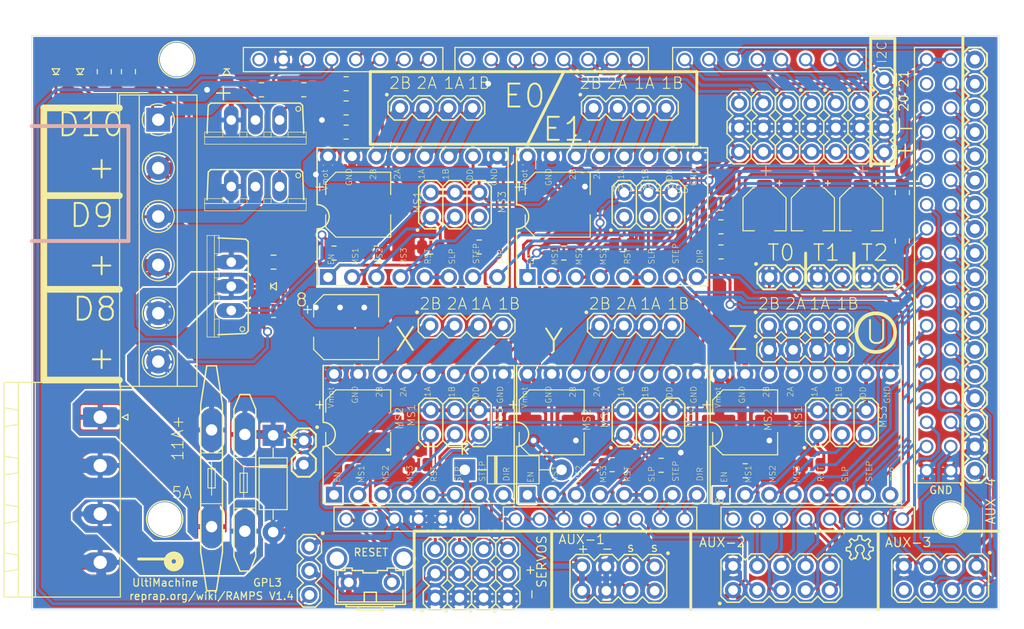
<source format=kicad_pcb>
(kicad_pcb (version 20171130) (host pcbnew "(5.1.8)-1")
  (title_block (title "RepRap Arduino Mega Polulu Shield 1.4") (date 2021-11-26) (rev V1.41) (comment 1 "Converted by Matthieu MASSON"))
  (layers (0 Top signal) (31 Bottom signal) (34 B.Paste user) (35 F.Paste user) (36 B.SilkS user) (37 F.SilkS user) (38 B.Mask user) (39 F.Mask user) (44 Edge.Cuts user))
  (net 0 "")
  (net 1 GND)
  (net 2 VCC)
  (net 3 +12V)
  (net 4 +5V)
  (net 5 /D1)
  (net 6 /D2)
  (net 7 /THERM2)
  (net 8 /THERM0)
  (net 9 /THERM1)
  (net 10 /AM-VIN)
  (net 11 /SCL)
  (net 12 /SDA)
  (net 13 /D12)
  (net 14 /D9)
  (net 15 /D8)
  (net 16 /D10)
  (net 17 /LED)
  (net 18 /E0-EN)
  (net 19 /E1-EN)
  (net 20 /X-EN)
  (net 21 /Y-EN)
  (net 22 /Z-EN)
  (net 23 /RESET)
  (net 24 /D11)
  (net 25 /D6)
  (net 26 /D5)
  (net 27 /D4)
  (net 28 /A4)
  (net 29 /A3)
  (net 30 /D53)
  (net 31 /SCK)
  (net 32 /MOSI)
  (net 33 /MISO)
  (net 34 /D49)
  (net 35 /Z-DIR)
  (net 36 /D47)
  (net 37 /Z-STEP)
  (net 38 /D45)
  (net 39 /D44)
  (net 40 /D43)
  (net 41 /D42)
  (net 42 /D41)
  (net 43 /D40)
  (net 44 /D39)
  (net 45 /D37)
  (net 46 /E1-STEP)
  (net 47 /D35)
  (net 48 /E1-DIR)
  (net 49 /D33)
  (net 50 /D32)
  (net 51 /D31)
  (net 52 /D29)
  (net 53 /E0-DIR)
  (net 54 /D27)
  (net 55 /E0-STEP)
  (net 56 /D25)
  (net 57 /D23)
  (net 58 /Z-MAX)
  (net 59 /Z-MIN)
  (net 60 /D17)
  (net 61 /D16)
  (net 62 /Y-MAX)
  (net 63 /Y-MIN)
  (net 64 /X-MIN)
  (net 65 /X-MAX)
  (net 66 /A12)
  (net 67 /A11)
  (net 68 /A10)
  (net 69 /A9)
  (net 70 /Y-DIR)
  (net 71 /Y-STEP)
  (net 72 /A5)
  (net 73 /X-DIR)
  (net 74 /X-STEP)
  (net 75 "Net-(F1-Pad2)")
  (net 76 +12P)
  (net 77 "Net-(F2-Pad1)")
  (net 78 "Net-(JP2-Pad5)")
  (net 79 "Net-(JP2-Pad3)")
  (net 80 "Net-(JP2-Pad1)")
  (net 81 "Net-(JP3-Pad5)")
  (net 82 "Net-(JP3-Pad3)")
  (net 83 "Net-(JP3-Pad1)")
  (net 84 "Net-(JP4-Pad5)")
  (net 85 "Net-(JP4-Pad3)")
  (net 86 "Net-(JP4-Pad1)")
  (net 87 "Net-(JP5-Pad5)")
  (net 88 "Net-(JP5-Pad3)")
  (net 89 "Net-(JP5-Pad1)")
  (net 90 "Net-(LED1-Pad2)")
  (net 91 "Net-(LED2-Pad2)")
  (net 92 "Net-(LED3-Pad2)")
  (net 93 "Net-(LED4-Pad2)")
  (net 94 "Net-(E0-MOT1-Pad4)")
  (net 95 "Net-(E0-MOT1-Pad3)")
  (net 96 "Net-(E0-MOT1-Pad2)")
  (net 97 "Net-(E0-MOT1-Pad1)")
  (net 98 "Net-(E1-MOT1-Pad4)")
  (net 99 "Net-(E1-MOT1-Pad3)")
  (net 100 "Net-(E1-MOT1-Pad2)")
  (net 101 "Net-(E1-MOT1-Pad1)")
  (net 102 "Net-(J1-Pad5)")
  (net 103 "Net-(J1-Pad3)")
  (net 104 "Net-(J1-Pad1)")
  (net 105 "Net-(U2-PadRST)")
  (net 106 "Net-(U2-Pad2B)")
  (net 107 "Net-(U2-Pad2A)")
  (net 108 "Net-(U2-Pad1B)")
  (net 109 "Net-(U2-Pad1A)")
  (net 110 "Net-(U3-PadRST)")
  (net 111 "Net-(U3-Pad2B)")
  (net 112 "Net-(U3-Pad2A)")
  (net 113 "Net-(U3-Pad1B)")
  (net 114 "Net-(U3-Pad1A)")
  (net 115 "Net-(U4-PadRST)")
  (net 116 "Net-(U4-Pad2B)")
  (net 117 "Net-(U4-Pad2A)")
  (net 118 "Net-(U4-Pad1B)")
  (net 119 "Net-(U4-Pad1A)")
  (net 120 "Net-(U5-PadRST)")
  (net 121 "Net-(U6-PadRST)")
  (net 122 "Net-(JP1-Pad5)")
  (net 123 "Net-(JP1-Pad3)")
  (net 124 "Net-(JP1-Pad1)")
  (net 125 "Net-(Q1-Pad1)")
  (net 126 "Net-(Q2-Pad1)")
  (net 127 "Net-(Q3-Pad1)")
  (module RAMPS_1-41:TRANSISTOR-POWER_TO220BV (layer Top) (at 121.20225 86.2661 180)
    (fp_text reference Q1 hide)
    (fp_text value STP55NF06L hide)
    (pad 3 thru_hole oval (at 2.54 2.54) (size 1.524 3.048) (drill 1.016) (layers *.Cu *.Mask) (net 1 GND))
    (pad 1 thru_hole oval (at -2.54 2.54) (size 1.524 3.048) (drill 1.016) (layers *.Cu *.Mask) (net 125 "Net-(Q1-Pad1)"))
    (pad 2 thru_hole oval (at 0 2.54) (size 1.524 3.048) (drill 1.016) (layers *.Cu *.Mask) (net 104 "Net-(J1-Pad1)"))
  )
  (module RAMPS_1-41:SWITCH-OMRON_B3F-31XX (layer Top) (at 133.26735 131.0336)
    (fp_text reference S1 hide)
    (fp_text value ~ hide)
    (pad 4 thru_hole circle (at 3.5052 -1.2446) (size 2.2 2.2) (drill 1.5) (layers *.Cu *.Mask))
    (pad 3 thru_hole circle (at -3.5052 -1.2446) (size 2.2 2.2) (drill 1.5) (layers *.Cu *.Mask))
    (pad 2 thru_hole circle (at 2.2606 1.2446) (size 1.7 1.7) (drill 1) (layers *.Cu *.Mask) (net 23 /RESET))
    (pad 1 thru_hole circle (at -2.2606 1.2446) (size 1.7 1.7) (drill 1) (layers *.Cu *.Mask) (net 1 GND))
  )
  (module RAMPS_1-41:A4988_BREAKOUT (layer Top) (at 151.04735 88.8061)
    (fp_text reference U6)
    (fp_text value A4988BREAKOUT)
    (fp_text user SLP (at 11.7602 9.2456 90) (layer F.SilkS) (effects (font (size 0.6096 0.6096) (thickness 0.0508))))
    (fp_text user GND (at 16.1798 0.9144 270) (layer F.SilkS) (effects (font (size 0.6096 0.6096) (thickness 0.0508))))
    (fp_text user VDD (at 13.6398 0.9144 270) (layer F.SilkS) (effects (font (size 0.6096 0.6096) (thickness 0.0508))))
    (fp_text user 1B (at 11.0998 0.6096 270) (layer F.SilkS) (effects (font (size 0.6096 0.6096) (thickness 0.0508))))
    (fp_text user 1A (at 8.5598 0.6096 270) (layer F.SilkS) (effects (font (size 0.6096 0.6096) (thickness 0.0508))))
    (fp_text user 2A (at 6.0198 0.6096 270) (layer F.SilkS) (effects (font (size 0.6096 0.6096) (thickness 0.0508))))
    (fp_text user 2B (at 3.4798 0.6096 270) (layer F.SilkS) (effects (font (size 0.6096 0.6096) (thickness 0.0508))))
    (fp_text user GND (at 0.9398 0.9144 270) (layer F.SilkS) (effects (font (size 0.6096 0.6096) (thickness 0.0508))))
    (fp_text user Vmot (at -1.6002 1.2192 270) (layer F.SilkS) (effects (font (size 0.6096 0.6096) (thickness 0.0508))))
    (fp_text user DIR (at 16.8402 9.2456 90) (layer F.SilkS) (effects (font (size 0.6096 0.6096) (thickness 0.0508))))
    (fp_text user STEP (at 14.29766 8.9408 90) (layer F.SilkS) (effects (font (size 0.6096 0.6096) (thickness 0.0508))))
    (fp_text user RST (at 9.2202 9.2456 90) (layer F.SilkS) (effects (font (size 0.6096 0.6096) (thickness 0.0508))))
    (fp_text user MS3 (at 6.6802 9.2456 90) (layer F.SilkS) (effects (font (size 0.6096 0.6096) (thickness 0.0508))))
    (fp_text user MS2 (at 4.1402 9.2456 90) (layer F.SilkS) (effects (font (size 0.6096 0.6096) (thickness 0.0508))))
    (fp_text user MS1 (at 1.6002 9.2456 90) (layer F.SilkS) (effects (font (size 0.6096 0.6096) (thickness 0.0508))))
    (fp_text user EN (at -0.9398 9.5504 90) (layer F.SilkS) (effects (font (size 0.6096 0.6096) (thickness 0.0508))))
    (pad VMOT thru_hole circle (at -1.27 -1.27) (size 1.7 1.7) (drill 1) (layers *.Cu *.Mask) (net 3 +12V))
    (pad VDD thru_hole circle (at 13.97 -1.27) (size 1.7 1.7) (drill 1) (layers *.Cu *.Mask) (net 2 VCC))
    (pad STEP thru_hole circle (at 13.97 11.43) (size 1.7 1.7) (drill 1) (layers *.Cu *.Mask) (net 46 /E1-STEP))
    (pad SLP thru_hole circle (at 11.43 11.43) (size 1.7 1.7) (drill 1) (layers *.Cu *.Mask) (net 121 "Net-(U6-PadRST)"))
    (pad RST thru_hole circle (at 8.89 11.43) (size 1.7 1.7) (drill 1) (layers *.Cu *.Mask) (net 121 "Net-(U6-PadRST)"))
    (pad MS3 thru_hole circle (at 6.35 11.43) (size 1.7 1.7) (drill 1) (layers *.Cu *.Mask) (net 87 "Net-(JP5-Pad5)"))
    (pad MS2 thru_hole circle (at 3.81 11.43) (size 1.7 1.7) (drill 1) (layers *.Cu *.Mask) (net 88 "Net-(JP5-Pad3)"))
    (pad MS1 thru_hole circle (at 1.27 11.43) (size 1.7 1.7) (drill 1) (layers *.Cu *.Mask) (net 89 "Net-(JP5-Pad1)"))
    (pad GND@0 thru_hole circle (at 1.27 -1.27) (size 1.7 1.7) (drill 1) (layers *.Cu *.Mask) (net 1 GND))
    (pad GND thru_hole circle (at 16.51 -1.27) (size 1.7 1.7) (drill 1) (layers *.Cu *.Mask) (net 1 GND))
    (pad EN thru_hole rect (at -1.27 11.43) (size 1.7 1.7) (drill 1) (layers *.Cu *.Mask) (net 19 /E1-EN))
    (pad DIR thru_hole circle (at 16.51 11.43) (size 1.7 1.7) (drill 1) (layers *.Cu *.Mask) (net 48 /E1-DIR))
    (pad 2B thru_hole circle (at 3.81 -1.27) (size 1.7 1.7) (drill 1) (layers *.Cu *.Mask) (net 101 "Net-(E1-MOT1-Pad1)"))
    (pad 2A thru_hole circle (at 6.35 -1.27) (size 1.7 1.7) (drill 1) (layers *.Cu *.Mask) (net 100 "Net-(E1-MOT1-Pad2)"))
    (pad 1B thru_hole circle (at 11.43 -1.27) (size 1.7 1.7) (drill 1) (layers *.Cu *.Mask) (net 98 "Net-(E1-MOT1-Pad4)"))
    (pad 1A thru_hole circle (at 8.89 -1.27) (size 1.7 1.7) (drill 1) (layers *.Cu *.Mask) (net 99 "Net-(E1-MOT1-Pad3)"))
  )
  (module RAMPS_1-41:A4988_BREAKOUT (layer Top) (at 130.09235 88.8061)
    (fp_text reference U5)
    (fp_text value A4988BREAKOUT)
    (fp_text user SLP (at 11.7602 9.2456 90) (layer F.SilkS) (effects (font (size 0.6096 0.6096) (thickness 0.0508))))
    (fp_text user GND (at 16.1798 0.9144 270) (layer F.SilkS) (effects (font (size 0.6096 0.6096) (thickness 0.0508))))
    (fp_text user VDD (at 13.6398 0.9144 270) (layer F.SilkS) (effects (font (size 0.6096 0.6096) (thickness 0.0508))))
    (fp_text user 1B (at 11.0998 0.6096 270) (layer F.SilkS) (effects (font (size 0.6096 0.6096) (thickness 0.0508))))
    (fp_text user 1A (at 8.5598 0.6096 270) (layer F.SilkS) (effects (font (size 0.6096 0.6096) (thickness 0.0508))))
    (fp_text user 2A (at 6.0198 0.6096 270) (layer F.SilkS) (effects (font (size 0.6096 0.6096) (thickness 0.0508))))
    (fp_text user 2B (at 3.4798 0.6096 270) (layer F.SilkS) (effects (font (size 0.6096 0.6096) (thickness 0.0508))))
    (fp_text user GND (at 0.9398 0.9144 270) (layer F.SilkS) (effects (font (size 0.6096 0.6096) (thickness 0.0508))))
    (fp_text user Vmot (at -1.6002 1.2192 270) (layer F.SilkS) (effects (font (size 0.6096 0.6096) (thickness 0.0508))))
    (fp_text user DIR (at 16.8402 9.2456 90) (layer F.SilkS) (effects (font (size 0.6096 0.6096) (thickness 0.0508))))
    (fp_text user STEP (at 14.29766 8.9408 90) (layer F.SilkS) (effects (font (size 0.6096 0.6096) (thickness 0.0508))))
    (fp_text user RST (at 9.2202 9.2456 90) (layer F.SilkS) (effects (font (size 0.6096 0.6096) (thickness 0.0508))))
    (fp_text user MS3 (at 6.6802 9.2456 90) (layer F.SilkS) (effects (font (size 0.6096 0.6096) (thickness 0.0508))))
    (fp_text user MS2 (at 4.1402 9.2456 90) (layer F.SilkS) (effects (font (size 0.6096 0.6096) (thickness 0.0508))))
    (fp_text user MS1 (at 1.6002 9.2456 90) (layer F.SilkS) (effects (font (size 0.6096 0.6096) (thickness 0.0508))))
    (fp_text user EN (at -0.9398 9.5504 90) (layer F.SilkS) (effects (font (size 0.6096 0.6096) (thickness 0.0508))))
    (pad VMOT thru_hole circle (at -1.27 -1.27) (size 1.7 1.7) (drill 1) (layers *.Cu *.Mask) (net 3 +12V))
    (pad VDD thru_hole circle (at 13.97 -1.27) (size 1.7 1.7) (drill 1) (layers *.Cu *.Mask) (net 2 VCC))
    (pad STEP thru_hole circle (at 13.97 11.43) (size 1.7 1.7) (drill 1) (layers *.Cu *.Mask) (net 55 /E0-STEP))
    (pad SLP thru_hole circle (at 11.43 11.43) (size 1.7 1.7) (drill 1) (layers *.Cu *.Mask) (net 120 "Net-(U5-PadRST)"))
    (pad RST thru_hole circle (at 8.89 11.43) (size 1.7 1.7) (drill 1) (layers *.Cu *.Mask) (net 120 "Net-(U5-PadRST)"))
    (pad MS3 thru_hole circle (at 6.35 11.43) (size 1.7 1.7) (drill 1) (layers *.Cu *.Mask) (net 84 "Net-(JP4-Pad5)"))
    (pad MS2 thru_hole circle (at 3.81 11.43) (size 1.7 1.7) (drill 1) (layers *.Cu *.Mask) (net 85 "Net-(JP4-Pad3)"))
    (pad MS1 thru_hole circle (at 1.27 11.43) (size 1.7 1.7) (drill 1) (layers *.Cu *.Mask) (net 86 "Net-(JP4-Pad1)"))
    (pad GND@0 thru_hole circle (at 1.27 -1.27) (size 1.7 1.7) (drill 1) (layers *.Cu *.Mask) (net 1 GND))
    (pad GND thru_hole circle (at 16.51 -1.27) (size 1.7 1.7) (drill 1) (layers *.Cu *.Mask) (net 1 GND))
    (pad EN thru_hole rect (at -1.27 11.43) (size 1.7 1.7) (drill 1) (layers *.Cu *.Mask) (net 18 /E0-EN))
    (pad DIR thru_hole circle (at 16.51 11.43) (size 1.7 1.7) (drill 1) (layers *.Cu *.Mask) (net 53 /E0-DIR))
    (pad 2B thru_hole circle (at 3.81 -1.27) (size 1.7 1.7) (drill 1) (layers *.Cu *.Mask) (net 97 "Net-(E0-MOT1-Pad1)"))
    (pad 2A thru_hole circle (at 6.35 -1.27) (size 1.7 1.7) (drill 1) (layers *.Cu *.Mask) (net 96 "Net-(E0-MOT1-Pad2)"))
    (pad 1B thru_hole circle (at 11.43 -1.27) (size 1.7 1.7) (drill 1) (layers *.Cu *.Mask) (net 94 "Net-(E0-MOT1-Pad4)"))
    (pad 1A thru_hole circle (at 8.89 -1.27) (size 1.7 1.7) (drill 1) (layers *.Cu *.Mask) (net 95 "Net-(E0-MOT1-Pad3)"))
  )
  (module RAMPS_1-41:A4988_BREAKOUT (layer Top) (at 171.36735 111.6661)
    (fp_text reference U4)
    (fp_text value A4988BREAKOUT)
    (fp_text user SLP (at 11.7602 9.2456 90) (layer F.SilkS) (effects (font (size 0.6096 0.6096) (thickness 0.0508))))
    (fp_text user GND (at 16.1798 0.9144 270) (layer F.SilkS) (effects (font (size 0.6096 0.6096) (thickness 0.0508))))
    (fp_text user VDD (at 13.6398 0.9144 270) (layer F.SilkS) (effects (font (size 0.6096 0.6096) (thickness 0.0508))))
    (fp_text user 1B (at 11.0998 0.6096 270) (layer F.SilkS) (effects (font (size 0.6096 0.6096) (thickness 0.0508))))
    (fp_text user 1A (at 8.5598 0.6096 270) (layer F.SilkS) (effects (font (size 0.6096 0.6096) (thickness 0.0508))))
    (fp_text user 2A (at 6.0198 0.6096 270) (layer F.SilkS) (effects (font (size 0.6096 0.6096) (thickness 0.0508))))
    (fp_text user 2B (at 3.4798 0.6096 270) (layer F.SilkS) (effects (font (size 0.6096 0.6096) (thickness 0.0508))))
    (fp_text user GND (at 0.9398 0.9144 270) (layer F.SilkS) (effects (font (size 0.6096 0.6096) (thickness 0.0508))))
    (fp_text user Vmot (at -1.6002 1.2192 270) (layer F.SilkS) (effects (font (size 0.6096 0.6096) (thickness 0.0508))))
    (fp_text user DIR (at 16.8402 9.2456 90) (layer F.SilkS) (effects (font (size 0.6096 0.6096) (thickness 0.0508))))
    (fp_text user STEP (at 14.29766 8.9408 90) (layer F.SilkS) (effects (font (size 0.6096 0.6096) (thickness 0.0508))))
    (fp_text user RST (at 9.2202 9.2456 90) (layer F.SilkS) (effects (font (size 0.6096 0.6096) (thickness 0.0508))))
    (fp_text user MS3 (at 6.6802 9.2456 90) (layer F.SilkS) (effects (font (size 0.6096 0.6096) (thickness 0.0508))))
    (fp_text user MS2 (at 4.1402 9.2456 90) (layer F.SilkS) (effects (font (size 0.6096 0.6096) (thickness 0.0508))))
    (fp_text user MS1 (at 1.6002 9.2456 90) (layer F.SilkS) (effects (font (size 0.6096 0.6096) (thickness 0.0508))))
    (fp_text user EN (at -0.9398 9.5504 90) (layer F.SilkS) (effects (font (size 0.6096 0.6096) (thickness 0.0508))))
    (pad VMOT thru_hole circle (at -1.27 -1.27) (size 1.7 1.7) (drill 1) (layers *.Cu *.Mask) (net 3 +12V))
    (pad VDD thru_hole circle (at 13.97 -1.27) (size 1.7 1.7) (drill 1) (layers *.Cu *.Mask) (net 2 VCC))
    (pad STEP thru_hole circle (at 13.97 11.43) (size 1.7 1.7) (drill 1) (layers *.Cu *.Mask) (net 37 /Z-STEP))
    (pad SLP thru_hole circle (at 11.43 11.43) (size 1.7 1.7) (drill 1) (layers *.Cu *.Mask) (net 115 "Net-(U4-PadRST)"))
    (pad RST thru_hole circle (at 8.89 11.43) (size 1.7 1.7) (drill 1) (layers *.Cu *.Mask) (net 115 "Net-(U4-PadRST)"))
    (pad MS3 thru_hole circle (at 6.35 11.43) (size 1.7 1.7) (drill 1) (layers *.Cu *.Mask) (net 81 "Net-(JP3-Pad5)"))
    (pad MS2 thru_hole circle (at 3.81 11.43) (size 1.7 1.7) (drill 1) (layers *.Cu *.Mask) (net 82 "Net-(JP3-Pad3)"))
    (pad MS1 thru_hole circle (at 1.27 11.43) (size 1.7 1.7) (drill 1) (layers *.Cu *.Mask) (net 83 "Net-(JP3-Pad1)"))
    (pad GND@0 thru_hole circle (at 1.27 -1.27) (size 1.7 1.7) (drill 1) (layers *.Cu *.Mask) (net 1 GND))
    (pad GND thru_hole circle (at 16.51 -1.27) (size 1.7 1.7) (drill 1) (layers *.Cu *.Mask) (net 1 GND))
    (pad EN thru_hole rect (at -1.27 11.43) (size 1.7 1.7) (drill 1) (layers *.Cu *.Mask) (net 22 /Z-EN))
    (pad DIR thru_hole circle (at 16.51 11.43) (size 1.7 1.7) (drill 1) (layers *.Cu *.Mask) (net 35 /Z-DIR))
    (pad 2B thru_hole circle (at 3.81 -1.27) (size 1.7 1.7) (drill 1) (layers *.Cu *.Mask) (net 116 "Net-(U4-Pad2B)"))
    (pad 2A thru_hole circle (at 6.35 -1.27) (size 1.7 1.7) (drill 1) (layers *.Cu *.Mask) (net 117 "Net-(U4-Pad2A)"))
    (pad 1B thru_hole circle (at 11.43 -1.27) (size 1.7 1.7) (drill 1) (layers *.Cu *.Mask) (net 118 "Net-(U4-Pad1B)"))
    (pad 1A thru_hole circle (at 8.89 -1.27) (size 1.7 1.7) (drill 1) (layers *.Cu *.Mask) (net 119 "Net-(U4-Pad1A)"))
  )
  (module RAMPS_1-41:A4988_BREAKOUT (layer Top) (at 151.04735 111.6661)
    (fp_text reference U3)
    (fp_text value A4988BREAKOUT)
    (fp_text user SLP (at 11.7602 9.2456 90) (layer F.SilkS) (effects (font (size 0.6096 0.6096) (thickness 0.0508))))
    (fp_text user GND (at 16.1798 0.9144 270) (layer F.SilkS) (effects (font (size 0.6096 0.6096) (thickness 0.0508))))
    (fp_text user VDD (at 13.6398 0.9144 270) (layer F.SilkS) (effects (font (size 0.6096 0.6096) (thickness 0.0508))))
    (fp_text user 1B (at 11.0998 0.6096 270) (layer F.SilkS) (effects (font (size 0.6096 0.6096) (thickness 0.0508))))
    (fp_text user 1A (at 8.5598 0.6096 270) (layer F.SilkS) (effects (font (size 0.6096 0.6096) (thickness 0.0508))))
    (fp_text user 2A (at 6.0198 0.6096 270) (layer F.SilkS) (effects (font (size 0.6096 0.6096) (thickness 0.0508))))
    (fp_text user 2B (at 3.4798 0.6096 270) (layer F.SilkS) (effects (font (size 0.6096 0.6096) (thickness 0.0508))))
    (fp_text user GND (at 0.9398 0.9144 270) (layer F.SilkS) (effects (font (size 0.6096 0.6096) (thickness 0.0508))))
    (fp_text user Vmot (at -1.6002 1.2192 270) (layer F.SilkS) (effects (font (size 0.6096 0.6096) (thickness 0.0508))))
    (fp_text user DIR (at 16.8402 9.2456 90) (layer F.SilkS) (effects (font (size 0.6096 0.6096) (thickness 0.0508))))
    (fp_text user STEP (at 14.29766 8.9408 90) (layer F.SilkS) (effects (font (size 0.6096 0.6096) (thickness 0.0508))))
    (fp_text user RST (at 9.2202 9.2456 90) (layer F.SilkS) (effects (font (size 0.6096 0.6096) (thickness 0.0508))))
    (fp_text user MS3 (at 6.6802 9.2456 90) (layer F.SilkS) (effects (font (size 0.6096 0.6096) (thickness 0.0508))))
    (fp_text user MS2 (at 4.1402 9.2456 90) (layer F.SilkS) (effects (font (size 0.6096 0.6096) (thickness 0.0508))))
    (fp_text user MS1 (at 1.6002 9.2456 90) (layer F.SilkS) (effects (font (size 0.6096 0.6096) (thickness 0.0508))))
    (fp_text user EN (at -0.9398 9.5504 90) (layer F.SilkS) (effects (font (size 0.6096 0.6096) (thickness 0.0508))))
    (pad VMOT thru_hole circle (at -1.27 -1.27) (size 1.7 1.7) (drill 1) (layers *.Cu *.Mask) (net 3 +12V))
    (pad VDD thru_hole circle (at 13.97 -1.27) (size 1.7 1.7) (drill 1) (layers *.Cu *.Mask) (net 2 VCC))
    (pad STEP thru_hole circle (at 13.97 11.43) (size 1.7 1.7) (drill 1) (layers *.Cu *.Mask) (net 71 /Y-STEP))
    (pad SLP thru_hole circle (at 11.43 11.43) (size 1.7 1.7) (drill 1) (layers *.Cu *.Mask) (net 110 "Net-(U3-PadRST)"))
    (pad RST thru_hole circle (at 8.89 11.43) (size 1.7 1.7) (drill 1) (layers *.Cu *.Mask) (net 110 "Net-(U3-PadRST)"))
    (pad MS3 thru_hole circle (at 6.35 11.43) (size 1.7 1.7) (drill 1) (layers *.Cu *.Mask) (net 78 "Net-(JP2-Pad5)"))
    (pad MS2 thru_hole circle (at 3.81 11.43) (size 1.7 1.7) (drill 1) (layers *.Cu *.Mask) (net 79 "Net-(JP2-Pad3)"))
    (pad MS1 thru_hole circle (at 1.27 11.43) (size 1.7 1.7) (drill 1) (layers *.Cu *.Mask) (net 80 "Net-(JP2-Pad1)"))
    (pad GND@0 thru_hole circle (at 1.27 -1.27) (size 1.7 1.7) (drill 1) (layers *.Cu *.Mask) (net 1 GND))
    (pad GND thru_hole circle (at 16.51 -1.27) (size 1.7 1.7) (drill 1) (layers *.Cu *.Mask) (net 1 GND))
    (pad EN thru_hole rect (at -1.27 11.43) (size 1.7 1.7) (drill 1) (layers *.Cu *.Mask) (net 21 /Y-EN))
    (pad DIR thru_hole circle (at 16.51 11.43) (size 1.7 1.7) (drill 1) (layers *.Cu *.Mask) (net 70 /Y-DIR))
    (pad 2B thru_hole circle (at 3.81 -1.27) (size 1.7 1.7) (drill 1) (layers *.Cu *.Mask) (net 111 "Net-(U3-Pad2B)"))
    (pad 2A thru_hole circle (at 6.35 -1.27) (size 1.7 1.7) (drill 1) (layers *.Cu *.Mask) (net 112 "Net-(U3-Pad2A)"))
    (pad 1B thru_hole circle (at 11.43 -1.27) (size 1.7 1.7) (drill 1) (layers *.Cu *.Mask) (net 113 "Net-(U3-Pad1B)"))
    (pad 1A thru_hole circle (at 8.89 -1.27) (size 1.7 1.7) (drill 1) (layers *.Cu *.Mask) (net 114 "Net-(U3-Pad1A)"))
  )
  (module RAMPS_1-41:A4988_BREAKOUT (layer Top) (at 130.72745 111.6661)
    (fp_text reference U2)
    (fp_text value A4988BREAKOUT)
    (fp_text user SLP (at 11.7602 9.2456 90) (layer F.SilkS) (effects (font (size 0.6096 0.6096) (thickness 0.0508))))
    (fp_text user GND (at 16.1798 0.9144 270) (layer F.SilkS) (effects (font (size 0.6096 0.6096) (thickness 0.0508))))
    (fp_text user VDD (at 13.6398 0.9144 270) (layer F.SilkS) (effects (font (size 0.6096 0.6096) (thickness 0.0508))))
    (fp_text user 1B (at 11.0998 0.6096 270) (layer F.SilkS) (effects (font (size 0.6096 0.6096) (thickness 0.0508))))
    (fp_text user 1A (at 8.5598 0.6096 270) (layer F.SilkS) (effects (font (size 0.6096 0.6096) (thickness 0.0508))))
    (fp_text user 2A (at 6.0198 0.6096 270) (layer F.SilkS) (effects (font (size 0.6096 0.6096) (thickness 0.0508))))
    (fp_text user 2B (at 3.4798 0.6096 270) (layer F.SilkS) (effects (font (size 0.6096 0.6096) (thickness 0.0508))))
    (fp_text user GND (at 0.9398 0.9144 270) (layer F.SilkS) (effects (font (size 0.6096 0.6096) (thickness 0.0508))))
    (fp_text user Vmot (at -1.6002 1.2192 270) (layer F.SilkS) (effects (font (size 0.6096 0.6096) (thickness 0.0508))))
    (fp_text user DIR (at 16.8402 9.2456 90) (layer F.SilkS) (effects (font (size 0.6096 0.6096) (thickness 0.0508))))
    (fp_text user STEP (at 14.29766 8.9408 90) (layer F.SilkS) (effects (font (size 0.6096 0.6096) (thickness 0.0508))))
    (fp_text user RST (at 9.2202 9.2456 90) (layer F.SilkS) (effects (font (size 0.6096 0.6096) (thickness 0.0508))))
    (fp_text user MS3 (at 6.6802 9.2456 90) (layer F.SilkS) (effects (font (size 0.6096 0.6096) (thickness 0.0508))))
    (fp_text user MS2 (at 4.1402 9.2456 90) (layer F.SilkS) (effects (font (size 0.6096 0.6096) (thickness 0.0508))))
    (fp_text user MS1 (at 1.6002 9.2456 90) (layer F.SilkS) (effects (font (size 0.6096 0.6096) (thickness 0.0508))))
    (fp_text user EN (at -0.9398 9.5504 90) (layer F.SilkS) (effects (font (size 0.6096 0.6096) (thickness 0.0508))))
    (pad VMOT thru_hole circle (at -1.27 -1.27) (size 1.7 1.7) (drill 1) (layers *.Cu *.Mask) (net 3 +12V))
    (pad VDD thru_hole circle (at 13.97 -1.27) (size 1.7 1.7) (drill 1) (layers *.Cu *.Mask) (net 2 VCC))
    (pad STEP thru_hole circle (at 13.97 11.43) (size 1.7 1.7) (drill 1) (layers *.Cu *.Mask) (net 74 /X-STEP))
    (pad SLP thru_hole circle (at 11.43 11.43) (size 1.7 1.7) (drill 1) (layers *.Cu *.Mask) (net 105 "Net-(U2-PadRST)"))
    (pad RST thru_hole circle (at 8.89 11.43) (size 1.7 1.7) (drill 1) (layers *.Cu *.Mask) (net 105 "Net-(U2-PadRST)"))
    (pad MS3 thru_hole circle (at 6.35 11.43) (size 1.7 1.7) (drill 1) (layers *.Cu *.Mask) (net 122 "Net-(JP1-Pad5)"))
    (pad MS2 thru_hole circle (at 3.81 11.43) (size 1.7 1.7) (drill 1) (layers *.Cu *.Mask) (net 123 "Net-(JP1-Pad3)"))
    (pad MS1 thru_hole circle (at 1.27 11.43) (size 1.7 1.7) (drill 1) (layers *.Cu *.Mask) (net 124 "Net-(JP1-Pad1)"))
    (pad GND@0 thru_hole circle (at 1.27 -1.27) (size 1.7 1.7) (drill 1) (layers *.Cu *.Mask) (net 1 GND))
    (pad GND thru_hole circle (at 16.51 -1.27) (size 1.7 1.7) (drill 1) (layers *.Cu *.Mask) (net 1 GND))
    (pad EN thru_hole rect (at -1.27 11.43) (size 1.7 1.7) (drill 1) (layers *.Cu *.Mask) (net 20 /X-EN))
    (pad DIR thru_hole circle (at 16.51 11.43) (size 1.7 1.7) (drill 1) (layers *.Cu *.Mask) (net 73 /X-DIR))
    (pad 2B thru_hole circle (at 3.81 -1.27) (size 1.7 1.7) (drill 1) (layers *.Cu *.Mask) (net 106 "Net-(U2-Pad2B)"))
    (pad 2A thru_hole circle (at 6.35 -1.27) (size 1.7 1.7) (drill 1) (layers *.Cu *.Mask) (net 107 "Net-(U2-Pad2A)"))
    (pad 1B thru_hole circle (at 11.43 -1.27) (size 1.7 1.7) (drill 1) (layers *.Cu *.Mask) (net 108 "Net-(U2-Pad1B)"))
    (pad 1A thru_hole circle (at 8.89 -1.27) (size 1.7 1.7) (drill 1) (layers *.Cu *.Mask) (net 109 "Net-(U2-Pad1A)"))
  )
  (module RAMPS_1-41:ARDUINO_MEGA_SHIELD (layer Top) (at 97.70735 128.1761)
    (fp_text reference U1 hide)
    (fp_text value ARDUINO_MEGA_SHIELD)
    (pad "" np_thru_hole circle (at 15.24 -50.8) (size 3.19786 3.19786) (drill 3.19786) (layers *.Cu *.Mask))
    (pad "" np_thru_hole circle (at 13.97 -2.54) (size 3.19786 3.19786) (drill 3.19786) (layers *.Cu *.Mask))
    (pad "" np_thru_hole circle (at 96.52 -2.54) (size 3.19786 3.19786) (drill 3.19786) (layers *.Cu *.Mask))
    (pad VIN thru_hole circle (at 45.72 -2.54) (size 1.4224 1.4224) (drill 0.99822) (layers *.Cu *.Paste *.Mask) (net 10 /AM-VIN))
    (pad TX thru_hole circle (at 60.96 -50.8) (size 1.4224 1.4224) (drill 0.99822) (layers *.Cu *.Paste *.Mask) (net 6 /D2))
    (pad RX thru_hole circle (at 63.5 -50.8) (size 1.4224 1.4224) (drill 0.99822) (layers *.Cu *.Paste *.Mask) (net 5 /D1))
    (pad RES thru_hole circle (at 33.02 -2.54) (size 1.4224 1.4224) (drill 0.99822) (layers *.Cu *.Paste *.Mask) (net 23 /RESET))
    (pad GND@4 thru_hole circle (at 96.52 -7.62) (size 1.4224 1.4224) (drill 0.99822) (layers *.Cu *.Paste *.Mask) (net 1 GND))
    (pad GND@3 thru_hole circle (at 93.98 -7.62) (size 1.4224 1.4224) (drill 0.99822) (layers *.Cu *.Paste *.Mask) (net 1 GND))
    (pad GND@2 thru_hole circle (at 26.416 -50.8) (size 1.4224 1.4224) (drill 0.99822) (layers *.Cu *.Paste *.Mask) (net 1 GND))
    (pad GND@1 thru_hole circle (at 43.18 -2.54) (size 1.4224 1.4224) (drill 0.99822) (layers *.Cu *.Paste *.Mask) (net 1 GND))
    (pad GND@0 thru_hole circle (at 40.64 -2.54) (size 1.4224 1.4224) (drill 0.99822) (layers *.Cu *.Paste *.Mask) (net 1 GND))
    (pad D53 thru_hole circle (at 96.52 -10.16) (size 1.4224 1.4224) (drill 0.99822) (layers *.Cu *.Paste *.Mask) (net 30 /D53))
    (pad D52 thru_hole circle (at 93.98 -10.16) (size 1.4224 1.4224) (drill 0.99822) (layers *.Cu *.Paste *.Mask) (net 31 /SCK))
    (pad D51 thru_hole circle (at 96.52 -12.7) (size 1.4224 1.4224) (drill 0.99822) (layers *.Cu *.Paste *.Mask) (net 32 /MOSI))
    (pad D50 thru_hole circle (at 93.98 -12.7) (size 1.4224 1.4224) (drill 0.99822) (layers *.Cu *.Paste *.Mask) (net 33 /MISO))
    (pad D49 thru_hole circle (at 96.52 -15.24) (size 1.4224 1.4224) (drill 0.99822) (layers *.Cu *.Paste *.Mask) (net 34 /D49))
    (pad D48 thru_hole circle (at 93.98 -15.24) (size 1.4224 1.4224) (drill 0.99822) (layers *.Cu *.Paste *.Mask) (net 35 /Z-DIR))
    (pad D47 thru_hole circle (at 96.52 -17.78) (size 1.4224 1.4224) (drill 0.99822) (layers *.Cu *.Paste *.Mask) (net 36 /D47))
    (pad D46 thru_hole circle (at 93.98 -17.78) (size 1.4224 1.4224) (drill 0.99822) (layers *.Cu *.Paste *.Mask) (net 37 /Z-STEP))
    (pad D45 thru_hole circle (at 96.52 -20.32) (size 1.4224 1.4224) (drill 0.99822) (layers *.Cu *.Paste *.Mask) (net 38 /D45))
    (pad D44 thru_hole circle (at 93.98 -20.32) (size 1.4224 1.4224) (drill 0.99822) (layers *.Cu *.Paste *.Mask) (net 39 /D44))
    (pad D43 thru_hole circle (at 96.52 -22.86) (size 1.4224 1.4224) (drill 0.99822) (layers *.Cu *.Paste *.Mask) (net 40 /D43))
    (pad D42 thru_hole circle (at 93.98 -22.86) (size 1.4224 1.4224) (drill 0.99822) (layers *.Cu *.Paste *.Mask) (net 41 /D42))
    (pad D41 thru_hole circle (at 96.52 -25.4) (size 1.4224 1.4224) (drill 0.99822) (layers *.Cu *.Paste *.Mask) (net 42 /D41))
    (pad D40 thru_hole circle (at 93.98 -25.4) (size 1.4224 1.4224) (drill 0.99822) (layers *.Cu *.Paste *.Mask) (net 43 /D40))
    (pad D39 thru_hole circle (at 96.52 -27.94) (size 1.4224 1.4224) (drill 0.99822) (layers *.Cu *.Paste *.Mask) (net 44 /D39))
    (pad D38 thru_hole circle (at 93.98 -27.94) (size 1.4224 1.4224) (drill 0.99822) (layers *.Cu *.Paste *.Mask) (net 20 /X-EN))
    (pad D37 thru_hole circle (at 96.52 -30.48) (size 1.4224 1.4224) (drill 0.99822) (layers *.Cu *.Paste *.Mask) (net 45 /D37))
    (pad D36 thru_hole circle (at 93.98 -30.48) (size 1.4224 1.4224) (drill 0.99822) (layers *.Cu *.Paste *.Mask) (net 46 /E1-STEP))
    (pad D35 thru_hole circle (at 96.52 -33.02) (size 1.4224 1.4224) (drill 0.99822) (layers *.Cu *.Paste *.Mask) (net 47 /D35))
    (pad D34 thru_hole circle (at 93.98 -33.02) (size 1.4224 1.4224) (drill 0.99822) (layers *.Cu *.Paste *.Mask) (net 48 /E1-DIR))
    (pad D33 thru_hole circle (at 96.52 -35.56) (size 1.4224 1.4224) (drill 0.99822) (layers *.Cu *.Paste *.Mask) (net 49 /D33))
    (pad D32 thru_hole circle (at 93.98 -35.56) (size 1.4224 1.4224) (drill 0.99822) (layers *.Cu *.Paste *.Mask) (net 50 /D32))
    (pad D31 thru_hole circle (at 96.52 -38.1) (size 1.4224 1.4224) (drill 0.99822) (layers *.Cu *.Paste *.Mask) (net 51 /D31))
    (pad D30 thru_hole circle (at 93.98 -38.1) (size 1.4224 1.4224) (drill 0.99822) (layers *.Cu *.Paste *.Mask) (net 19 /E1-EN))
    (pad D29 thru_hole circle (at 96.52 -40.64) (size 1.4224 1.4224) (drill 0.99822) (layers *.Cu *.Paste *.Mask) (net 52 /D29))
    (pad D28 thru_hole circle (at 93.98 -40.64) (size 1.4224 1.4224) (drill 0.99822) (layers *.Cu *.Paste *.Mask) (net 53 /E0-DIR))
    (pad D27 thru_hole circle (at 96.52 -43.18) (size 1.4224 1.4224) (drill 0.99822) (layers *.Cu *.Paste *.Mask) (net 54 /D27))
    (pad D26 thru_hole circle (at 93.98 -43.18) (size 1.4224 1.4224) (drill 0.99822) (layers *.Cu *.Paste *.Mask) (net 55 /E0-STEP))
    (pad D25 thru_hole circle (at 96.52 -45.72) (size 1.4224 1.4224) (drill 0.99822) (layers *.Cu *.Paste *.Mask) (net 56 /D25))
    (pad D24 thru_hole circle (at 93.98 -45.72) (size 1.4224 1.4224) (drill 0.99822) (layers *.Cu *.Paste *.Mask) (net 18 /E0-EN))
    (pad D23 thru_hole circle (at 96.52 -48.26) (size 1.4224 1.4224) (drill 0.99822) (layers *.Cu *.Paste *.Mask) (net 57 /D23))
    (pad D22 thru_hole circle (at 93.98 -48.26) (size 1.4224 1.4224) (drill 0.99822) (layers *.Cu *.Paste *.Mask))
    (pad D21 thru_hole circle (at 86.36 -50.8) (size 1.4224 1.4224) (drill 0.99822) (layers *.Cu *.Paste *.Mask) (net 11 /SCL))
    (pad D20 thru_hole circle (at 83.82 -50.8) (size 1.4224 1.4224) (drill 0.99822) (layers *.Cu *.Paste *.Mask) (net 12 /SDA))
    (pad D19 thru_hole circle (at 81.28 -50.8) (size 1.4224 1.4224) (drill 0.99822) (layers *.Cu *.Paste *.Mask) (net 58 /Z-MAX))
    (pad D18 thru_hole circle (at 78.74 -50.8) (size 1.4224 1.4224) (drill 0.99822) (layers *.Cu *.Paste *.Mask) (net 59 /Z-MIN))
    (pad D17 thru_hole circle (at 76.2 -50.8) (size 1.4224 1.4224) (drill 0.99822) (layers *.Cu *.Paste *.Mask) (net 60 /D17))
    (pad D16 thru_hole circle (at 73.66 -50.8) (size 1.4224 1.4224) (drill 0.99822) (layers *.Cu *.Paste *.Mask) (net 61 /D16))
    (pad D15 thru_hole circle (at 71.12 -50.8) (size 1.4224 1.4224) (drill 0.99822) (layers *.Cu *.Paste *.Mask) (net 62 /Y-MAX))
    (pad D14 thru_hole circle (at 68.58 -50.8) (size 1.4224 1.4224) (drill 0.99822) (layers *.Cu *.Paste *.Mask) (net 63 /Y-MIN))
    (pad D13 thru_hole circle (at 28.95346 -50.8) (size 1.4224 1.4224) (drill 0.99822) (layers *.Cu *.Paste *.Mask) (net 17 /LED))
    (pad D12 thru_hole circle (at 31.496 -50.8) (size 1.4224 1.4224) (drill 0.99822) (layers *.Cu *.Paste *.Mask) (net 13 /D12))
    (pad D11 thru_hole circle (at 34.036 -50.8) (size 1.4224 1.4224) (drill 0.99822) (layers *.Cu *.Paste *.Mask) (net 24 /D11))
    (pad D10 thru_hole circle (at 36.576 -50.8) (size 1.4224 1.4224) (drill 0.99822) (layers *.Cu *.Paste *.Mask) (net 16 /D10))
    (pad D9 thru_hole circle (at 39.116 -50.8) (size 1.4224 1.4224) (drill 0.99822) (layers *.Cu *.Paste *.Mask) (net 14 /D9))
    (pad D8 thru_hole circle (at 41.656 -50.8) (size 1.4224 1.4224) (drill 0.99822) (layers *.Cu *.Paste *.Mask) (net 15 /D8))
    (pad D7 thru_hole circle (at 45.72 -50.8) (size 1.4224 1.4224) (drill 0.99822) (layers *.Cu *.Paste *.Mask))
    (pad D6 thru_hole circle (at 48.26 -50.8) (size 1.4224 1.4224) (drill 0.99822) (layers *.Cu *.Paste *.Mask) (net 25 /D6))
    (pad D5 thru_hole circle (at 50.8 -50.8) (size 1.4224 1.4224) (drill 0.99822) (layers *.Cu *.Paste *.Mask) (net 26 /D5))
    (pad D4 thru_hole circle (at 53.34 -50.8) (size 1.4224 1.4224) (drill 0.99822) (layers *.Cu *.Paste *.Mask) (net 27 /D4))
    (pad D3 thru_hole circle (at 55.88 -50.8) (size 1.4224 1.4224) (drill 0.99822) (layers *.Cu *.Paste *.Mask) (net 64 /X-MIN))
    (pad D2 thru_hole circle (at 58.42 -50.8) (size 1.4224 1.4224) (drill 0.99822) (layers *.Cu *.Paste *.Mask) (net 65 /X-MAX))
    (pad AREF thru_hole circle (at 23.876 -50.8) (size 1.4224 1.4224) (drill 0.99822) (layers *.Cu *.Paste *.Mask))
    (pad A15 thru_hole circle (at 91.44 -2.54) (size 1.4224 1.4224) (drill 0.99822) (layers *.Cu *.Paste *.Mask) (net 7 /THERM2))
    (pad A14 thru_hole circle (at 88.9 -2.54) (size 1.4224 1.4224) (drill 0.99822) (layers *.Cu *.Paste *.Mask) (net 9 /THERM1))
    (pad A13 thru_hole circle (at 86.36 -2.54) (size 1.4224 1.4224) (drill 0.99822) (layers *.Cu *.Paste *.Mask) (net 8 /THERM0))
    (pad A12 thru_hole circle (at 83.82 -2.54) (size 1.4224 1.4224) (drill 0.99822) (layers *.Cu *.Paste *.Mask) (net 66 /A12))
    (pad A11 thru_hole circle (at 81.28 -2.54) (size 1.4224 1.4224) (drill 0.99822) (layers *.Cu *.Paste *.Mask) (net 67 /A11))
    (pad A10 thru_hole circle (at 78.74 -2.54) (size 1.4224 1.4224) (drill 0.99822) (layers *.Cu *.Paste *.Mask) (net 68 /A10))
    (pad A9 thru_hole circle (at 76.2 -2.54) (size 1.4224 1.4224) (drill 0.99822) (layers *.Cu *.Paste *.Mask) (net 69 /A9))
    (pad A8 thru_hole circle (at 73.66 -2.54) (size 1.4224 1.4224) (drill 0.99822) (layers *.Cu *.Paste *.Mask) (net 22 /Z-EN))
    (pad A7 thru_hole circle (at 68.58 -2.54) (size 1.4224 1.4224) (drill 0.99822) (layers *.Cu *.Paste *.Mask) (net 70 /Y-DIR))
    (pad A6 thru_hole circle (at 66.04 -2.54) (size 1.4224 1.4224) (drill 0.99822) (layers *.Cu *.Paste *.Mask) (net 71 /Y-STEP))
    (pad A5 thru_hole circle (at 63.5 -2.54) (size 1.4224 1.4224) (drill 0.99822) (layers *.Cu *.Paste *.Mask) (net 72 /A5))
    (pad A4 thru_hole circle (at 60.96 -2.54) (size 1.4224 1.4224) (drill 0.99822) (layers *.Cu *.Paste *.Mask) (net 28 /A4))
    (pad A3 thru_hole circle (at 58.42 -2.54) (size 1.4224 1.4224) (drill 0.99822) (layers *.Cu *.Paste *.Mask) (net 29 /A3))
    (pad A2 thru_hole circle (at 55.88 -2.54) (size 1.4224 1.4224) (drill 0.99822) (layers *.Cu *.Paste *.Mask) (net 21 /Y-EN))
    (pad A1 thru_hole circle (at 53.34 -2.54) (size 1.4224 1.4224) (drill 0.99822) (layers *.Cu *.Paste *.Mask) (net 73 /X-DIR))
    (pad A0 thru_hole circle (at 50.8 -2.54) (size 1.4224 1.4224) (drill 0.99822) (layers *.Cu *.Paste *.Mask) (net 74 /X-STEP))
    (pad 5V@2 thru_hole circle (at 96.52 -50.8) (size 1.4224 1.4224) (drill 0.99822) (layers *.Cu *.Paste *.Mask) (net 2 VCC))
    (pad 5V@1 thru_hole circle (at 93.98 -50.8) (size 1.4224 1.4224) (drill 0.99822) (layers *.Cu *.Paste *.Mask) (net 2 VCC))
    (pad 5V@0 thru_hole circle (at 38.1 -2.54) (size 1.4224 1.4224) (drill 0.99822) (layers *.Cu *.Paste *.Mask) (net 2 VCC))
    (pad 3.3V thru_hole circle (at 35.56 -2.54) (size 1.4224 1.4224) (drill 0.99822) (layers *.Cu *.Paste *.Mask))
  )
  (module RAMPS_1-41:MFR1100 (layer Top) (at 116.59855 121.3499 90)
    (fp_text reference F2 hide)
    (fp_text value VAL**)
    (pad 2 thru_hole oval (at 5.08 0) (size 2.2987 4.59994) (drill 1.19888) (layers *.Cu *.Mask) (net 76 +12P))
    (pad 1 thru_hole oval (at -5.08 0) (size 2.2987 4.59994) (drill 1.19888) (layers *.Cu *.Mask) (net 77 "Net-(F2-Pad1)"))
  )
  (module RAMPS_1-41:MFR500 (layer Top) (at 120.09115 121.8261 270)
    (fp_text reference F1 hide)
    (fp_text value VAL** hide)
    (pad 2 thru_hole oval (at 5.08 0 180) (size 2.2987 4.59994) (drill 1.19888) (layers *.Cu *.Mask) (net 75 "Net-(F1-Pad2)"))
    (pad 1 thru_hole oval (at -5.08 0 180) (size 2.2987 4.59994) (drill 1.19888) (layers *.Cu *.Mask) (net 3 +12V))
  )
  (module TerminalBlock_MetzConnect:TerminalBlock_MetzConnect_Type101_RT01606HBWC_1x06_P5.08mm_Horizontal (layer Top) (at 110.998 83.693 270)
    (fp_text reference J1 hide)
    (fp_text value 282837-6 hide)
    (pad 6 thru_hole circle (at 25.4 0 270) (size 2.5 2.5) (drill 1.3) (layers *.Cu *.Mask) (net 76 +12P))
    (pad 5 thru_hole circle (at 20.32 0 270) (size 2.5 2.5) (drill 1.3) (layers *.Cu *.Mask) (net 102 "Net-(J1-Pad5)"))
    (pad 4 thru_hole circle (at 15.24 0 270) (size 2.5 2.5) (drill 1.3) (layers *.Cu *.Mask) (net 3 +12V))
    (pad 3 thru_hole circle (at 10.16 0 270) (size 2.5 2.5) (drill 1.3) (layers *.Cu *.Mask) (net 103 "Net-(J1-Pad3)"))
    (pad 2 thru_hole circle (at 5.08 0 270) (size 2.5 2.5) (drill 1.3) (layers *.Cu *.Mask) (net 3 +12V))
    (pad 1 thru_hole rect (at 0 0 270) (size 2.5 2.5) (drill 1.3) (layers *.Cu *.Mask) (net 104 "Net-(J1-Pad1)"))
  )
  (module Connector_Phoenix_MSTB:PhoenixContact_MSTBA_2,5_4-G-5,08_1x04_P5.08mm_Horizontal (layer Top) (at 104.902 114.935 270)
    (fp_text reference X4 hide)
    (fp_text value MSTBA4 hide)
    (pad 4 thru_hole oval (at 15.24 0 270) (size 2.08 3.6) (drill 1.4) (layers *.Cu *.Mask) (net 1 GND))
    (pad 3 thru_hole oval (at 10.16 0 270) (size 2.08 3.6) (drill 1.4) (layers *.Cu *.Mask) (net 75 "Net-(F1-Pad2)"))
    (pad 2 thru_hole oval (at 5.08 0 270) (size 2.08 3.6) (drill 1.4) (layers *.Cu *.Mask) (net 1 GND))
    (pad 1 thru_hole roundrect (at 0 0 270) (size 2.08 3.6) (drill 1.4) (layers *.Cu *.Mask) (roundrect_rratio 0.120192) (net 77 "Net-(F2-Pad1)"))
  )
  (module RAMPS_1-41:PIN-HEADER-1x04 (layer Top) (at 178.943 105.3161)
    (fp_text reference Z-MOT2 hide)
    (fp_text value ~ hide)
    (pad 4 thru_hole circle (at 3.81 0) (size 1.7 1.7) (drill 1) (layers *.Cu *.Mask) (net 118 "Net-(U4-Pad1B)"))
    (pad 3 thru_hole circle (at 1.27 0) (size 1.7 1.7) (drill 1) (layers *.Cu *.Mask) (net 119 "Net-(U4-Pad1A)"))
    (pad 2 thru_hole circle (at -1.27 0) (size 1.7 1.7) (drill 1) (layers *.Cu *.Mask) (net 117 "Net-(U4-Pad2A)"))
    (pad 1 thru_hole circle (at -3.81 0) (size 1.7 1.7) (drill 1) (layers *.Cu *.Mask) (net 116 "Net-(U4-Pad2B)"))
  )
  (module RAMPS_1-41:PIN-HEADER-1x04 (layer Top) (at 178.943 107.8561)
    (fp_text reference Z-MOT1 hide)
    (fp_text value ~ hide)
    (pad 4 thru_hole circle (at 3.81 0) (size 1.7 1.7) (drill 1) (layers *.Cu *.Mask) (net 118 "Net-(U4-Pad1B)"))
    (pad 3 thru_hole circle (at 1.27 0) (size 1.7 1.7) (drill 1) (layers *.Cu *.Mask) (net 119 "Net-(U4-Pad1A)"))
    (pad 2 thru_hole circle (at -1.27 0) (size 1.7 1.7) (drill 1) (layers *.Cu *.Mask) (net 117 "Net-(U4-Pad2A)"))
    (pad 1 thru_hole circle (at -3.81 0) (size 1.7 1.7) (drill 1) (layers *.Cu *.Mask) (net 116 "Net-(U4-Pad2B)"))
  )
  (module RAMPS_1-41:PIN-HEADER-1x04 (layer Top) (at 161.163 105.3162)
    (fp_text reference Y-MOT1 hide)
    (fp_text value ~ hide)
    (pad 4 thru_hole circle (at 3.81 0) (size 1.7 1.7) (drill 1) (layers *.Cu *.Mask) (net 113 "Net-(U3-Pad1B)"))
    (pad 3 thru_hole circle (at 1.27 0) (size 1.7 1.7) (drill 1) (layers *.Cu *.Mask) (net 114 "Net-(U3-Pad1A)"))
    (pad 2 thru_hole circle (at -1.27 0) (size 1.7 1.7) (drill 1) (layers *.Cu *.Mask) (net 112 "Net-(U3-Pad2A)"))
    (pad 1 thru_hole circle (at -3.81 0) (size 1.7 1.7) (drill 1) (layers *.Cu *.Mask) (net 111 "Net-(U3-Pad2B)"))
  )
  (module RAMPS_1-41:PIN-HEADER-1x04 (layer Top) (at 143.383 105.3163)
    (fp_text reference X-MOT1 hide)
    (fp_text value ~ hide)
    (pad 4 thru_hole circle (at 3.81 0) (size 1.7 1.7) (drill 1) (layers *.Cu *.Mask) (net 108 "Net-(U2-Pad1B)"))
    (pad 3 thru_hole circle (at 1.27 0) (size 1.7 1.7) (drill 1) (layers *.Cu *.Mask) (net 109 "Net-(U2-Pad1A)"))
    (pad 2 thru_hole circle (at -1.27 0) (size 1.7 1.7) (drill 1) (layers *.Cu *.Mask) (net 107 "Net-(U2-Pad2A)"))
    (pad 1 thru_hole circle (at -3.81 0) (size 1.7 1.7) (drill 1) (layers *.Cu *.Mask) (net 106 "Net-(U2-Pad2B)"))
  )
  (module RAMPS_1-41:PIN-HEADER-2x03 (layer Top) (at 182.79735 115.4761)
    (fp_text reference JP3 hide)
    (fp_text value ~ hide)
    (pad 6 thru_hole circle (at 2.54 -1.27) (size 1.7 1.7) (drill 1) (layers *.Cu *.Mask) (net 2 VCC))
    (pad 5 thru_hole circle (at 2.54 1.27) (size 1.7 1.7) (drill 1) (layers *.Cu *.Mask) (net 81 "Net-(JP3-Pad5)"))
    (pad 4 thru_hole circle (at 0 -1.27) (size 1.7 1.7) (drill 1) (layers *.Cu *.Mask) (net 2 VCC))
    (pad 3 thru_hole circle (at 0 1.27) (size 1.7 1.7) (drill 1) (layers *.Cu *.Mask) (net 82 "Net-(JP3-Pad3)"))
    (pad 2 thru_hole circle (at -2.54 -1.27) (size 1.7 1.7) (drill 1) (layers *.Cu *.Mask) (net 2 VCC))
    (pad 1 thru_hole circle (at -2.54 1.27) (size 1.7 1.7) (drill 1) (layers *.Cu *.Mask) (net 83 "Net-(JP3-Pad1)"))
  )
  (module RAMPS_1-41:PIN-HEADER-2x03 (layer Top) (at 162.47735 115.4761)
    (fp_text reference JP2 hide)
    (fp_text value ~ hide)
    (pad 6 thru_hole circle (at 2.54 -1.27) (size 1.7 1.7) (drill 1) (layers *.Cu *.Mask) (net 2 VCC))
    (pad 5 thru_hole circle (at 2.54 1.27) (size 1.7 1.7) (drill 1) (layers *.Cu *.Mask) (net 78 "Net-(JP2-Pad5)"))
    (pad 4 thru_hole circle (at 0 -1.27) (size 1.7 1.7) (drill 1) (layers *.Cu *.Mask) (net 2 VCC))
    (pad 3 thru_hole circle (at 0 1.27) (size 1.7 1.7) (drill 1) (layers *.Cu *.Mask) (net 79 "Net-(JP2-Pad3)"))
    (pad 2 thru_hole circle (at -2.54 -1.27) (size 1.7 1.7) (drill 1) (layers *.Cu *.Mask) (net 2 VCC))
    (pad 1 thru_hole circle (at -2.54 1.27) (size 1.7 1.7) (drill 1) (layers *.Cu *.Mask) (net 80 "Net-(JP2-Pad1)"))
  )
  (module RAMPS_1-41:PIN-HEADER-2x03 (layer Top) (at 142.15735 115.4761)
    (fp_text reference JP1 hide)
    (fp_text value ~ hide)
    (pad 6 thru_hole circle (at 2.54 -1.27) (size 1.7 1.7) (drill 1) (layers *.Cu *.Mask) (net 2 VCC))
    (pad 5 thru_hole circle (at 2.54 1.27) (size 1.7 1.7) (drill 1) (layers *.Cu *.Mask) (net 122 "Net-(JP1-Pad5)"))
    (pad 4 thru_hole circle (at 0 -1.27) (size 1.7 1.7) (drill 1) (layers *.Cu *.Mask) (net 2 VCC))
    (pad 3 thru_hole circle (at 0 1.27) (size 1.7 1.7) (drill 1) (layers *.Cu *.Mask) (net 123 "Net-(JP1-Pad3)"))
    (pad 2 thru_hole circle (at -2.54 -1.27) (size 1.7 1.7) (drill 1) (layers *.Cu *.Mask) (net 2 VCC))
    (pad 1 thru_hole circle (at -2.54 1.27) (size 1.7 1.7) (drill 1) (layers *.Cu *.Mask) (net 124 "Net-(JP1-Pad1)"))
  )
  (module RAMPS_1-41:PIN-HEADER-2x03 (layer Top) (at 162.47735 92.6161)
    (fp_text reference JP5 hide)
    (fp_text value ~ hide)
    (pad 6 thru_hole circle (at 2.54 -1.27) (size 1.7 1.7) (drill 1) (layers *.Cu *.Mask) (net 2 VCC))
    (pad 5 thru_hole circle (at 2.54 1.27) (size 1.7 1.7) (drill 1) (layers *.Cu *.Mask) (net 87 "Net-(JP5-Pad5)"))
    (pad 4 thru_hole circle (at 0 -1.27) (size 1.7 1.7) (drill 1) (layers *.Cu *.Mask) (net 2 VCC))
    (pad 3 thru_hole circle (at 0 1.27) (size 1.7 1.7) (drill 1) (layers *.Cu *.Mask) (net 88 "Net-(JP5-Pad3)"))
    (pad 2 thru_hole circle (at -2.54 -1.27) (size 1.7 1.7) (drill 1) (layers *.Cu *.Mask) (net 2 VCC))
    (pad 1 thru_hole circle (at -2.54 1.27) (size 1.7 1.7) (drill 1) (layers *.Cu *.Mask) (net 89 "Net-(JP5-Pad1)"))
  )
  (module RAMPS_1-41:PIN-HEADER-2x03 (layer Top) (at 142.15735 92.6161)
    (fp_text reference JP4 hide)
    (fp_text value ~ hide)
    (pad 6 thru_hole circle (at 2.54 -1.27) (size 1.7 1.7) (drill 1) (layers *.Cu *.Mask) (net 2 VCC))
    (pad 5 thru_hole circle (at 2.54 1.27) (size 1.7 1.7) (drill 1) (layers *.Cu *.Mask) (net 84 "Net-(JP4-Pad5)"))
    (pad 4 thru_hole circle (at 0 -1.27) (size 1.7 1.7) (drill 1) (layers *.Cu *.Mask) (net 2 VCC))
    (pad 3 thru_hole circle (at 0 1.27) (size 1.7 1.7) (drill 1) (layers *.Cu *.Mask) (net 85 "Net-(JP4-Pad3)"))
    (pad 2 thru_hole circle (at -2.54 -1.27) (size 1.7 1.7) (drill 1) (layers *.Cu *.Mask) (net 2 VCC))
    (pad 1 thru_hole circle (at -2.54 1.27) (size 1.7 1.7) (drill 1) (layers *.Cu *.Mask) (net 86 "Net-(JP4-Pad1)"))
  )
  (module RAMPS_1-41:PIN-HEADER-1x04 (layer Top) (at 187.24235 83.312 90)
    (fp_text reference J5 hide)
    (fp_text value Conn_01x04 hide)
    (pad 4 thru_hole circle (at 3.81 0 90) (size 1.7 1.7) (drill 1) (layers *.Cu *.Mask) (net 11 /SCL))
    (pad 3 thru_hole circle (at 1.27 0 90) (size 1.7 1.7) (drill 1) (layers *.Cu *.Mask) (net 12 /SDA))
    (pad 2 thru_hole circle (at -1.27 0 90) (size 1.7 1.7) (drill 1) (layers *.Cu *.Mask) (net 1 GND))
    (pad 1 thru_hole circle (at -3.81 0 90) (size 1.7 1.7) (drill 1) (layers *.Cu *.Mask) (net 2 VCC))
  )
  (module RAMPS_1-41:PIN-HEADER-1x04 (layer Top) (at 160.528 82.4561)
    (fp_text reference E1-MOT1 hide)
    (fp_text value ~ hide)
    (pad 4 thru_hole circle (at 3.81 0) (size 1.7 1.7) (drill 1) (layers *.Cu *.Mask) (net 98 "Net-(E1-MOT1-Pad4)"))
    (pad 3 thru_hole circle (at 1.27 0) (size 1.7 1.7) (drill 1) (layers *.Cu *.Mask) (net 99 "Net-(E1-MOT1-Pad3)"))
    (pad 2 thru_hole circle (at -1.27 0) (size 1.7 1.7) (drill 1) (layers *.Cu *.Mask) (net 100 "Net-(E1-MOT1-Pad2)"))
    (pad 1 thru_hole circle (at -3.81 0) (size 1.7 1.7) (drill 1) (layers *.Cu *.Mask) (net 101 "Net-(E1-MOT1-Pad1)"))
  )
  (module RAMPS_1-41:PIN-HEADER-1x04 (layer Top) (at 140.208 82.4561)
    (fp_text reference E0-MOT1 hide)
    (fp_text value ~ hide)
    (pad 4 thru_hole circle (at 3.81 0) (size 1.7 1.7) (drill 1) (layers *.Cu *.Mask) (net 94 "Net-(E0-MOT1-Pad4)"))
    (pad 3 thru_hole circle (at 1.27 0) (size 1.7 1.7) (drill 1) (layers *.Cu *.Mask) (net 95 "Net-(E0-MOT1-Pad3)"))
    (pad 2 thru_hole circle (at -1.27 0) (size 1.7 1.7) (drill 1) (layers *.Cu *.Mask) (net 96 "Net-(E0-MOT1-Pad2)"))
    (pad 1 thru_hole circle (at -3.81 0) (size 1.7 1.7) (drill 1) (layers *.Cu *.Mask) (net 97 "Net-(E0-MOT1-Pad1)"))
  )
  (module RAMPS_1-41:PIN-HEADER-1x03 (layer Top) (at 182.16235 84.5199 270)
    (fp_text reference Z-50 hide)
    (fp_text value ~ hide)
    (pad 3 thru_hole circle (at 2.54 0 270) (size 1.7 1.7) (drill 1) (layers *.Cu *.Mask) (net 2 VCC))
    (pad 2 thru_hole circle (at 0 0 270) (size 1.7 1.7) (drill 1) (layers *.Cu *.Mask) (net 1 GND))
    (pad 1 thru_hole circle (at -2.54 0 270) (size 1.7 1.7) (drill 1) (layers *.Cu *.Mask) (net 59 /Z-MIN))
  )
  (module RAMPS_1-41:PIN-HEADER-1x03 (layer Top) (at 184.70235 84.5199 270)
    (fp_text reference Z+50 hide)
    (fp_text value ~ hide)
    (pad 3 thru_hole circle (at 2.54 0 270) (size 1.7 1.7) (drill 1) (layers *.Cu *.Mask) (net 2 VCC))
    (pad 2 thru_hole circle (at 0 0 270) (size 1.7 1.7) (drill 1) (layers *.Cu *.Mask) (net 1 GND))
    (pad 1 thru_hole circle (at -2.54 0 270) (size 1.7 1.7) (drill 1) (layers *.Cu *.Mask) (net 58 /Z-MAX))
  )
  (module RAMPS_1-41:PIN-HEADER-1x03 (layer Top) (at 177.08235 84.5199 270)
    (fp_text reference Y-50 hide)
    (fp_text value ~ hide)
    (pad 3 thru_hole circle (at 2.54 0 270) (size 1.7 1.7) (drill 1) (layers *.Cu *.Mask) (net 2 VCC))
    (pad 2 thru_hole circle (at 0 0 270) (size 1.7 1.7) (drill 1) (layers *.Cu *.Mask) (net 1 GND))
    (pad 1 thru_hole circle (at -2.54 0 270) (size 1.7 1.7) (drill 1) (layers *.Cu *.Mask) (net 63 /Y-MIN))
  )
  (module RAMPS_1-41:PIN-HEADER-1x03 (layer Top) (at 179.62235 84.5199 270)
    (fp_text reference Y+50 hide)
    (fp_text value ~ hide)
    (pad 3 thru_hole circle (at 2.54 0 270) (size 1.7 1.7) (drill 1) (layers *.Cu *.Mask) (net 2 VCC))
    (pad 2 thru_hole circle (at 0 0 270) (size 1.7 1.7) (drill 1) (layers *.Cu *.Mask) (net 1 GND))
    (pad 1 thru_hole circle (at -2.54 0 270) (size 1.7 1.7) (drill 1) (layers *.Cu *.Mask) (net 62 /Y-MAX))
  )
  (module RAMPS_1-41:PIN-HEADER-1x03 (layer Top) (at 172.00235 84.5199 270)
    (fp_text reference X-50 hide)
    (fp_text value ~ hide)
    (pad 3 thru_hole circle (at 2.54 0 270) (size 1.7 1.7) (drill 1) (layers *.Cu *.Mask) (net 2 VCC))
    (pad 2 thru_hole circle (at 0 0 270) (size 1.7 1.7) (drill 1) (layers *.Cu *.Mask) (net 1 GND))
    (pad 1 thru_hole circle (at -2.54 0 270) (size 1.7 1.7) (drill 1) (layers *.Cu *.Mask) (net 64 /X-MIN))
  )
  (module RAMPS_1-41:PIN-HEADER-1x03 (layer Top) (at 174.54235 84.5199 270)
    (fp_text reference X+50 hide)
    (fp_text value ~ hide)
    (pad 3 thru_hole circle (at 2.54 0 270) (size 1.7 1.7) (drill 1) (layers *.Cu *.Mask) (net 2 VCC))
    (pad 2 thru_hole circle (at 0 0 270) (size 1.7 1.7) (drill 1) (layers *.Cu *.Mask) (net 1 GND))
    (pad 1 thru_hole circle (at -2.54 0 270) (size 1.7 1.7) (drill 1) (layers *.Cu *.Mask) (net 65 /X-MAX))
  )
  (module RAMPS_1-41:PIN-HEADER-1x18 (layer Top) (at 196.76735 120.5561 90)
    (fp_text reference AUX4 hide)
    (fp_text value Conn_01x18 hide)
    (pad 18 thru_hole circle (at 43.18 0 90) (size 1.8796 1.8796) (drill 1.016) (layers *.Cu *.Paste *.Mask) (net 61 /D16))
    (pad 17 thru_hole circle (at 40.64 0 90) (size 1.8796 1.8796) (drill 1.016) (layers *.Cu *.Paste *.Mask) (net 60 /D17))
    (pad 16 thru_hole circle (at 38.1 0 90) (size 1.8796 1.8796) (drill 1.016) (layers *.Cu *.Paste *.Mask) (net 57 /D23))
    (pad 15 thru_hole circle (at 35.56 0 90) (size 1.8796 1.8796) (drill 1.016) (layers *.Cu *.Paste *.Mask) (net 56 /D25))
    (pad 14 thru_hole circle (at 33.02 0 90) (size 1.8796 1.8796) (drill 1.016) (layers *.Cu *.Paste *.Mask) (net 54 /D27))
    (pad 13 thru_hole circle (at 30.48 0 90) (size 1.8796 1.8796) (drill 1.016) (layers *.Cu *.Paste *.Mask) (net 52 /D29))
    (pad 12 thru_hole circle (at 27.94 0 90) (size 1.8796 1.8796) (drill 1.016) (layers *.Cu *.Paste *.Mask) (net 51 /D31))
    (pad 11 thru_hole circle (at 25.4 0 90) (size 1.8796 1.8796) (drill 1.016) (layers *.Cu *.Paste *.Mask) (net 49 /D33))
    (pad 10 thru_hole circle (at 22.86 0 90) (size 1.8796 1.8796) (drill 1.016) (layers *.Cu *.Paste *.Mask) (net 47 /D35))
    (pad 9 thru_hole circle (at 20.32 0 90) (size 1.8796 1.8796) (drill 1.016) (layers *.Cu *.Paste *.Mask) (net 45 /D37))
    (pad 8 thru_hole circle (at 17.78 0 90) (size 1.8796 1.8796) (drill 1.016) (layers *.Cu *.Paste *.Mask) (net 44 /D39))
    (pad 7 thru_hole circle (at 15.24 0 90) (size 1.8796 1.8796) (drill 1.016) (layers *.Cu *.Paste *.Mask) (net 42 /D41))
    (pad 6 thru_hole circle (at 12.7 0 90) (size 1.8796 1.8796) (drill 1.016) (layers *.Cu *.Paste *.Mask) (net 40 /D43))
    (pad 5 thru_hole circle (at 10.16 0 90) (size 1.8796 1.8796) (drill 1.016) (layers *.Cu *.Paste *.Mask) (net 38 /D45))
    (pad 4 thru_hole circle (at 7.62 0 90) (size 1.8796 1.8796) (drill 1.016) (layers *.Cu *.Paste *.Mask) (net 36 /D47))
    (pad 3 thru_hole circle (at 5.08 0 90) (size 1.8796 1.8796) (drill 1.016) (layers *.Cu *.Paste *.Mask) (net 50 /D32))
    (pad 2 thru_hole circle (at 2.54 0 90) (size 1.8796 1.8796) (drill 1.016) (layers *.Cu *.Paste *.Mask) (net 1 GND))
    (pad 1 thru_hole circle (at 0 0 90) (size 1.8796 1.8796) (drill 1.016) (layers *.Cu *.Paste *.Mask) (net 2 VCC))
  )
  (module RAMPS_1-41:PIN-HEADER-1x03 (layer Top) (at 147.71365 131.3511 90)
    (fp_text reference SER4 hide)
    (fp_text value Conn_01x03 hide)
    (pad 3 thru_hole circle (at 2.54 0 90) (size 1.7 1.7) (drill 1) (layers *.Cu *.Mask) (net 27 /D4))
    (pad 2 thru_hole circle (at 0 0 90) (size 1.7 1.7) (drill 1) (layers *.Cu *.Mask) (net 4 +5V))
    (pad 1 thru_hole circle (at -2.54 0 90) (size 1.7 1.7) (drill 1) (layers *.Cu *.Mask) (net 1 GND))
  )
  (module RAMPS_1-41:PIN-HEADER-1x03 (layer Top) (at 145.17355 131.3511 90)
    (fp_text reference SER3 hide)
    (fp_text value Conn_01x03 hide)
    (pad 3 thru_hole circle (at 2.54 0 90) (size 1.7 1.7) (drill 1) (layers *.Cu *.Mask) (net 26 /D5))
    (pad 2 thru_hole circle (at 0 0 90) (size 1.7 1.7) (drill 1) (layers *.Cu *.Mask) (net 4 +5V))
    (pad 1 thru_hole circle (at -2.54 0 90) (size 1.7 1.7) (drill 1) (layers *.Cu *.Mask) (net 1 GND))
  )
  (module RAMPS_1-41:PIN-HEADER-1x03 (layer Top) (at 142.63365 131.3511 90)
    (fp_text reference SER2 hide)
    (fp_text value Conn_01x03 hide)
    (pad 3 thru_hole circle (at 2.54 0 90) (size 1.7 1.7) (drill 1) (layers *.Cu *.Mask) (net 25 /D6))
    (pad 2 thru_hole circle (at 0 0 90) (size 1.7 1.7) (drill 1) (layers *.Cu *.Mask) (net 4 +5V))
    (pad 1 thru_hole circle (at -2.54 0 90) (size 1.7 1.7) (drill 1) (layers *.Cu *.Mask) (net 1 GND))
  )
  (module RAMPS_1-41:PIN-HEADER-1x03 (layer Top) (at 140.09355 131.3512 90)
    (fp_text reference SER1 hide)
    (fp_text value Conn_01x03 hide)
    (pad 3 thru_hole circle (at 2.54 0 90) (size 1.7 1.7) (drill 1) (layers *.Cu *.Mask) (net 24 /D11))
    (pad 2 thru_hole circle (at 0 0 90) (size 1.7 1.7) (drill 1) (layers *.Cu *.Mask) (net 4 +5V))
    (pad 1 thru_hole circle (at -2.54 0 90) (size 1.7 1.7) (drill 1) (layers *.Cu *.Mask) (net 1 GND))
  )
  (module RAMPS_1-41:PIN-HEADER-1x06 (layer Top) (at 175.17735 100.2361)
    (fp_text reference J4 hide)
    (fp_text value Conn_01x06 hide)
    (pad 6 thru_hole circle (at 12.7 0) (size 1.7 1.7) (drill 1) (layers *.Cu *.Mask) (net 7 /THERM2))
    (pad 5 thru_hole circle (at 10.16 0) (size 1.7 1.7) (drill 1) (layers *.Cu *.Mask) (net 1 GND))
    (pad 4 thru_hole circle (at 7.62 0) (size 1.7 1.7) (drill 1) (layers *.Cu *.Mask) (net 9 /THERM1))
    (pad 3 thru_hole circle (at 5.08 0) (size 1.7 1.7) (drill 1) (layers *.Cu *.Mask) (net 1 GND))
    (pad 2 thru_hole circle (at 2.54 0) (size 1.7 1.7) (drill 1) (layers *.Cu *.Mask) (net 8 /THERM0))
    (pad 1 thru_hole circle (at 0 0) (size 1.7 1.7) (drill 1) (layers *.Cu *.Mask) (net 1 GND))
  )
  (module RAMPS_1-41:PIN-HEADER-1x03 (layer Top) (at 126.873 131.064 270)
    (fp_text reference J3 hide)
    (fp_text value Conn_01x03 hide)
    (pad 3 thru_hole circle (at 2.54 0 270) (size 1.7 1.7) (drill 1) (layers *.Cu *.Mask) (net 13 /D12))
    (pad 2 thru_hole circle (at 0 0 270) (size 1.7 1.7) (drill 1) (layers *.Cu *.Mask) (net 4 +5V))
    (pad 1 thru_hole circle (at -2.54 0 270) (size 1.7 1.7) (drill 1) (layers *.Cu *.Mask) (net 2 VCC))
  )
  (module RAMPS_1-41:PIN-HEADER-1x02 (layer Top) (at 126.28235 117.3811 270)
    (fp_text reference J2 hide)
    (fp_text value Conn_01x02 hide)
    (pad 2 thru_hole circle (at 2.54 0 270) (size 1.7 1.7) (drill 1) (layers *.Cu *.Mask) (net 1 GND))
    (pad 1 thru_hole circle (at 0 0 270) (size 1.7 1.7) (drill 1) (layers *.Cu *.Mask) (net 3 +12V))
  )
  (module RAMPS_1-41:PIN-HEADER-2x05 (layer Top) (at 175.17735 131.8273)
    (fp_text reference AUX2 hide)
    (fp_text value Conn_02x05 hide)
    (pad 10 thru_hole circle (at 6.35 -1.27) (size 1.7 1.7) (drill 1) (layers *.Cu *.Mask) (net 67 /A11))
    (pad 9 thru_hole circle (at 6.35 1.27) (size 1.7 1.7) (drill 1) (layers *.Cu *.Mask) (net 66 /A12))
    (pad 8 thru_hole circle (at 3.81 -1.27) (size 1.7 1.7) (drill 1) (layers *.Cu *.Mask) (net 41 /D42))
    (pad 7 thru_hole circle (at 3.81 1.27) (size 1.7 1.7) (drill 1) (layers *.Cu *.Mask) (net 39 /D44))
    (pad 6 thru_hole circle (at 1.27 -1.27) (size 1.7 1.7) (drill 1) (layers *.Cu *.Mask) (net 43 /D40))
    (pad 5 thru_hole circle (at 1.27 1.27) (size 1.7 1.7) (drill 1) (layers *.Cu *.Mask) (net 68 /A10))
    (pad 4 thru_hole circle (at -1.27 -1.27) (size 1.7 1.7) (drill 1) (layers *.Cu *.Mask) (net 69 /A9))
    (pad 3 thru_hole circle (at -1.27 1.27) (size 1.7 1.7) (drill 1) (layers *.Cu *.Mask) (net 72 /A5))
    (pad 2 thru_hole circle (at -3.81 -1.27) (size 1.7 1.7) (drill 1) (layers *.Cu *.Mask) (net 1 GND))
    (pad 1 thru_hole circle (at -3.81 1.27) (size 1.7 1.7) (drill 1) (layers *.Cu *.Mask) (net 2 VCC))
  )
  (module RAMPS_1-41:PIN-HEADER-2x04 (layer Top) (at 193.11605 131.8273 180)
    (fp_text reference AUX3 hide)
    (fp_text value Conn_02x04 hide)
    (pad 8 thru_hole circle (at 3.81 -1.27 180) (size 1.7 1.7) (drill 1) (layers *.Cu *.Mask))
    (pad 7 thru_hole circle (at 3.81 1.27 180) (size 1.7 1.7) (drill 1) (layers *.Cu *.Mask) (net 1 GND))
    (pad 6 thru_hole circle (at 1.27 -1.27 180) (size 1.7 1.7) (drill 1) (layers *.Cu *.Mask) (net 30 /D53))
    (pad 5 thru_hole circle (at 1.27 1.27 180) (size 1.7 1.7) (drill 1) (layers *.Cu *.Mask) (net 31 /SCK))
    (pad 4 thru_hole circle (at -1.27 -1.27 180) (size 1.7 1.7) (drill 1) (layers *.Cu *.Mask) (net 32 /MOSI))
    (pad 3 thru_hole circle (at -1.27 1.27 180) (size 1.7 1.7) (drill 1) (layers *.Cu *.Mask) (net 33 /MISO))
    (pad 2 thru_hole circle (at -3.81 -1.27 180) (size 1.7 1.7) (drill 1) (layers *.Cu *.Mask) (net 34 /D49))
    (pad 1 thru_hole circle (at -3.81 1.27 180) (size 1.7 1.7) (drill 1) (layers *.Cu *.Mask) (net 2 VCC))
  )
  (module RAMPS_1-41:PIN-HEADER-2x04 (layer Top) (at 159.3215 131.8895 180)
    (fp_text reference AUX1 hide)
    (fp_text value Conn_02x04 hide)
    (pad 8 thru_hole circle (at 3.81 -1.27 180) (size 1.7 1.7) (drill 1) (layers *.Cu *.Mask) (net 2 VCC))
    (pad 7 thru_hole circle (at 3.81 1.27 180) (size 1.7 1.7) (drill 1) (layers *.Cu *.Mask) (net 2 VCC))
    (pad 6 thru_hole circle (at 1.27 -1.27 180) (size 1.7 1.7) (drill 1) (layers *.Cu *.Mask) (net 1 GND))
    (pad 5 thru_hole circle (at 1.27 1.27 180) (size 1.7 1.7) (drill 1) (layers *.Cu *.Mask) (net 1 GND))
    (pad 4 thru_hole circle (at -1.27 -1.27 180) (size 1.7 1.7) (drill 1) (layers *.Cu *.Mask) (net 29 /A3))
    (pad 3 thru_hole circle (at -1.27 1.27 180) (size 1.7 1.7) (drill 1) (layers *.Cu *.Mask) (net 6 /D2))
    (pad 2 thru_hole circle (at -3.81 -1.27 180) (size 1.7 1.7) (drill 1) (layers *.Cu *.Mask) (net 28 /A4))
    (pad 1 thru_hole circle (at -3.81 1.27 180) (size 1.7 1.7) (drill 1) (layers *.Cu *.Mask) (net 5 /D1))
  )
  (module Diode_THT:D_DO-41_SOD81_P10.16mm_Horizontal (layer Top) (at 123.063 116.84 270)
    (fp_text reference D2 hide)
    (fp_text value 1N4004 hide)
    (fp_text user K (at 0 -2.1 90) (layer F.SilkS))
    (pad 2 thru_hole oval (at 10.16 0 270) (size 2.2 2.2) (drill 1.1) (layers *.Cu *.Mask) (net 1 GND))
    (pad 1 thru_hole rect (at 0 0 270) (size 2.2 2.2) (drill 1.1) (layers *.Cu *.Mask) (net 3 +12V))
  )
  (module Diode_THT:D_DO-41_SOD81_P10.16mm_Horizontal (layer Top) (at 143.1925 120.4595)
    (fp_text reference D1 hide)
    (fp_text value 1N4004 hide)
    (fp_text user K (at 0 -2.1) (layer F.SilkS))
    (pad 2 thru_hole oval (at 10.16 0) (size 2.2 2.2) (drill 1.1) (layers *.Cu *.Mask) (net 3 +12V))
    (pad 1 thru_hole rect (at 0 0) (size 2.2 2.2) (drill 1.1) (layers *.Cu *.Mask) (net 10 /AM-VIN))
  )
  (module Capacitor_SMD:C_0805_2012Metric (layer Top) (at 123.10735 98.6486 180)
    (fp_text reference C2 hide)
    (fp_text value 100nF hide)
    (pad 2 smd roundrect (at 0.95 0 180) (size 1 1.45) (layers Top F.Paste F.Mask) (net 1 GND))
    (pad 1 smd roundrect (at -0.95 0 180) (size 1 1.45) (layers Top F.Paste F.Mask) (net 3 +12V))
  )
  (module Capacitor_SMD:CP_Elec_4x5.3 (layer Top) (at 179.74935 93.0987 270)
    (fp_text reference C8 hide)
    (fp_text value 10uF hide)
    (pad 2 smd roundrect (at 1.8 0 270) (size 2.6 1.6) (layers Top F.Paste F.Mask) (roundrect_rratio 0.15625) (net 1 GND))
    (pad 1 smd roundrect (at -1.8 0 270) (size 2.6 1.6) (layers Top F.Paste F.Mask) (roundrect_rratio 0.15625) (net 9 /THERM1))
  )
  (module Capacitor_SMD:CP_Elec_4x5.3 (layer Top) (at 174.66935 93.0987 270)
    (fp_text reference C5 hide)
    (fp_text value 10uF hide)
    (pad 2 smd roundrect (at 1.8 0 270) (size 2.6 1.6) (layers Top F.Paste F.Mask) (roundrect_rratio 0.15625) (net 1 GND))
    (pad 1 smd roundrect (at -1.8 0 270) (size 2.6 1.6) (layers Top F.Paste F.Mask) (roundrect_rratio 0.15625) (net 8 /THERM0))
  )
  (module Capacitor_SMD:CP_Elec_4x5.3 (layer Top) (at 184.82935 93.0987 270)
    (fp_text reference C1 hide)
    (fp_text value 10uF hide)
    (pad 2 smd roundrect (at 1.8 0 270) (size 2.6 1.6) (layers Top F.Paste F.Mask) (roundrect_rratio 0.15625) (net 1 GND))
    (pad 1 smd roundrect (at -1.8 0 270) (size 2.6 1.6) (layers Top F.Paste F.Mask) (roundrect_rratio 0.15625) (net 7 /THERM2))
  )
  (module Capacitor_SMD:CP_Elec_6.3x5.4 (layer Top) (at 172.63735 115.4761)
    (fp_text reference C10 hide)
    (fp_text value 100uF hide)
    (pad 2 smd roundrect (at 2.8 0) (size 3.5 1.6) (layers Top F.Paste F.Mask) (roundrect_rratio 0.15625) (net 1 GND))
    (pad 1 smd roundrect (at -2.8 0) (size 3.5 1.6) (layers Top F.Paste F.Mask) (roundrect_rratio 0.15625) (net 3 +12V))
  )
  (module Capacitor_SMD:CP_Elec_6.3x5.4 (layer Top) (at 152.31735 115.4761)
    (fp_text reference C9 hide)
    (fp_text value 100uF hide)
    (pad 2 smd roundrect (at 2.8 0) (size 3.5 1.6) (layers Top F.Paste F.Mask) (roundrect_rratio 0.15625) (net 1 GND))
    (pad 1 smd roundrect (at -2.8 0) (size 3.5 1.6) (layers Top F.Paste F.Mask) (roundrect_rratio 0.15625) (net 3 +12V))
  )
  (module Capacitor_SMD:CP_Elec_6.3x5.4 (layer Top) (at 131.99735 115.4761)
    (fp_text reference C7 hide)
    (fp_text value 100uF hide)
    (pad 2 smd roundrect (at 2.8 0) (size 3.5 1.6) (layers Top F.Paste F.Mask) (roundrect_rratio 0.15625) (net 1 GND))
    (pad 1 smd roundrect (at -2.8 0) (size 3.5 1.6) (layers Top F.Paste F.Mask) (roundrect_rratio 0.15625) (net 3 +12V))
  )
  (module Capacitor_SMD:CP_Elec_6.3x5.4 (layer Top) (at 130.72735 105.4748)
    (fp_text reference C6 hide)
    (fp_text value 100uF hide)
    (pad 2 smd roundrect (at 2.8 0) (size 3.5 1.6) (layers Top F.Paste F.Mask) (roundrect_rratio 0.15625) (net 1 GND))
    (pad 1 smd roundrect (at -2.8 0) (size 3.5 1.6) (layers Top F.Paste F.Mask) (roundrect_rratio 0.15625) (net 3 +12V))
  )
  (module Capacitor_SMD:CP_Elec_6.3x5.4 (layer Top) (at 152.95235 92.6161)
    (fp_text reference C4 hide)
    (fp_text value 100uF hide)
    (pad 2 smd roundrect (at 2.8 0) (size 3.5 1.6) (layers Top F.Paste F.Mask) (roundrect_rratio 0.15625) (net 1 GND))
    (pad 1 smd roundrect (at -2.8 0) (size 3.5 1.6) (layers Top F.Paste F.Mask) (roundrect_rratio 0.15625) (net 3 +12V))
  )
  (module Resistor_SMD:R_0805_2012Metric (layer Top) (at 105.32735 78.6461 270)
    (fp_text reference R25 hide)
    (fp_text value 1.8K hide)
    (pad 2 smd roundrect (at 0.9125 0 270) (size 1.025 1.4) (layers Top F.Paste F.Mask) (roundrect_rratio 0.243902) (net 3 +12V))
    (pad 1 smd roundrect (at -0.9125 0 270) (size 1.025 1.4) (layers Top F.Paste F.Mask) (roundrect_rratio 0.243902) (net 93 "Net-(LED4-Pad2)"))
  )
  (module Resistor_SMD:R_0805_2012Metric (layer Top) (at 107.86735 78.6461 270)
    (fp_text reference R24 hide)
    (fp_text value 1.8K hide)
    (pad 2 smd roundrect (at 0.9125 0 270) (size 1.025 1.4) (layers Top F.Paste F.Mask) (roundrect_rratio 0.243902) (net 3 +12V))
    (pad 1 smd roundrect (at -0.9125 0 270) (size 1.025 1.4) (layers Top F.Paste F.Mask) (roundrect_rratio 0.243902) (net 92 "Net-(LED3-Pad2)"))
  )
  (module Resistor_SMD:R_0805_2012Metric (layer Top) (at 123.10735 103.7286 180)
    (fp_text reference R23 hide)
    (fp_text value 1.8K hide)
    (pad 2 smd roundrect (at 0.9125 0 180) (size 1.025 1.4) (layers Top F.Paste F.Mask) (roundrect_rratio 0.243902) (net 76 +12P))
    (pad 1 smd roundrect (at -0.9125 0 180) (size 1.025 1.4) (layers Top F.Paste F.Mask) (roundrect_rratio 0.243902) (net 91 "Net-(LED2-Pad2)"))
  )
  (module Resistor_SMD:R_0805_2012Metric (layer Top) (at 189.14735 96.4261 270)
    (fp_text reference R22 hide)
    (fp_text value 4.7K hide)
    (pad 2 smd roundrect (at 0.9125 0 270) (size 1.025 1.4) (layers Top F.Paste F.Mask) (roundrect_rratio 0.243902) (net 11 /SCL))
    (pad 1 smd roundrect (at -0.9125 0 270) (size 1.025 1.4) (layers Top F.Paste F.Mask) (roundrect_rratio 0.243902) (net 2 VCC))
  )
  (module Resistor_SMD:R_0805_2012Metric (layer Top) (at 189.14735 91.3461 90)
    (fp_text reference R21 hide)
    (fp_text value 4.7K hide)
    (pad 2 smd roundrect (at 0.9125 0 90) (size 1.025 1.4) (layers Top F.Paste F.Mask) (roundrect_rratio 0.243902) (net 12 /SDA))
    (pad 1 smd roundrect (at -0.9125 0 90) (size 1.025 1.4) (layers Top F.Paste F.Mask) (roundrect_rratio 0.243902) (net 2 VCC))
  )
  (module Resistor_SMD:R_0805_2012Metric (layer Top) (at 172.63735 120.5561)
    (fp_text reference R20 hide)
    (fp_text value 10K hide)
    (pad 2 smd roundrect (at 0.9125 0) (size 1.025 1.4) (layers Top F.Paste F.Mask) (roundrect_rratio 0.243902) (net 2 VCC))
    (pad 1 smd roundrect (at -0.9125 0) (size 1.025 1.4) (layers Top F.Paste F.Mask) (roundrect_rratio 0.243902) (net 22 /Z-EN))
  )
  (module Resistor_SMD:R_0805_2012Metric (layer Top) (at 158.66735 119.9211)
    (fp_text reference R19 hide)
    (fp_text value 10K hide)
    (pad 2 smd roundrect (at 0.9125 0) (size 1.025 1.4) (layers Top F.Paste F.Mask) (roundrect_rratio 0.243902) (net 2 VCC))
    (pad 1 smd roundrect (at -0.9125 0) (size 1.025 1.4) (layers Top F.Paste F.Mask) (roundrect_rratio 0.243902) (net 21 /Y-EN))
  )
  (module Resistor_SMD:R_0805_2012Metric (layer Top) (at 131.99735 120.5561)
    (fp_text reference R18 hide)
    (fp_text value 10K hide)
    (pad 2 smd roundrect (at 0.9125 0) (size 1.025 1.4) (layers Top F.Paste F.Mask) (roundrect_rratio 0.243902) (net 2 VCC))
    (pad 1 smd roundrect (at -0.9125 0) (size 1.025 1.4) (layers Top F.Paste F.Mask) (roundrect_rratio 0.243902) (net 20 /X-EN))
  )
  (module Resistor_SMD:R_0805_2012Metric (layer Top) (at 153.58735 97.6961)
    (fp_text reference R17 hide)
    (fp_text value 10K hide)
    (pad 2 smd roundrect (at 0.9125 0) (size 1.025 1.4) (layers Top F.Paste F.Mask) (roundrect_rratio 0.243902) (net 2 VCC))
    (pad 1 smd roundrect (at -0.9125 0) (size 1.025 1.4) (layers Top F.Paste F.Mask) (roundrect_rratio 0.243902) (net 19 /E1-EN))
  )
  (module Resistor_SMD:R_0805_2012Metric (layer Top) (at 144.69735 97.0611)
    (fp_text reference R16 hide)
    (fp_text value 10K hide)
    (pad 2 smd roundrect (at 0.9125 0) (size 1.025 1.4) (layers Top F.Paste F.Mask) (roundrect_rratio 0.243902) (net 2 VCC))
    (pad 1 smd roundrect (at -0.9125 0) (size 1.025 1.4) (layers Top F.Paste F.Mask) (roundrect_rratio 0.243902) (net 18 /E0-EN))
  )
  (module Resistor_SMD:R_0805_2012Metric (layer Top) (at 129.45735 97.6961)
    (fp_text reference R15 hide)
    (fp_text value 10R hide)
    (pad 2 smd roundrect (at 0.9125 0) (size 1.025 1.4) (layers Top F.Paste F.Mask) (roundrect_rratio 0.243902) (net 15 /D8))
    (pad 1 smd roundrect (at -0.9125 0) (size 1.025 1.4) (layers Top F.Paste F.Mask) (roundrect_rratio 0.243902) (net 127 "Net-(Q3-Pad1)"))
  )
  (module Resistor_SMD:R_0805_2012Metric (layer Top) (at 130.72735 84.9961)
    (fp_text reference R14 hide)
    (fp_text value 10R hide)
    (pad 2 smd roundrect (at 0.9125 0) (size 1.025 1.4) (layers Top F.Paste F.Mask) (roundrect_rratio 0.243902) (net 14 /D9))
    (pad 1 smd roundrect (at -0.9125 0) (size 1.025 1.4) (layers Top F.Paste F.Mask) (roundrect_rratio 0.243902) (net 126 "Net-(Q2-Pad1)"))
  )
  (module Resistor_SMD:R_0805_2012Metric (layer Top) (at 126.28235 80.5511)
    (fp_text reference R13 hide)
    (fp_text value 10R hide)
    (pad 2 smd roundrect (at 0.9125 0) (size 1.025 1.4) (layers Top F.Paste F.Mask) (roundrect_rratio 0.243902) (net 16 /D10))
    (pad 1 smd roundrect (at -0.9125 0) (size 1.025 1.4) (layers Top F.Paste F.Mask) (roundrect_rratio 0.243902) (net 125 "Net-(Q1-Pad1)"))
  )
  (module Resistor_SMD:R_0805_2012Metric (layer Top) (at 121.83735 80.5511 180)
    (fp_text reference R12 hide)
    (fp_text value 1K hide)
    (pad 2 smd roundrect (at 0.9125 0 180) (size 1.025 1.4) (layers Top F.Paste F.Mask) (roundrect_rratio 0.243902) (net 90 "Net-(LED1-Pad2)"))
    (pad 1 smd roundrect (at -0.9125 0 180) (size 1.025 1.4) (layers Top F.Paste F.Mask) (roundrect_rratio 0.243902) (net 17 /LED))
  )
  (module Resistor_SMD:R_0805_2012Metric (layer Top) (at 170.09735 92.4575)
    (fp_text reference R11 hide)
    (fp_text value 4.7K hide)
    (pad 2 smd roundrect (at 0.9125 0) (size 1.025 1.4) (layers Top F.Paste F.Mask) (roundrect_rratio 0.243902) (net 7 /THERM2))
    (pad 1 smd roundrect (at -0.9125 0) (size 1.025 1.4) (layers Top F.Paste F.Mask) (roundrect_rratio 0.243902) (net 2 VCC))
  )
  (module Resistor_SMD:R_0805_2012Metric (layer Top) (at 179.62235 119.9211)
    (fp_text reference R10 hide)
    (fp_text value 100K hide)
    (pad 2 smd roundrect (at 0.9125 0) (size 1.025 1.4) (layers Top F.Paste F.Mask) (roundrect_rratio 0.243902) (net 83 "Net-(JP3-Pad1)"))
    (pad 1 smd roundrect (at -0.9125 0) (size 1.025 1.4) (layers Top F.Paste F.Mask) (roundrect_rratio 0.243902) (net 1 GND))
  )
  (module Resistor_SMD:R_0805_2012Metric (layer Top) (at 130.72735 79.9161 180)
    (fp_text reference R9 hide)
    (fp_text value 100K hide)
    (pad 2 smd roundrect (at 0.9125 0 180) (size 1.025 1.4) (layers Top F.Paste F.Mask) (roundrect_rratio 0.243902) (net 16 /D10))
    (pad 1 smd roundrect (at -0.9125 0 180) (size 1.025 1.4) (layers Top F.Paste F.Mask) (roundrect_rratio 0.243902) (net 1 GND))
  )
  (module Resistor_SMD:R_0805_2012Metric (layer Top) (at 163.81085 119.9846 180)
    (fp_text reference R8 hide)
    (fp_text value 100K hide)
    (pad 2 smd roundrect (at 0.9125 0 180) (size 1.025 1.4) (layers Top F.Paste F.Mask) (roundrect_rratio 0.243902) (net 80 "Net-(JP2-Pad1)"))
    (pad 1 smd roundrect (at -0.9125 0 180) (size 1.025 1.4) (layers Top F.Paste F.Mask) (roundrect_rratio 0.243902) (net 1 GND))
  )
  (module Resistor_SMD:R_0805_2012Metric (layer Top) (at 170.09735 97.5823)
    (fp_text reference R7 hide)
    (fp_text value 4.7K hide)
    (pad 2 smd roundrect (at 0.9125 0) (size 1.025 1.4) (layers Top F.Paste F.Mask) (roundrect_rratio 0.243902) (net 8 /THERM0))
    (pad 1 smd roundrect (at -0.9125 0) (size 1.025 1.4) (layers Top F.Paste F.Mask) (roundrect_rratio 0.243902) (net 2 VCC))
  )
  (module Resistor_SMD:R_0805_2012Metric (layer Top) (at 139.61735 97.0611 180)
    (fp_text reference R6 hide)
    (fp_text value 100K hide)
    (pad 2 smd roundrect (at 0.9125 0 180) (size 1.025 1.4) (layers Top F.Paste F.Mask) (roundrect_rratio 0.243902) (net 1 GND))
    (pad 1 smd roundrect (at -0.9125 0 180) (size 1.025 1.4) (layers Top F.Paste F.Mask) (roundrect_rratio 0.243902) (net 86 "Net-(JP4-Pad1)"))
  )
  (module Resistor_SMD:R_0805_2012Metric (layer Top) (at 138.34745 119.9211)
    (fp_text reference R5 hide)
    (fp_text value 100K hide)
    (pad 2 smd roundrect (at 0.9125 0) (size 1.025 1.4) (layers Top F.Paste F.Mask) (roundrect_rratio 0.243902) (net 124 "Net-(JP1-Pad1)"))
    (pad 1 smd roundrect (at -0.9125 0) (size 1.025 1.4) (layers Top F.Paste F.Mask) (roundrect_rratio 0.243902) (net 1 GND))
  )
  (module Resistor_SMD:R_0805_2012Metric (layer Top) (at 133.90235 97.6961 180)
    (fp_text reference R4 hide)
    (fp_text value 100K hide)
    (pad 2 smd roundrect (at 0.9125 0 180) (size 1.025 1.4) (layers Top F.Paste F.Mask) (roundrect_rratio 0.243902) (net 15 /D8))
    (pad 1 smd roundrect (at -0.9125 0 180) (size 1.025 1.4) (layers Top F.Paste F.Mask) (roundrect_rratio 0.243902) (net 1 GND))
  )
  (module Resistor_SMD:R_0805_2012Metric (layer Top) (at 159.78525 96.8101 180)
    (fp_text reference R3 hide)
    (fp_text value 100K hide)
    (pad 2 smd roundrect (at 0.9125 0 180) (size 1.025 1.4) (layers Top F.Paste F.Mask) (roundrect_rratio 0.243902) (net 89 "Net-(JP5-Pad1)"))
    (pad 1 smd roundrect (at -0.9125 0 180) (size 1.025 1.4) (layers Top F.Paste F.Mask) (roundrect_rratio 0.243902) (net 1 GND))
  )
  (module Resistor_SMD:R_0805_2012Metric (layer Top) (at 130.72735 82.4561)
    (fp_text reference R2 hide)
    (fp_text value 100K hide)
    (pad 2 smd roundrect (at 0.9125 0) (size 1.025 1.4) (layers Top F.Paste F.Mask) (roundrect_rratio 0.243902) (net 14 /D9))
    (pad 1 smd roundrect (at -0.9125 0) (size 1.025 1.4) (layers Top F.Paste F.Mask) (roundrect_rratio 0.243902) (net 1 GND))
  )
  (module Resistor_SMD:R_0805_2012Metric (layer Top) (at 170.09735 94.9449)
    (fp_text reference R1 hide)
    (fp_text value 4.7K hide)
    (pad 2 smd roundrect (at 0.9125 0) (size 1.025 1.4) (layers Top F.Paste F.Mask) (roundrect_rratio 0.243902) (net 9 /THERM1))
    (pad 1 smd roundrect (at -0.9125 0) (size 1.025 1.4) (layers Top F.Paste F.Mask) (roundrect_rratio 0.243902) (net 2 VCC))
  )
  (module RAMPS_1-41:LED_0805 (layer Top) (at 102.78735 78.6461 90)
    (fp_text reference LED4 hide)
    (fp_text value ~ hide)
    (pad 1 smd roundrect (at -0.9375 0 90) (size 0.975 1.4) (layers Top F.Paste F.Mask) (net 104 "Net-(J1-Pad1)"))
    (pad 2 smd roundrect (at 0.9375 0 90) (size 0.975 1.4) (layers Top F.Paste F.Mask) (net 93 "Net-(LED4-Pad2)"))
  )
  (module RAMPS_1-41:LED_0805 (layer Top) (at 100.24735 78.6461 90)
    (fp_text reference LED3 hide)
    (fp_text value ~ hide)
    (pad 1 smd roundrect (at -0.9375 0 90) (size 0.975 1.4) (layers Top F.Paste F.Mask) (net 103 "Net-(J1-Pad3)"))
    (pad 2 smd roundrect (at 0.9375 0 90) (size 0.975 1.4) (layers Top F.Paste F.Mask) (net 92 "Net-(LED3-Pad2)"))
  )
  (module RAMPS_1-41:LED_0805 (layer Top) (at 123.10735 101.1886)
    (fp_text reference LED2 hide)
    (fp_text value ~ hide)
    (pad 1 smd roundrect (at -0.9375 0) (size 0.975 1.4) (layers Top F.Paste F.Mask) (net 102 "Net-(J1-Pad5)"))
    (pad 2 smd roundrect (at 0.9375 0) (size 0.975 1.4) (layers Top F.Paste F.Mask) (net 91 "Net-(LED2-Pad2)"))
  )
  (module RAMPS_1-41:LED_0805 (layer Top) (at 118.18615 78.6461 270)
    (fp_text reference LED1 hide)
    (fp_text value ~ hide)
    (pad 1 smd roundrect (at -0.9375 0 270) (size 0.975 1.4) (layers Top F.Paste F.Mask) (net 1 GND))
    (pad 2 smd roundrect (at 0.9375 0 270) (size 0.975 1.4) (layers Top F.Paste F.Mask) (net 90 "Net-(LED1-Pad2)"))
  )
  (module Capacitor_SMD:CP_Elec_6.3x5.4 (layer Top) (at 131.99735 92.6161)
    (fp_text reference C3 hide)
    (fp_text value 100uF hide)
    (pad 2 smd roundrect (at 2.8 0) (size 3.5 1.6) (layers Top F.Paste F.Mask) (roundrect_rratio 0.15625) (net 1 GND))
    (pad 1 smd roundrect (at -2.8 0) (size 3.5 1.6) (layers Top F.Paste F.Mask) (roundrect_rratio 0.15625) (net 3 +12V))
  )
  (module RAMPS_1-41:TRANSISTOR-POWER_TO220BV (layer Top) (at 116.12245 101.1886 90)
    (fp_text reference Q3 hide)
    (fp_text value STP55NF06L hide)
    (pad 3 thru_hole oval (at 2.54 2.54 270) (size 1.524 3.048) (drill 1.016) (layers *.Cu *.Mask) (net 1 GND))
    (pad 1 thru_hole oval (at -2.54 2.54 270) (size 1.524 3.048) (drill 1.016) (layers *.Cu *.Mask) (net 127 "Net-(Q3-Pad1)"))
    (pad 2 thru_hole oval (at 0 2.54 270) (size 1.524 3.048) (drill 1.016) (layers *.Cu *.Mask) (net 102 "Net-(J1-Pad5)"))
  )
  (module RAMPS_1-41:TRANSISTOR-POWER_TO220BV (layer Top) (at 121.20225 93.2512 180)
    (fp_text reference Q2 hide)
    (fp_text value STP55NF06L hide)
    (pad 3 thru_hole oval (at 2.54 2.54) (size 1.524 3.048) (drill 1.016) (layers *.Cu *.Mask) (net 1 GND))
    (pad 1 thru_hole oval (at -2.54 2.54) (size 1.524 3.048) (drill 1.016) (layers *.Cu *.Mask) (net 126 "Net-(Q2-Pad1)"))
    (pad 2 thru_hole oval (at 0 2.54) (size 1.524 3.048) (drill 1.016) (layers *.Cu *.Mask) (net 103 "Net-(J1-Pad3)"))
  )
  (module RAMPS_1-41:OSHW_OSHW_6X100_NOTEXT (layer Top) (at 183.261 129.921)
    (fp_text reference LOGO1 hide)
    (fp_text value OSHW_LOGO_6MILX0100-NT hide)
  )
  (gr_line (start 199.29485 135.1611) (end 199.29485 74.8461) (layer Edge.Cuts) (width 0.05))
  (gr_line (start 199.29485 74.8461) (end 97.70735 74.8461) (layer Edge.Cuts) (width 0.05))
  (gr_line (start 97.70735 74.8461) (end 97.70735 135.1611) (layer Edge.Cuts) (width 0.05))
  (gr_line (start 97.70735 84.3611) (end 107.86735 84.3611) (layer B.SilkS) (width 0.4064))
  (gr_line (start 107.86735 84.3611) (end 107.86735 96.4261) (layer B.SilkS) (width 0.4064))
  (gr_line (start 107.86735 96.4261) (end 97.70735 96.4261) (layer B.SilkS) (width 0.4064))
  (gr_line (start 199.29485 135.1611) (end 97.70735 135.1611) (layer Edge.Cuts) (width 0.05))
  (gr_line (start 106.91485 82.4561) (end 98.97735 82.4561) (layer F.SilkS) (width 0.7))
  (gr_line (start 98.97735 82.4561) (end 98.97735 91.6636) (layer F.SilkS) (width 0.7))
  (gr_line (start 98.97735 91.6636) (end 98.97735 101.5061) (layer F.SilkS) (width 0.7))
  (gr_line (start 98.97735 101.5061) (end 98.97735 111.0311) (layer F.SilkS) (width 0.7))
  (gr_line (start 98.97735 111.0311) (end 106.91485 111.0311) (layer F.SilkS) (width 0.7))
  (gr_line (start 98.97735 91.6636) (end 106.91485 91.6636) (layer F.SilkS) (width 0.7))
  (gr_line (start 98.97735 101.5061) (end 106.91485 101.5061) (layer F.SilkS) (width 0.7))
  (gr_line (start 137.87105 135.1611) (end 137.87105 126.9061) (layer F.SilkS) (width 0.3048))
  (gr_line (start 137.87105 126.9061) (end 152.31735 126.9061) (layer F.SilkS) (width 0.3048))
  (gr_line (start 152.31735 126.9061) (end 152.31735 135.1611) (layer F.SilkS) (width 0.3048))
  (gr_line (start 188.35365 88.3298) (end 188.35365 75.1536) (layer F.SilkS) (width 0.3048))
  (gr_line (start 188.35365 75.1536) (end 185.81365 75.1536) (layer F.SilkS) (width 0.3048))
  (gr_line (start 185.81365 75.1536) (end 185.81365 88.3298) (layer F.SilkS) (width 0.3048))
  (gr_line (start 185.81365 88.3298) (end 188.35365 88.3298) (layer F.SilkS) (width 0.3048))
  (gr_line (start 195.49735 74.93) (end 195.49735 126.9061) (layer F.SilkS) (width 0.3048))
  (gr_line (start 152.31735 126.9061) (end 166.92235 126.9061) (layer F.SilkS) (width 0.3048))
  (gr_line (start 166.92235 126.9061) (end 186.60735 126.9061) (layer F.SilkS) (width 0.3048))
  (gr_line (start 186.60735 126.9061) (end 186.60735 135.1611) (layer F.SilkS) (width 0.3048))
  (gr_line (start 166.92235 135.1611) (end 166.92235 126.9061) (layer F.SilkS) (width 0.3048))
  (gr_line (start 186.60735 126.9061) (end 199.30735 126.9061) (layer F.SilkS) (width 0.3048))
  (gr_line (start 149.77735 86.2661) (end 153.58735 78.6461) (layer F.SilkS) (width 0.3048))
  (gr_line (start 153.58735 78.6461) (end 167.55735 78.6461) (layer F.SilkS) (width 0.3048))
  (gr_line (start 167.55735 78.6461) (end 167.55735 86.2661) (layer F.SilkS) (width 0.3048))
  (gr_line (start 167.55735 86.2661) (end 133.26735 86.2661) (layer F.SilkS) (width 0.3048))
  (gr_line (start 133.26735 86.2661) (end 133.26735 78.6461) (layer F.SilkS) (width 0.3048))
  (gr_line (start 133.26735 78.6461) (end 153.58735 78.6461) (layer F.SilkS) (width 0.3048))
  (gr_line (start 178.98735 97.6961) (end 178.98735 100.8711) (layer F.SilkS) (width 0.3048))
  (gr_line (start 184.06735 97.6961) (end 184.06735 100.8711) (layer F.SilkS) (width 0.3048))
  (gr_circle (center 186.35335 106.0527) (end 188.38535 106.0527) (layer F.SilkS) (width 0.381))
  (gr_circle (center 112.62985 130.0811) (end 113.26485 130.0811) (layer F.SilkS) (width 0.8128))
  (gr_text GPL3 (at 120.88485 132.7799) (layer F.SilkS) (effects (font (size 0.8 0.8) (thickness 0.12)) (justify left bottom)))
  (gr_text X (at 135.64855 108.1736) (layer F.SilkS) (effects (font (size 2.413 2.413) (thickness 0.2032)) (justify left bottom)))
  (gr_text Y (at 151.36485 108.3324) (layer F.SilkS) (effects (font (size 2.413 2.413) (thickness 0.2032)) (justify left bottom)))
  (gr_text E0 (at 147.07855 82.6148) (layer F.SilkS) (effects (font (size 2.413 2.413) (thickness 0.2032)) (justify left bottom)))
  (gr_text + (at 188.214 87.884) (layer F.SilkS) (effects (font (size 1.83388 1.83388) (thickness 0.154432)) (justify left bottom)))
  (gr_text - (at 188.341 85.471) (layer F.SilkS) (effects (font (size 1.6891 1.6891) (thickness 0.14224)) (justify left bottom)))
  (gr_text T1 (at 179.62235 98.6486) (layer F.SilkS) (effects (font (size 1.6891 1.6891) (thickness 0.14224)) (justify left bottom)))
  (gr_text T0 (at 174.85985 98.6486) (layer F.SilkS) (effects (font (size 1.6891 1.6891) (thickness 0.14224)) (justify left bottom)))
  (gr_text D10 (at 100.24735 85.6311) (layer F.SilkS) (effects (font (size 2.413 2.413) (thickness 0.2032)) (justify left bottom)))
  (gr_text D9 (at 101.51735 95.1561) (layer F.SilkS) (effects (font (size 2.413 2.413) (thickness 0.2032)) (justify left bottom)))
  (gr_text + (at 103.42235 90.0761) (layer F.SilkS) (effects (font (size 2.413 2.413) (thickness 0.2032)) (justify left bottom)))
  (gr_text + (at 103.42235 100.2361) (layer F.SilkS) (effects (font (size 2.413 2.413) (thickness 0.2032)) (justify left bottom)))
  (gr_text + (at 103.42235 110.0786) (layer F.SilkS) (effects (font (size 2.413 2.413) (thickness 0.2032)) (justify left bottom)))
  (gr_text D8 (at 101.83485 104.9986) (layer F.SilkS) (effects (font (size 2.413 2.413) (thickness 0.2032)) (justify left bottom)))
  (gr_text UltiMachine (at 108.18485 132.7798) (layer F.SilkS) (effects (font (size 0.8 0.8) (thickness 0.12)) (justify left bottom)))
  (gr_text reprap.org/wiki/RAMPS (at 107.86735 134.1862) (layer F.SilkS) (effects (font (size 0.8 0.8) (thickness 0.12)) (justify left bottom)))
  (gr_text U (at 187.833 107.442) (layer F.SilkS) (effects (font (size 2.413 2.413) (thickness 0.2032)) (justify left bottom mirror)))
  (gr_text GND (at 191.897 123.063) (layer F.SilkS) (effects (font (size 0.8 0.8) (thickness 0.12)) (justify left bottom)))
  (gr_text 8 (at 170.41485 124.0486 90) (layer F.SilkS) (effects (font (size 0.77216 0.77216) (thickness 0.065024)) (justify left bottom)))
  (gr_text RESET (at 131.445 129.6049) (layer F.SilkS) (effects (font (size 0.8 0.8) (thickness 0.12)) (justify left bottom)))
  (gr_text MS1 (at 138.66485 93.5687 90) (layer F.SilkS) (effects (font (size 0.77216 0.77216) (thickness 0.065024)) (justify left bottom)))
  (gr_text MS1 (at 161.04865 90.3937) (layer F.SilkS) (effects (font (size 0.77216 0.77216) (thickness 0.065024)) (justify right top)))
  (gr_text MS1 (at 138.02985 115.9524 90) (layer F.SilkS) (effects (font (size 0.77216 0.77216) (thickness 0.065024)) (justify left bottom)))
  (gr_text MS1 (at 158.34985 116.1112 90) (layer F.SilkS) (effects (font (size 0.77216 0.77216) (thickness 0.065024)) (justify left bottom)))
  (gr_text MS2 (at 163.90615 90.3936) (layer F.SilkS) (effects (font (size 0.77216 0.77216) (thickness 0.065024)) (justify right top)))
  (gr_text MS2 (at 136.75985 116.2699 90) (layer F.SilkS) (effects (font (size 0.77216 0.77216) (thickness 0.065024)) (justify left bottom)))
  (gr_text MS2 (at 156.44485 116.4286 90) (layer F.SilkS) (effects (font (size 0.77216 0.77216) (thickness 0.065024)) (justify left bottom)))
  (gr_text MS3 (at 147.55485 93.5687 90) (layer F.SilkS) (effects (font (size 0.77216 0.77216) (thickness 0.065024)) (justify left bottom)))
  (gr_text MS3 (at 166.76365 90.5523) (layer F.SilkS) (effects (font (size 0.77216 0.77216) (thickness 0.065024)) (justify right top)))
  (gr_text MS3 (at 167.23985 116.1111 90) (layer F.SilkS) (effects (font (size 0.77216 0.77216) (thickness 0.065024)) (justify left bottom)))
  (gr_text MS3 (at 147.23735 116.2699 90) (layer F.SilkS) (effects (font (size 0.77216 0.77216) (thickness 0.065024)) (justify left bottom)))
  (gr_text V1.4 (at 122.555 134.1862) (layer F.SilkS) (effects (font (size 0.8 0.8) (thickness 0.12)) (justify left bottom)))
  (gr_text 2B (at 138.34735 103.7286) (layer F.SilkS) (effects (font (size 1.2065 1.2065) (thickness 0.1016)) (justify left bottom)))
  (gr_text 2A (at 141.20485 103.7286) (layer F.SilkS) (effects (font (size 1.2065 1.2065) (thickness 0.1016)) (justify left bottom)))
  (gr_text 1A (at 143.74485 103.7286) (layer F.SilkS) (effects (font (size 1.2065 1.2065) (thickness 0.1016)) (justify left bottom)))
  (gr_text 1B (at 146.60235 103.7286) (layer F.SilkS) (effects (font (size 1.2065 1.2065) (thickness 0.1016)) (justify left bottom)))
  (gr_text 2B (at 156.12735 103.7286) (layer F.SilkS) (effects (font (size 1.2065 1.2065) (thickness 0.1016)) (justify left bottom)))
  (gr_text 2A (at 158.98485 103.7286) (layer F.SilkS) (effects (font (size 1.2065 1.2065) (thickness 0.1016)) (justify left bottom)))
  (gr_text 1A (at 161.52485 103.7286) (layer F.SilkS) (effects (font (size 1.2065 1.2065) (thickness 0.1016)) (justify left bottom)))
  (gr_text 1B (at 164.38235 103.7286) (layer F.SilkS) (effects (font (size 1.2065 1.2065) (thickness 0.1016)) (justify left bottom)))
  (gr_text 2B (at 135.17235 80.5511) (layer F.SilkS) (effects (font (size 1.2065 1.2065) (thickness 0.1016)) (justify left bottom)))
  (gr_text 2A (at 138.02985 80.5511) (layer F.SilkS) (effects (font (size 1.2065 1.2065) (thickness 0.1016)) (justify left bottom)))
  (gr_text 1A (at 140.88735 80.5511) (layer F.SilkS) (effects (font (size 1.2065 1.2065) (thickness 0.1016)) (justify left bottom)))
  (gr_text 1B (at 143.42735 80.5511) (layer F.SilkS) (effects (font (size 1.2065 1.2065) (thickness 0.1016)) (justify left bottom)))
  (gr_text 2B (at 155.17485 80.5511) (layer F.SilkS) (effects (font (size 1.2065 1.2065) (thickness 0.1016)) (justify left bottom)))
  (gr_text 2A (at 158.03235 80.5511) (layer F.SilkS) (effects (font (size 1.2065 1.2065) (thickness 0.1016)) (justify left bottom)))
  (gr_text 1A (at 160.88985 80.5511) (layer F.SilkS) (effects (font (size 1.2065 1.2065) (thickness 0.1016)) (justify left bottom)))
  (gr_text 1B (at 163.74735 80.5511) (layer F.SilkS) (effects (font (size 1.2065 1.2065) (thickness 0.1016)) (justify left bottom)))
  (gr_text 11A+ (at 113.74105 119.6037 90) (layer F.SilkS) (effects (font (size 1.2065 1.2065) (thickness 0.1016)) (justify left bottom)))
  (gr_text MS1 (at 178.66985 116.1112 90) (layer F.SilkS) (effects (font (size 0.77216 0.77216) (thickness 0.065024)) (justify left bottom)))
  (gr_text MS2 (at 175.49485 116.4286 90) (layer F.SilkS) (effects (font (size 0.77216 0.77216) (thickness 0.065024)) (justify left bottom)))
  (gr_text MS3 (at 187.55985 116.1111 90) (layer F.SilkS) (effects (font (size 0.77216 0.77216) (thickness 0.065024)) (justify left bottom)))
  (gr_text T2 (at 184.70235 98.6486) (layer F.SilkS) (effects (font (size 1.6891 1.6891) (thickness 0.14224)) (justify left bottom)))
  (gr_text E1 (at 151.20605 86.1074) (layer F.SilkS) (effects (font (size 2.413 2.413) (thickness 0.2032)) (justify left bottom)))
  (gr_text Z (at 170.561 108.077) (layer F.SilkS) (effects (font (size 2.413 2.413) (thickness 0.2032)) (justify left bottom)))
  (gr_text 2B (at 173.90735 103.7286) (layer F.SilkS) (effects (font (size 1.2065 1.2065) (thickness 0.1016)) (justify left bottom)))
  (gr_text 2A (at 176.76485 103.7286) (layer F.SilkS) (effects (font (size 1.2065 1.2065) (thickness 0.1016)) (justify left bottom)))
  (gr_text 1A (at 179.30485 103.7286) (layer F.SilkS) (effects (font (size 1.2065 1.2065) (thickness 0.1016)) (justify left bottom)))
  (gr_text 1B (at 182.16235 103.7286) (layer F.SilkS) (effects (font (size 1.2065 1.2065) (thickness 0.1016)) (justify left bottom)))
  (gr_text - (at 150.72985 134.2086 90) (layer F.SilkS) (effects (font (size 0.9652 0.9652) (thickness 0.12)) (justify left bottom)))
  (gr_text + (at 150.57105 131.6686 90) (layer F.SilkS) (effects (font (size 0.9652 0.9652) (thickness 0.12)) (justify left bottom)))
  (gr_text SERVOS (at 151.84115 132.9385 90) (layer F.SilkS) (effects (font (size 0.9652 0.9652) (thickness 0.12)) (justify left bottom)))
  (gr_text AUX-1 (at 152.95235 128.3349) (layer F.SilkS) (effects (font (size 0.9652 0.9652) (thickness 0.12)) (justify left bottom)))
  (gr_text AUX-2 (at 167.71615 128.6524) (layer F.SilkS) (effects (font (size 0.9652 0.9652) (thickness 0.12)) (justify left bottom)))
  (gr_text AUX-3 (at 187.24235 128.6524) (layer F.SilkS) (effects (font (size 0.9652 0.9652) (thickness 0.12)) (justify left bottom)))
  (gr_text AUX-4 (at 198.98985 126.2711 90) (layer F.SilkS) (effects (font (size 0.9652 0.9652) (thickness 0.12)) (justify left bottom)))
  (gr_text I2C (at 187.55985 77.8523 90) (layer F.SilkS) (effects (font (size 0.9652 0.9652) (thickness 0.08128)) (justify left bottom)))
  (gr_text 20 (at 189.865 82.931 90) (layer F.SilkS) (effects (font (size 0.9652 0.9652) (thickness 0.12)) (justify left bottom)))
  (gr_text 21 (at 189.865 80.391 90) (layer F.SilkS) (effects (font (size 0.9652 0.9652) (thickness 0.12)) (justify left bottom)))
  (gr_text - (at 157.48 129.286) (layer F.SilkS) (effects (font (size 0.9652 0.9652) (thickness 0.12)) (justify left bottom)))
  (gr_text + (at 154.94 129.286) (layer F.SilkS) (effects (font (size 0.9652 0.9652) (thickness 0.12)) (justify left bottom)))
  (gr_text s (at 160.147 129.159) (layer F.SilkS) (effects (font (size 0.9652 0.9652) (thickness 0.12)) (justify left bottom)))
  (gr_text s (at 162.63615 129.159) (layer F.SilkS) (effects (font (size 0.9652 0.9652) (thickness 0.12)) (justify left bottom)))
  (gr_text - (at 107.86735 131.6687) (layer F.SilkS) (effects (font (size 3.6195 3.6195) (thickness 0.3048)) (justify left bottom)))
  (gr_text 5A (at 112.31235 123.5722) (layer F.SilkS) (effects (font (size 1.2065 1.2065) (thickness 0.1016)) (justify left bottom)))
  (gr_text + (at 173.90735 88.1711) (layer B.SilkS) (effects (font (size 1.35128 1.35128) (thickness 0.113792)) (justify right top mirror)))
  (gr_text + (at 173.90735 88.1711) (layer B.SilkS) (effects (font (size 1.35128 1.35128) (thickness 0.113792)) (justify right top mirror)))
  (gr_text + (at 178.98735 88.1711) (layer B.SilkS) (effects (font (size 1.35128 1.35128) (thickness 0.113792)) (justify right top mirror)))
  (gr_text + (at 184.06735 88.1711) (layer B.SilkS) (effects (font (size 1.35128 1.35128) (thickness 0.113792)) (justify right top mirror)))
  (gr_text 8 (at 125.32985 103.4111) (layer F.SilkS) (effects (font (size 1.35128 1.35128) (thickness 0.113792)) (justify left bottom)))
  (gr_text + (at 116.59855 81.821) (layer F.SilkS) (effects (font (size 1.83388 1.83388) (thickness 0.154432)) (justify left bottom)))
  (segment (start 174.54235 84.5199) (end 177.08235 84.5199) (width 0.6096) (layer Bottom) (net 1))
  (segment (start 184.70245 84.5198) (end 187.24235 84.5198) (width 0.6096) (layer Bottom) (net 1))
  (segment (start 184.70235 84.5199) (end 184.70245 84.5198) (width 0.3048) (layer Bottom) (net 1))
  (segment (start 182.16235 84.5199) (end 184.70235 84.5199) (width 0.6096) (layer Bottom) (net 1))
  (segment (start 179.62235 84.5199) (end 182.16235 84.5199) (width 0.6096) (layer Bottom) (net 1))
  (segment (start 177.08235 84.5199) (end 179.62235 84.5199) (width 0.6096) (layer Bottom) (net 1))
  (segment (start 172.00235 84.5199) (end 174.54235 84.5199) (width 0.6096) (layer Bottom) (net 1))
  (segment (start 135.17235 79.9161) (end 144.69735 79.9161) (width 1.27) (layer Bottom) (net 1))
  (segment (start 191.68735 120.5561) (end 194.22735 120.5561) (width 0.6096) (layer Top) (net 1))
  (segment (start 106.59735 93.8861) (end 109.29605 91.1873) (width 1.27) (layer Bottom) (net 1))
  (segment (start 131.99735 110.3962) (end 131.99745 110.3961) (width 1.6764) (layer Bottom) (net 1))
  (segment (start 187.87735 104.6811) (end 187.87735 110.3961) (width 0.6096) (layer Top) (net 1))
  (segment (start 186.60735 103.4111) (end 187.87735 104.6811) (width 0.6096) (layer Top) (net 1))
  (segment (start 196.76735 118.0161) (end 196.76745 118.016) (width 0.6096) (layer Top) (net 1))
  (segment (start 194.22735 120.5561) (end 195.33865 118.9686) (width 0.6096) (layer Top) (net 1))
  (segment (start 195.33865 118.9686) (end 196.76735 118.0161) (width 0.6096) (layer Top) (net 1))
  (segment (start 173.90735 103.4111) (end 175.17735 103.4111) (width 0.6096) (layer Top) (net 1))
  (segment (start 175.17735 103.4111) (end 186.60735 103.4111) (width 0.6096) (layer Top) (net 1))
  (segment (start 172.63735 104.6811) (end 173.90735 103.4111) (width 0.6096) (layer Top) (net 1))
  (segment (start 172.63735 110.3961) (end 172.63735 104.6811) (width 0.6096) (layer Top) (net 1))
  (segment (start 144.69735 79.9161) (end 145.33235 80.5511) (width 1.27) (layer Bottom) (net 1))
  (segment (start 145.33235 80.5511) (end 146.60235 81.8211) (width 1.27) (layer Bottom) (net 1))
  (segment (start 146.60235 81.8211) (end 146.60235 85.7898) (width 1.27) (layer Bottom) (net 1))
  (segment (start 119.29735 86.5836) (end 119.93235 86.5836) (width 1.4224) (layer Bottom) (net 1))
  (segment (start 119.93235 86.5836) (end 126.28235 86.5836) (width 1.4224) (layer Bottom) (net 1))
  (segment (start 118.50365 86.1073) (end 119.29735 86.5836) (width 1.4224) (layer Bottom) (net 1))
  (segment (start 126.28235 86.5836) (end 127.23485 85.6311) (width 1.4224) (layer Bottom) (net 1))
  (segment (start 127.23485 85.6311) (end 128.18735 85.6311) (width 1.4224) (layer Bottom) (net 1))
  (segment (start 128.18735 85.6311) (end 129.45735 85.6311) (width 1.4224) (layer Bottom) (net 1))
  (segment (start 109.29605 91.1873) (end 118.18615 91.1873) (width 1.27) (layer Bottom) (net 1))
  (segment (start 118.18615 91.1873) (end 118.66225 90.7112) (width 1.27) (layer Bottom) (net 1))
  (segment (start 100.24735 118.0161) (end 100.24735 110.3961) (width 1.4224) (layer Top) (net 1))
  (segment (start 102.15235 119.9211) (end 100.24735 118.0161) (width 1.4224) (layer Top) (net 1))
  (segment (start 102.15235 119.9211) (end 104.85115 119.9211) (width 1.27) (layer Top) (net 1))
  (segment (start 104.85115 119.9211) (end 105.00985 120.0798) (width 1.4224) (layer Top) (net 1))
  (segment (start 105.00985 130.2398) (end 101.04105 130.2398) (width 1.4224) (layer Top) (net 1))
  (segment (start 101.04105 130.2398) (end 100.24735 129.4461) (width 1.4224) (layer Top) (net 1))
  (segment (start 100.24735 129.4461) (end 100.24735 121.8261) (width 1.4224) (layer Top) (net 1))
  (segment (start 100.24735 121.8261) (end 102.15235 119.9211) (width 1.4224) (layer Top) (net 1))
  (segment (start 119.93235 133.5736) (end 109.13735 133.5736) (width 0.9144) (layer Bottom) (net 1))
  (segment (start 105.16855 130.0811) (end 105.32735 130.0811) (width 0.9144) (layer Bottom) (net 1))
  (segment (start 105.00985 130.2398) (end 105.16855 130.0811) (width 0.9144) (layer Bottom) (net 1))
  (segment (start 109.45485 134.2086) (end 120.88485 134.2086) (width 0.9144) (layer Top) (net 1))
  (segment (start 100.24735 100.2361) (end 104.05735 96.4261) (width 1.4224) (layer Bottom) (net 1))
  (segment (start 104.05735 96.4261) (end 105.32735 95.1561) (width 1.4224) (layer Bottom) (net 1))
  (segment (start 105.32735 95.1561) (end 106.59735 93.8861) (width 1.4224) (layer Bottom) (net 1))
  (segment (start 100.24735 118.0161) (end 100.24735 100.2361) (width 1.4224) (layer Bottom) (net 1))
  (segment (start 102.31105 120.0798) (end 102.15235 119.9211) (width 1.4224) (layer Bottom) (net 1))
  (segment (start 102.15235 119.9211) (end 100.24735 118.0161) (width 1.4224) (layer Bottom) (net 1))
  (segment (start 102.78735 120.0798) (end 102.31105 120.0798) (width 1.4224) (layer Bottom) (net 1))
  (segment (start 105.00985 120.0798) (end 102.78735 120.0798) (width 1.4224) (layer Bottom) (net 1))
  (segment (start 100.88235 130.0811) (end 104.69235 130.0811) (width 1.4224) (layer Bottom) (net 1))
  (segment (start 100.24735 129.4461) (end 100.88235 130.0811) (width 1.4224) (layer Bottom) (net 1))
  (segment (start 100.24735 121.8261) (end 100.24735 129.4461) (width 1.4224) (layer Bottom) (net 1))
  (segment (start 102.15235 119.9211) (end 100.24735 121.8261) (width 1.4224) (layer Bottom) (net 1))
  (segment (start 106.59735 86.1073) (end 107.86735 86.1073) (width 1.4224) (layer Bottom) (net 1))
  (segment (start 107.86735 86.1073) (end 118.50365 86.1073) (width 1.4224) (layer Bottom) (net 1))
  (segment (start 105.32735 87.3773) (end 106.59735 86.1073) (width 1.4224) (layer Bottom) (net 1))
  (segment (start 105.32735 95.1561) (end 105.32735 87.3773) (width 1.4224) (layer Bottom) (net 1))
  (segment (start 131.99745 110.3961) (end 131.99735 110.396) (width 0.9144) (layer Bottom) (net 1))
  (segment (start 131.36235 86.2661) (end 131.36235 87.5361) (width 0.9144) (layer Bottom) (net 1))
  (segment (start 146.60235 85.7898) (end 146.60235 87.5361) (width 0.9144) (layer Bottom) (net 1))
  (segment (start 118.50365 86.1073) (end 119.13865 86.1074) (width 0.9144) (layer Bottom) (net 1))
  (segment (start 119.93235 86.5836) (end 118.50345 85.79) (width 0.9144) (layer Bottom) (net 1))
  (segment (start 168.98615 87.5361) (end 172.00235 84.5199) (width 0.6096) (layer Bottom) (net 1))
  (segment (start 167.55735 87.5361) (end 168.98615 87.5361) (width 0.6096) (layer Bottom) (net 1))
  (segment (start 154.85735 80.5511) (end 165.65235 80.5511) (width 0.6096) (layer Bottom) (net 1))
  (segment (start 153.58735 81.8211) (end 154.85735 80.5511) (width 0.6096) (layer Bottom) (net 1))
  (segment (start 138.34735 125.6361) (end 140.88735 125.6361) (width 0.6096) (layer Bottom) (net 1))
  (segment (start 118.18615 91.1873) (end 118.02735 91.3461) (width 0.8128) (layer Bottom) (net 1))
  (segment (start 134.69735 90.8711) (end 134.69735 92.6161) (width 0.8128) (layer Top) (net 1))
  (segment (start 133.26735 89.4411) (end 134.69735 90.8711) (width 0.8128) (layer Top) (net 1))
  (segment (start 131.99735 89.4411) (end 133.26735 89.4411) (width 0.8128) (layer Top) (net 1))
  (segment (start 131.36235 88.8061) (end 131.99735 89.4411) (width 0.8128) (layer Top) (net 1))
  (segment (start 131.36235 87.5361) (end 131.36235 88.8061) (width 0.8128) (layer Top) (net 1))
  (segment (start 131.72735 80.8211) (end 131.72735 79.9161) (width 0.3048) (layer Top) (net 1))
  (segment (start 131.36235 81.1861) (end 131.72735 80.8211) (width 0.3048) (layer Top) (net 1))
  (segment (start 128.82235 81.1861) (end 131.36235 81.1861) (width 0.3048) (layer Top) (net 1))
  (segment (start 128.18735 81.8211) (end 128.82235 81.1861) (width 0.3048) (layer Top) (net 1))
  (segment (start 128.18735 83.7261) (end 128.18735 81.8211) (width 0.3048) (layer Top) (net 1))
  (segment (start 128.18735 85.6311) (end 128.18735 83.7261) (width 0.3048) (layer Bottom) (net 1))
  (segment (start 129.72735 83.4561) (end 129.72735 82.4561) (width 0.3048) (layer Top) (net 1))
  (segment (start 129.45735 83.7261) (end 129.72735 83.4561) (width 0.3048) (layer Top) (net 1))
  (segment (start 128.18735 83.7261) (end 129.45735 83.7261) (width 0.3048) (layer Top) (net 1))
  (segment (start 134.69735 92.6161) (end 134.90235 92.8211) (width 0.3048) (layer Top) (net 1))
  (segment (start 136.44235 97.0611) (end 138.61735 97.0611) (width 0.3048) (layer Top) (net 1))
  (segment (start 136.44235 97.0611) (end 135.80735 97.6961) (width 0.3048) (layer Top) (net 1))
  (segment (start 135.80735 97.6961) (end 134.90235 97.6961) (width 0.3048) (layer Top) (net 1))
  (segment (start 117.17235 77.5961) (end 118.18615 77.5961) (width 0.3048) (layer Top) (net 1))
  (segment (start 116.75735 78.0111) (end 117.17235 77.5961) (width 0.3048) (layer Top) (net 1))
  (segment (start 116.75735 79.9161) (end 116.75735 78.0111) (width 0.3048) (layer Top) (net 1))
  (segment (start 116.12235 80.5511) (end 116.75735 79.9161) (width 0.3048) (layer Top) (net 1))
  (segment (start 115.48735 80.5511) (end 116.12235 80.5511) (width 0.3048) (layer Bottom) (net 1))
  (segment (start 114.85235 81.1861) (end 115.48735 80.5511) (width 0.3048) (layer Bottom) (net 1))
  (segment (start 109.13735 81.1861) (end 114.85235 81.1861) (width 0.3048) (layer Bottom) (net 1))
  (segment (start 107.86735 82.4561) (end 109.13735 81.1861) (width 0.3048) (layer Bottom) (net 1))
  (segment (start 107.86735 86.1073) (end 107.86735 82.4561) (width 0.3048) (layer Bottom) (net 1))
  (segment (start 178.62235 116.3811) (end 178.62235 119.9211) (width 0.3048) (layer Top) (net 1))
  (segment (start 177.71735 115.4761) (end 178.62235 116.3811) (width 0.3048) (layer Top) (net 1))
  (segment (start 175.33735 115.4761) (end 177.71735 115.4761) (width 0.3048) (layer Top) (net 1))
  (segment (start 175.17735 100.2361) (end 175.17725 99.9187) (width 0.3048) (layer Bottom) (net 1))
  (segment (start 174.54235 95.0257) (end 174.66935 94.8987) (width 0.3048) (layer Top) (net 1))
  (segment (start 191.68735 128.1761) (end 191.68735 120.5561) (width 0.6096) (layer Top) (net 1))
  (segment (start 189.30605 130.5574) (end 191.68735 128.1761) (width 0.6096) (layer Top) (net 1))
  (segment (start 189.30605 130.5573) (end 189.30605 130.5574) (width 0.6096) (layer Top) (net 1))
  (segment (start 158.03235 133.0974) (end 158.03235 130.5573) (width 0.6096) (layer Bottom) (net 1))
  (segment (start 153.58735 134.5261) (end 156.76235 134.5261) (width 0.6096) (layer Bottom) (net 1))
  (segment (start 145.17355 133.8911) (end 147.71365 133.8911) (width 0.6096) (layer Bottom) (net 1))
  (segment (start 142.63365 133.8911) (end 145.17355 133.8911) (width 0.6096) (layer Bottom) (net 1))
  (segment (start 131.00675 133.5355) (end 131.36235 133.8911) (width 0.6096) (layer Top) (net 1))
  (segment (start 131.00675 132.2782) (end 131.00675 133.5355) (width 0.6096) (layer Top) (net 1))
  (segment (start 132.63245 112.3011) (end 147.23735 112.3011) (width 1.27) (layer Bottom) (net 1))
  (segment (start 147.23735 112.3011) (end 152.31735 112.3011) (width 1.27) (layer Bottom) (net 1))
  (segment (start 152.31735 112.3011) (end 167.55735 112.3011) (width 1.27) (layer Bottom) (net 1))
  (segment (start 167.55735 112.3011) (end 172.63735 112.3011) (width 1.27) (layer Bottom) (net 1))
  (segment (start 172.63735 112.3011) (end 172.63735 110.3961) (width 1.016) (layer Bottom) (net 1))
  (segment (start 167.55735 112.3011) (end 167.55735 110.3961) (width 1.016) (layer Bottom) (net 1))
  (segment (start 152.31735 112.3011) (end 152.31735 110.3961) (width 1.016) (layer Bottom) (net 1))
  (segment (start 147.23735 110.3962) (end 147.23745 110.3961) (width 1.016) (layer Bottom) (net 1))
  (segment (start 147.23735 112.3011) (end 147.23735 110.3962) (width 1.016) (layer Bottom) (net 1))
  (segment (start 131.99745 110.3961) (end 131.99745 111.6661) (width 1.016) (layer Bottom) (net 1))
  (segment (start 131.99745 111.6661) (end 132.63245 112.3011) (width 1.016) (layer Bottom) (net 1))
  (segment (start 134.69735 114.3661) (end 134.69735 115.4761) (width 1.016) (layer Top) (net 1))
  (segment (start 172.63735 110.3961) (end 172.63735 111.3486) (width 1.016) (layer Top) (net 1))
  (segment (start 172.63735 111.3486) (end 175.17735 113.8886) (width 1.016) (layer Top) (net 1))
  (segment (start 152.31735 88.8061) (end 154.22235 90.7111) (width 1.016) (layer Top) (net 1))
  (segment (start 152.31735 87.5361) (end 152.31735 88.8061) (width 1.016) (layer Top) (net 1))
  (segment (start 123.10735 126.9061) (end 128.82235 126.9061) (width 0.6096) (layer Top) (net 1))
  (segment (start 138.66485 133.8911) (end 138.66485 133.2561) (width 0.6096) (layer Top) (net 1))
  (segment (start 138.66485 133.2561) (end 138.66485 128.4936) (width 0.6096) (layer Top) (net 1))
  (segment (start 138.66485 128.4936) (end 138.34735 128.1761) (width 0.6096) (layer Top) (net 1))
  (segment (start 138.34735 128.1761) (end 138.34735 125.6361) (width 0.6096) (layer Top) (net 1))
  (segment (start 131.36235 133.8911) (end 138.02985 133.8911) (width 0.6096) (layer Top) (net 1))
  (segment (start 138.02985 133.8911) (end 138.66485 133.8911) (width 0.6096) (layer Top) (net 1))
  (segment (start 169.46235 132.6211) (end 169.46235 133.8911) (width 0.6096) (layer Bottom) (net 1))
  (segment (start 170.89115 131.1923) (end 169.46235 132.6211) (width 0.6096) (layer Bottom) (net 1))
  (segment (start 188.82985 131.0336) (end 189.30605 130.5573) (width 0.6096) (layer Bottom) (net 1))
  (segment (start 173.90735 118.6511) (end 165.88095 118.6511) (width 0.3048) (layer Bottom) (net 1))
  (segment (start 175.17735 117.3811) (end 173.90735 118.6511) (width 0.3048) (layer Bottom) (net 1))
  (segment (start 155.01735 114.3661) (end 155.01735 115.4761) (width 0.8128) (layer Top) (net 1))
  (segment (start 152.31735 111.6661) (end 155.01735 114.3661) (width 0.8128) (layer Top) (net 1))
  (segment (start 152.31735 110.3961) (end 152.31735 111.6661) (width 0.8128) (layer Top) (net 1))
  (segment (start 165.65235 119.9211) (end 164.87435 119.9211) (width 0.3048) (layer Top) (net 1))
  (segment (start 164.87435 119.9211) (end 164.81085 119.9846) (width 0.3048) (layer Top) (net 1))
  (segment (start 165.88095 118.6511) (end 165.88095 119.6925) (width 0.3048) (layer Top) (net 1))
  (segment (start 165.88095 119.6925) (end 165.65235 119.9211) (width 0.3048) (layer Top) (net 1))
  (segment (start 158.03235 133.2561) (end 158.03235 133.0974) (width 0.6096) (layer Bottom) (net 1))
  (segment (start 156.76235 134.5261) (end 158.03235 133.2561) (width 0.6096) (layer Bottom) (net 1))
  (segment (start 154.22235 90.7111) (end 155.49235 90.7111) (width 1.016) (layer Top) (net 1))
  (segment (start 155.49235 90.7111) (end 155.65235 92.1411) (width 0.6096) (layer Top) (net 1))
  (segment (start 155.65235 92.1411) (end 155.65235 92.6161) (width 0.6096) (layer Top) (net 1))
  (segment (start 129.45735 85.6311) (end 135.17235 79.9161) (width 1.27) (layer Bottom) (net 1))
  (segment (start 129.45735 85.6311) (end 130.72735 85.6311) (width 1.27) (layer Bottom) (net 1))
  (segment (start 130.72735 85.6311) (end 131.36235 86.2661) (width 1.27) (layer Bottom) (net 1))
  (segment (start 152.31735 86.2661) (end 152.31735 87.5361) (width 0.8128) (layer Bottom) (net 1))
  (segment (start 151.84105 85.7898) (end 152.31735 86.2661) (width 1.27) (layer Bottom) (net 1))
  (segment (start 146.60235 85.7898) (end 151.84105 85.7898) (width 1.27) (layer Bottom) (net 1))
  (segment (start 151.84105 85.7898) (end 153.58735 84.0435) (width 0.6096) (layer Bottom) (net 1))
  (segment (start 153.58735 84.0435) (end 153.58735 81.8211) (width 0.6096) (layer Bottom) (net 1))
  (segment (start 165.65235 80.5511) (end 167.55735 82.4561) (width 0.6096) (layer Bottom) (net 1))
  (segment (start 167.55735 82.4561) (end 167.55735 87.5361) (width 0.6096) (layer Bottom) (net 1))
  (segment (start 123.10735 130.7161) (end 119.93235 133.5736) (width 0.8128) (layer Bottom) (net 1))
  (segment (start 123.10735 126.9061) (end 123.10735 130.7161) (width 0.8128) (layer Bottom) (net 1))
  (segment (start 120.88485 134.2086) (end 123.10735 131.9861) (width 0.8128) (layer Top) (net 1))
  (segment (start 123.10735 131.9861) (end 123.10735 126.9061) (width 0.8128) (layer Top) (net 1))
  (segment (start 100.56485 117.8573) (end 100.56485 106.2686) (width 1.016) (layer Bottom) (net 1))
  (segment (start 102.78735 120.0798) (end 100.56485 117.8573) (width 1.016) (layer Bottom) (net 1))
  (segment (start 126.28235 123.7311) (end 126.28235 119.9211) (width 1.016) (layer Bottom) (net 1))
  (segment (start 123.10735 126.9061) (end 126.28235 123.7311) (width 1.016) (layer Bottom) (net 1))
  (segment (start 126.28235 119.9211) (end 127.55235 119.9211) (width 1.016) (layer Bottom) (net 1))
  (segment (start 127.55235 119.9211) (end 131.99735 115.4761) (width 1.016) (layer Bottom) (net 1))
  (segment (start 131.99735 115.4761) (end 131.99735 110.3962) (width 1.016) (layer Bottom) (net 1))
  (segment (start 137.34745 115.7462) (end 137.34745 119.9211) (width 0.3048) (layer Top) (net 1))
  (segment (start 137.07735 115.4761) (end 137.34745 115.7462) (width 0.3048) (layer Top) (net 1))
  (segment (start 134.69735 115.4761) (end 137.07735 115.4761) (width 0.3048) (layer Top) (net 1))
  (segment (start 175.17735 115.6361) (end 175.17735 117.3811) (width 0.3048) (layer Top) (net 1))
  (segment (start 175.33735 115.4761) (end 175.17735 115.6361) (width 0.3048) (layer Top) (net 1))
  (segment (start 155.65235 90.8686) (end 155.80985 90.7111) (width 0.6096) (layer Top) (net 1))
  (segment (start 155.65235 92.6161) (end 155.65235 90.8686) (width 0.6096) (layer Top) (net 1))
  (segment (start 155.01735 117.2211) (end 154.85735 117.3811) (width 0.6096) (layer Top) (net 1))
  (segment (start 155.01735 115.4761) (end 155.01735 117.2211) (width 0.6096) (layer Top) (net 1))
  (segment (start 175.17735 113.8886) (end 175.17735 115.3161) (width 1.016) (layer Top) (net 1))
  (segment (start 175.17735 115.3161) (end 175.33735 115.4761) (width 1.016) (layer Top) (net 1))
  (segment (start 128.82235 126.9061) (end 129.45735 127.5411) (width 0.6096) (layer Top) (net 1))
  (segment (start 129.45735 127.5411) (end 130.40985 127.5411) (width 0.6096) (layer Top) (net 1))
  (segment (start 130.40985 127.5411) (end 131.67985 128.8111) (width 0.6096) (layer Top) (net 1))
  (segment (start 131.67985 128.8111) (end 131.67985 131.6051) (width 0.6096) (layer Top) (net 1))
  (segment (start 131.67985 131.6051) (end 131.00675 132.2782) (width 0.6096) (layer Top) (net 1))
  (segment (start 147.71365 133.8911) (end 152.95235 133.8911) (width 0.6096) (layer Bottom) (net 1))
  (segment (start 152.95235 133.8911) (end 153.58735 134.5261) (width 0.6096) (layer Bottom) (net 1))
  (segment (start 138.66485 133.8911) (end 139.29985 133.8911) (width 0.6096) (layer Top) (net 1))
  (segment (start 139.29985 133.8911) (end 140.09345 133.8911) (width 0.6096) (layer Top) (net 1))
  (segment (start 140.09345 133.8911) (end 140.09355 133.8912) (width 0.6096) (layer Top) (net 1))
  (segment (start 158.03235 130.2398) (end 159.46105 128.8111) (width 0.6096) (layer Bottom) (net 1))
  (segment (start 158.03235 130.5573) (end 158.03235 130.2398) (width 0.6096) (layer Bottom) (net 1))
  (segment (start 142.63355 133.8912) (end 142.63365 133.8911) (width 0.6096) (layer Bottom) (net 1))
  (segment (start 140.09355 133.8912) (end 142.63355 133.8912) (width 0.6096) (layer Bottom) (net 1))
  (segment (start 159.46105 128.8111) (end 169.62115 128.8111) (width 0.6096) (layer Bottom) (net 1))
  (segment (start 169.62115 128.8111) (end 171.36735 130.5573) (width 0.6096) (layer Bottom) (net 1))
  (segment (start 170.89115 131.0335) (end 170.89115 131.1923) (width 0.6096) (layer Bottom) (net 1))
  (segment (start 171.36735 130.5573) (end 170.89115 131.0335) (width 0.6096) (layer Bottom) (net 1))
  (segment (start 169.46235 133.8911) (end 170.09735 134.5261) (width 0.6096) (layer Bottom) (net 1))
  (segment (start 138.02985 133.8911) (end 138.66485 133.2561) (width 0.6096) (layer Top) (net 1))
  (segment (start 138.66485 133.2561) (end 139.29985 133.8911) (width 0.6096) (layer Top) (net 1))
  (segment (start 161.20735 96.388) (end 160.78525 96.8101) (width 0.3048) (layer Top) (net 1))
  (segment (start 161.20735 92.9336) (end 161.20735 96.388) (width 0.3048) (layer Top) (net 1))
  (segment (start 160.88985 92.6161) (end 161.20735 92.9336) (width 0.3048) (layer Top) (net 1))
  (segment (start 155.65235 92.6161) (end 160.88985 92.6161) (width 0.3048) (layer Top) (net 1))
  (segment (start 174.54235 97.0611) (end 174.54235 95.0257) (width 0.3048) (layer Top) (net 1))
  (segment (start 175.17735 97.6961) (end 174.54235 97.0611) (width 0.3048) (layer Top) (net 1))
  (segment (start 175.17735 100.2361) (end 175.17735 97.6961) (width 0.3048) (layer Top) (net 1))
  (segment (start 179.74935 97.1881) (end 179.74935 94.8987) (width 0.3048) (layer Top) (net 1))
  (segment (start 180.25735 97.6961) (end 179.74935 97.1881) (width 0.3048) (layer Top) (net 1))
  (segment (start 180.25735 100.2361) (end 180.25735 97.6961) (width 0.3048) (layer Top) (net 1))
  (segment (start 184.82935 97.1881) (end 184.82935 94.8987) (width 0.3048) (layer Top) (net 1))
  (segment (start 185.33735 97.6961) (end 184.82935 97.1881) (width 0.3048) (layer Top) (net 1))
  (segment (start 185.33735 100.2361) (end 185.33735 97.6961) (width 0.3048) (layer Top) (net 1))
  (segment (start 116.43985 98.6486) (end 118.66245 98.6486) (width 1.27) (layer Top) (net 1))
  (segment (start 114.21735 96.4261) (end 116.43985 98.6486) (width 1.27) (layer Top) (net 1))
  (segment (start 104.05735 96.4261) (end 114.21735 96.4261) (width 1.27) (layer Top) (net 1))
  (segment (start 100.24735 100.2361) (end 104.05735 96.4261) (width 1.27) (layer Top) (net 1))
  (segment (start 100.24735 110.3961) (end 100.24735 100.2361) (width 1.27) (layer Top) (net 1))
  (segment (start 104.05735 96.4261) (end 114.21735 96.4261) (width 1.27) (layer Bottom) (net 1))
  (segment (start 114.21735 96.4261) (end 116.43985 98.6486) (width 1.27) (layer Bottom) (net 1))
  (segment (start 116.43985 98.6486) (end 118.66235 98.6486) (width 1.27) (layer Bottom) (net 1))
  (segment (start 109.13735 133.5736) (end 106.59735 133.5736) (width 1.016) (layer Bottom) (net 1))
  (segment (start 106.59735 133.5736) (end 105.00985 131.9861) (width 1.016) (layer Bottom) (net 1))
  (segment (start 105.00985 131.9861) (end 105.00985 130.2398) (width 1.016) (layer Bottom) (net 1))
  (segment (start 106.91485 134.2086) (end 109.45485 134.2086) (width 1.016) (layer Top) (net 1))
  (segment (start 105.00985 132.3036) (end 106.91485 134.2086) (width 1.016) (layer Top) (net 1))
  (segment (start 105.00985 132.3036) (end 105.00985 130.0811) (width 1.016) (layer Top) (net 1))
  (segment (start 118.66245 98.6486) (end 122.25735 98.6486) (width 0.3048) (layer Top) (net 1))
  (segment (start 118.69225 83.7561) (end 118.66225 83.7261) (width 1.27) (layer Bottom) (net 1))
  (segment (start 118.69225 85.8948) (end 118.69225 83.7561) (width 1.27) (layer Bottom) (net 1))
  (segment (start 175.17735 103.4111) (end 175.17735 100.2361) (width 0.3048) (layer Top) (net 1))
  (segment (start 180.25735 98.9661) (end 180.25735 100.2361) (width 0.3048) (layer Bottom) (net 1))
  (segment (start 175.17735 98.9661) (end 180.25735 98.9661) (width 0.3048) (layer Bottom) (net 1))
  (segment (start 175.17735 100.2361) (end 175.17735 98.9661) (width 0.3048) (layer Bottom) (net 1))
  (segment (start 180.25735 98.9661) (end 185.33735 98.9661) (width 0.3048) (layer Bottom) (net 1))
  (segment (start 185.33735 98.9661) (end 185.33735 100.2361) (width 0.3048) (layer Bottom) (net 1))
  (segment (start 133.42735 107.6961) (end 133.42735 105.4748) (width 0.6096) (layer Top) (net 1))
  (segment (start 131.99735 109.1261) (end 133.42735 107.6961) (width 0.6096) (layer Top) (net 1))
  (segment (start 131.99735 110.396) (end 131.99735 109.1261) (width 0.6096) (layer Top) (net 1))
  (segment (start 131.99745 110.3961) (end 131.99735 110.396) (width 0.6096) (layer Top) (net 1))
  (segment (start 131.99745 110.3961) (end 131.99745 111.6662) (width 1.016) (layer Top) (net 1))
  (segment (start 131.99745 111.6662) (end 134.69735 114.3661) (width 1.016) (layer Top) (net 1))
  (segment (start 170.09735 134.5261) (end 185.33735 134.5261) (width 0.6096) (layer Bottom) (net 1))
  (segment (start 185.33735 134.5261) (end 188.82985 131.0336) (width 0.6096) (layer Bottom) (net 1))
  (segment (start 136.44235 95.4736) (end 136.44235 97.0611) (width 0.3048) (layer Top) (net 1))
  (segment (start 137.71235 94.2036) (end 136.44235 95.4736) (width 0.3048) (layer Top) (net 1))
  (segment (start 137.71235 86.2661) (end 137.71235 94.2036) (width 0.3048) (layer Top) (net 1))
  (segment (start 139.29985 84.6786) (end 137.71235 86.2661) (width 0.3048) (layer Top) (net 1))
  (segment (start 145.33235 84.6786) (end 139.29985 84.6786) (width 0.3048) (layer Top) (net 1))
  (segment (start 146.60235 83.4086) (end 145.33235 84.6786) (width 0.3048) (layer Top) (net 1))
  (segment (start 146.60235 80.8686) (end 146.60235 83.4086) (width 0.3048) (layer Top) (net 1))
  (segment (start 145.64985 79.9161) (end 146.60235 80.8686) (width 0.3048) (layer Top) (net 1))
  (segment (start 145.64985 80.2336) (end 145.64985 79.9161) (width 0.3048) (layer Bottom) (net 1))
  (segment (start 145.33235 80.5511) (end 145.64985 80.2336) (width 0.3048) (layer Bottom) (net 1))
  (via (at 128.18735 83.7261) (size 0.9556) (drill 0.6) (layers Top Bottom) (net 1))
  (via (at 116.12235 80.5511) (size 0.9556) (drill 0.6) (layers Top Bottom) (net 1))
  (via (at 165.88095 118.6511) (size 0.9556) (drill 0.6) (layers Top Bottom) (net 1))
  (via (at 175.17735 117.3811) (size 0.9556) (drill 0.6) (layers Top Bottom) (net 1))
  (via (at 154.85735 117.3811) (size 0.9556) (drill 0.6) (layers Top Bottom) (net 1))
  (via (at 155.80985 90.7111) (size 0.9556) (drill 0.6) (layers Top Bottom) (net 1))
  (via (at 145.64985 79.9161) (size 0.9556) (drill 0.6) (layers Top Bottom) (net 1))
  (via (at 135.128 118.364) (size 0.8) (drill 0.4) (layers Top Bottom) (net 1))
  (segment (start 189.14735 79.9161) (end 191.68735 77.3761) (width 0.4064) (layer Bottom) (net 2))
  (segment (start 189.14735 84.9961) (end 189.14735 79.9161) (width 0.4064) (layer Bottom) (net 2))
  (segment (start 187.24225 87.0599) (end 187.24235 87.0598) (width 0.3048) (layer Bottom) (net 2))
  (segment (start 184.70235 87.0599) (end 187.24225 87.0599) (width 0.4064) (layer Bottom) (net 2))
  (segment (start 182.16235 87.0599) (end 184.70235 87.0599) (width 0.4064) (layer Bottom) (net 2))
  (segment (start 179.62235 87.0599) (end 182.16235 87.0599) (width 0.4064) (layer Bottom) (net 2))
  (segment (start 177.08235 87.0599) (end 179.62235 87.0599) (width 0.4064) (layer Bottom) (net 2))
  (segment (start 174.54235 87.0599) (end 177.08235 87.0599) (width 0.4064) (layer Bottom) (net 2))
  (segment (start 172.00235 87.0599) (end 174.54235 87.0599) (width 0.4064) (layer Bottom) (net 2))
  (segment (start 172.00235 87.0599) (end 172.00235 87.3773) (width 0.3048) (layer Bottom) (net 2))
  (segment (start 182.79735 114.2061) (end 185.33735 114.2061) (width 0.4064) (layer Top) (net 2))
  (segment (start 180.25735 114.2061) (end 182.79735 114.2061) (width 0.4064) (layer Top) (net 2))
  (segment (start 139.61735 114.2061) (end 142.15735 114.2061) (width 0.4064) (layer Top) (net 2))
  (segment (start 142.15735 114.2061) (end 144.69735 114.2061) (width 0.4064) (layer Top) (net 2))
  (segment (start 142.15735 91.3461) (end 139.61735 91.3461) (width 0.4064) (layer Top) (net 2))
  (segment (start 162.47735 114.2061) (end 165.01735 114.2061) (width 0.4064) (layer Bottom) (net 2))
  (segment (start 159.93735 114.2061) (end 162.47735 114.2061) (width 0.4064) (layer Bottom) (net 2))
  (segment (start 191.68735 77.3761) (end 194.22735 77.3761) (width 0.4064) (layer Bottom) (net 2))
  (segment (start 172.00235 87.0599) (end 170.89105 85.9486) (width 0.4064) (layer Top) (net 2))
  (segment (start 187.24235 87.0598) (end 187.24235 86.9011) (width 0.6096) (layer Bottom) (net 2))
  (segment (start 187.24235 86.9011) (end 189.14735 84.9961) (width 0.4064) (layer Bottom) (net 2))
  (segment (start 165.01735 114.2061) (end 180.25735 114.2061) (width 0.4064) (layer Bottom) (net 2))
  (segment (start 198.03735 121.8261) (end 196.76735 120.5561) (width 0.5588) (layer Top) (net 2))
  (segment (start 198.03735 127.3823) (end 198.03735 121.8261) (width 0.5588) (layer Top) (net 2))
  (segment (start 144.69735 114.2061) (end 159.93735 114.2061) (width 0.4064) (layer Bottom) (net 2))
  (segment (start 133.26735 120.8261) (end 132.99735 120.5561) (width 0.3048) (layer Top) (net 2))
  (segment (start 133.26735 123.7311) (end 133.26735 120.8261) (width 0.3048) (layer Top) (net 2))
  (segment (start 135.17235 125.6361) (end 133.26735 123.7311) (width 0.3048) (layer Top) (net 2))
  (segment (start 135.80735 125.6361) (end 135.17235 125.6361) (width 0.3048) (layer Top) (net 2))
  (segment (start 162.47735 91.3461) (end 159.93735 91.3461) (width 0.3048) (layer Bottom) (net 2))
  (segment (start 165.01735 91.3461) (end 162.47735 91.3461) (width 0.3048) (layer Bottom) (net 2))
  (segment (start 169.09735 97.5823) (end 169.09735 94.9449) (width 0.3048) (layer Top) (net 2))
  (segment (start 169.09735 94.9449) (end 169.09735 92.4575) (width 0.3048) (layer Top) (net 2))
  (segment (start 165.01735 114.2061) (end 165.01735 110.3961) (width 0.4064) (layer Top) (net 2))
  (segment (start 185.33735 114.2061) (end 185.33735 110.3961) (width 0.4064) (layer Top) (net 2))
  (segment (start 145.69735 97.0611) (end 145.33235 96.6961) (width 0.4064) (layer Top) (net 2))
  (segment (start 145.33235 96.6961) (end 145.33235 96.4261) (width 0.4064) (layer Top) (net 2))
  (segment (start 144.69735 91.3461) (end 142.15735 91.3461) (width 0.4064) (layer Top) (net 2))
  (segment (start 189.14735 92.3461) (end 189.14735 95.4261) (width 0.3048) (layer Top) (net 2))
  (segment (start 187.24235 90.4411) (end 189.14735 92.3461) (width 0.3048) (layer Top) (net 2))
  (segment (start 187.24235 87.0598) (end 187.24235 90.4411) (width 0.3048) (layer Top) (net 2))
  (segment (start 196.92605 128.4936) (end 198.03735 127.3823) (width 0.6096) (layer Top) (net 2))
  (segment (start 196.92605 130.5573) (end 196.92605 128.4936) (width 0.6096) (layer Top) (net 2))
  (segment (start 172.63735 134.5261) (end 198.03735 134.5261) (width 0.6096) (layer Top) (net 2))
  (segment (start 155.49235 130.5573) (end 155.49235 133.0974) (width 0.6096) (layer Bottom) (net 2))
  (segment (start 144.69735 114.2061) (end 144.69735 110.3962) (width 0.4064) (layer Top) (net 2))
  (segment (start 144.69735 110.3962) (end 144.69745 110.3961) (width 0.4064) (layer Top) (net 2))
  (segment (start 135.80735 114.2061) (end 139.61735 114.2061) (width 0.4064) (layer Bottom) (net 2))
  (segment (start 173.63735 121.5561) (end 173.63735 120.5561) (width 0.3048) (layer Top) (net 2))
  (segment (start 173.90735 121.8261) (end 173.63735 121.5561) (width 0.3048) (layer Top) (net 2))
  (segment (start 173.90735 123.7311) (end 173.90735 121.8261) (width 0.3048) (layer Top) (net 2))
  (segment (start 172.63735 125.0011) (end 173.90735 123.7311) (width 0.3048) (layer Top) (net 2))
  (segment (start 172.63735 131.9861) (end 172.63735 125.0011) (width 0.3048) (layer Top) (net 2))
  (segment (start 159.66735 120.1911) (end 159.66735 119.9211) (width 0.3048) (layer Top) (net 2))
  (segment (start 158.03235 121.8261) (end 159.66735 120.1911) (width 0.3048) (layer Top) (net 2))
  (segment (start 156.76235 121.8261) (end 158.03235 121.8261) (width 0.3048) (layer Top) (net 2))
  (segment (start 156.12735 122.4611) (end 156.76235 121.8261) (width 0.3048) (layer Top) (net 2))
  (segment (start 156.12735 123.7311) (end 156.12735 122.4611) (width 0.3048) (layer Top) (net 2))
  (segment (start 154.85735 125.0011) (end 156.12735 123.7311) (width 0.3048) (layer Top) (net 2))
  (segment (start 154.85735 130.5573) (end 154.85735 125.0011) (width 0.3048) (layer Top) (net 2))
  (segment (start 155.49235 130.5573) (end 154.85735 130.5573) (width 0.3048) (layer Top) (net 2))
  (segment (start 170.89105 85.9486) (end 166.60485 85.9486) (width 0.4064) (layer Top) (net 2))
  (segment (start 166.60485 85.9486) (end 165.01735 87.5361) (width 0.4064) (layer Top) (net 2))
  (segment (start 135.80735 126.2711) (end 135.80735 125.6361) (width 0.6096) (layer Bottom) (net 2))
  (segment (start 135.17235 126.9061) (end 135.80735 126.2711) (width 0.6096) (layer Bottom) (net 2))
  (segment (start 135.17235 127.5411) (end 135.17235 126.9061) (width 0.6096) (layer Bottom) (net 2))
  (segment (start 169.09735 98.6011) (end 169.09735 97.5823) (width 0.3048) (layer Top) (net 2))
  (segment (start 185.33735 109.1261) (end 187.24235 107.2211) (width 0.3048) (layer Bottom) (net 2))
  (segment (start 185.33735 110.3961) (end 185.33735 109.1261) (width 0.3048) (layer Bottom) (net 2))
  (segment (start 137.39485 127.2236) (end 148.82485 127.2236) (width 0.6096) (layer Bottom) (net 2))
  (segment (start 135.80735 125.6361) (end 137.39485 127.2236) (width 0.6096) (layer Bottom) (net 2))
  (segment (start 128.18735 127.5411) (end 135.17235 127.5411) (width 0.6096) (layer Bottom) (net 2))
  (segment (start 198.67235 132.3036) (end 196.92605 130.5573) (width 0.6096) (layer Top) (net 2))
  (segment (start 155.49235 133.0974) (end 156.92105 134.5261) (width 0.6096) (layer Top) (net 2))
  (segment (start 152.15855 130.5573) (end 155.49235 130.5573) (width 0.6096) (layer Bottom) (net 2))
  (segment (start 148.82485 127.2236) (end 152.15855 130.5573) (width 0.6096) (layer Bottom) (net 2))
  (segment (start 156.92105 134.5261) (end 169.93855 134.5261) (width 0.6096) (layer Top) (net 2))
  (segment (start 169.93855 134.5261) (end 171.36735 133.0973) (width 0.6096) (layer Top) (net 2))
  (segment (start 171.36735 133.0973) (end 171.36735 133.2561) (width 0.6096) (layer Top) (net 2))
  (segment (start 171.36735 133.2561) (end 172.63735 134.5261) (width 0.6096) (layer Top) (net 2))
  (segment (start 171.36735 133.0973) (end 171.52615 133.0973) (width 0.3048) (layer Top) (net 2))
  (segment (start 171.52615 133.0973) (end 172.63735 131.9861) (width 0.3048) (layer Top) (net 2))
  (segment (start 127.23485 128.4936) (end 128.18735 127.5411) (width 0.6096) (layer Bottom) (net 2))
  (segment (start 126.91735 128.4936) (end 127.23485 128.4936) (width 0.6096) (layer Bottom) (net 2))
  (segment (start 198.67235 133.8911) (end 198.67235 132.3036) (width 0.6096) (layer Top) (net 2))
  (segment (start 198.03735 134.5261) (end 198.67235 133.8911) (width 0.6096) (layer Top) (net 2))
  (segment (start 166.28735 90.0761) (end 165.01735 91.3461) (width 0.3048) (layer Bottom) (net 2))
  (segment (start 168.82735 90.0761) (end 166.28735 90.0761) (width 0.3048) (layer Bottom) (net 2))
  (segment (start 169.09735 92.4575) (end 169.09735 91.0761) (width 0.3048) (layer Top) (net 2))
  (segment (start 168.82735 90.0761) (end 171.84355 87.0599) (width 0.3048) (layer Top) (net 2))
  (segment (start 171.84355 87.0599) (end 172.00235 87.0599) (width 0.3048) (layer Top) (net 2))
  (segment (start 169.09735 91.0761) (end 168.82735 90.8061) (width 0.3048) (layer Top) (net 2))
  (segment (start 168.82735 90.8061) (end 168.82735 90.0761) (width 0.3048) (layer Top) (net 2))
  (segment (start 157.39735 93.2511) (end 157.39735 94.5211) (width 0.3048) (layer Bottom) (net 2))
  (segment (start 158.34985 92.2986) (end 157.39735 93.2511) (width 0.3048) (layer Bottom) (net 2))
  (segment (start 158.98485 92.2986) (end 158.34985 92.2986) (width 0.3048) (layer Bottom) (net 2))
  (segment (start 159.93735 91.3461) (end 158.98485 92.2986) (width 0.3048) (layer Bottom) (net 2))
  (segment (start 171.04985 103.0936) (end 171.04985 100.5536) (width 0.3048) (layer Top) (net 2))
  (segment (start 171.04985 100.5536) (end 169.09735 98.6011) (width 0.3048) (layer Top) (net 2))
  (segment (start 155.49235 97.6961) (end 154.58735 97.6961) (width 0.3048) (layer Top) (net 2))
  (segment (start 157.39735 95.7911) (end 155.49235 97.6961) (width 0.3048) (layer Top) (net 2))
  (segment (start 157.39735 94.5211) (end 157.39735 95.7911) (width 0.3048) (layer Top) (net 2))
  (segment (start 145.69735 95.1086) (end 145.96735 94.8386) (width 0.3048) (layer Top) (net 2))
  (segment (start 145.69735 97.0611) (end 145.69735 95.1086) (width 0.3048) (layer Top) (net 2))
  (segment (start 144.06235 89.4411) (end 144.06235 87.5361) (width 0.3048) (layer Top) (net 2))
  (segment (start 144.69735 90.0761) (end 144.06235 89.4411) (width 0.3048) (layer Top) (net 2))
  (segment (start 144.69735 91.3461) (end 144.69735 90.0761) (width 0.3048) (layer Top) (net 2))
  (segment (start 187.24235 107.2211) (end 187.24235 104.9986) (width 0.3048) (layer Bottom) (net 2))
  (segment (start 187.24235 104.9986) (end 185.65485 103.4111) (width 0.3048) (layer Bottom) (net 2))
  (segment (start 185.65485 103.4111) (end 172.31985 103.4111) (width 0.3048) (layer Bottom) (net 2))
  (segment (start 172.31985 103.4111) (end 172.00235 103.0936) (width 0.3048) (layer Bottom) (net 2))
  (segment (start 172.00235 103.0936) (end 171.04985 103.0936) (width 0.3048) (layer Bottom) (net 2))
  (segment (start 145.96735 92.6161) (end 144.69735 91.3461) (width 0.3048) (layer Top) (net 2))
  (segment (start 145.96735 94.8386) (end 145.96735 92.6161) (width 0.3048) (layer Top) (net 2))
  (via (at 157.39735 94.5211) (size 0.9556) (drill 0.6) (layers Top Bottom) (net 2))
  (via (at 171.04985 103.0936) (size 0.9556) (drill 0.6) (layers Top Bottom) (net 2))
  (via (at 168.82735 90.0761) (size 0.9556) (drill 0.6) (layers Top Bottom) (net 2))
  (segment (start 128.18735 121.8261) (end 135.80735 114.2061) (width 0.3048) (layer Bottom) (net 2))
  (segment (start 128.18735 124.12335) (end 128.18735 121.8261) (width 0.3048) (layer Bottom) (net 2))
  (segment (start 134.63125 124.46) (end 128.524 124.46) (width 0.3048) (layer Bottom) (net 2))
  (segment (start 128.524 124.46) (end 128.18735 124.12335) (width 0.3048) (layer Bottom) (net 2))
  (segment (start 135.80735 125.6361) (end 134.63125 124.46) (width 0.3048) (layer Bottom) (net 2))
  (segment (start 144.10985 98.6486) (end 145.69735 97.0611) (width 0.4064) (layer Top) (net 2))
  (segment (start 142.79235 99.2836) (end 143.42735 98.6486) (width 0.4064) (layer Top) (net 2))
  (segment (start 142.79235 101.1886) (end 142.79235 99.2836) (width 0.4064) (layer Top) (net 2))
  (segment (start 146.5911 102.1411) (end 143.74485 102.1411) (width 0.4064) (layer Top) (net 2))
  (segment (start 149.14235 104.69235) (end 146.5911 102.1411) (width 0.4064) (layer Top) (net 2))
  (segment (start 149.14235 105.9511) (end 149.14235 104.69235) (width 0.4064) (layer Top) (net 2))
  (segment (start 143.42735 98.6486) (end 144.10985 98.6486) (width 0.4064) (layer Top) (net 2))
  (segment (start 143.74485 102.1411) (end 142.79235 101.1886) (width 0.4064) (layer Top) (net 2))
  (segment (start 146.28485 107.8561) (end 147.23735 107.8561) (width 0.4064) (layer Top) (net 2))
  (segment (start 147.23735 107.8561) (end 149.14235 105.9511) (width 0.4064) (layer Top) (net 2))
  (segment (start 144.69745 109.4435) (end 146.28485 107.8561) (width 0.4064) (layer Top) (net 2))
  (segment (start 144.69745 110.3961) (end 144.69745 109.4435) (width 0.4064) (layer Top) (net 2))
  (segment (start 129.45745 110.3961) (end 129.45735 110.3961) (width 1.27) (layer Bottom) (net 3))
  (segment (start 120.09115 116.7461) (end 123.10735 116.7461) (width 0.9144) (layer Top) (net 3))
  (segment (start 128.82235 87.5361) (end 128.82235 88.8061) (width 0.9144) (layer Bottom) (net 3))
  (segment (start 149.77735 88.8061) (end 149.77735 87.5361) (width 0.9144) (layer Bottom) (net 3))
  (segment (start 149.14235 89.4411) (end 149.77735 88.8061) (width 0.9144) (layer Bottom) (net 3))
  (segment (start 129.45735 89.4411) (end 130.09235 89.4411) (width 0.9144) (layer Bottom) (net 3))
  (segment (start 130.09235 89.4411) (end 149.14235 89.4411) (width 0.9144) (layer Bottom) (net 3))
  (segment (start 128.82235 88.8061) (end 129.45735 89.4411) (width 0.9144) (layer Bottom) (net 3))
  (segment (start 170.09735 106.5861) (end 170.09735 110.3961) (width 0.9144) (layer Bottom) (net 3))
  (segment (start 166.28735 102.7761) (end 170.09735 106.5861) (width 0.9144) (layer Bottom) (net 3))
  (segment (start 154.85735 102.7761) (end 166.28735 102.7761) (width 0.9144) (layer Bottom) (net 3))
  (segment (start 149.77735 107.8561) (end 149.77735 110.3961) (width 0.9144) (layer Bottom) (net 3))
  (segment (start 149.77735 107.8561) (end 154.85735 102.7761) (width 0.9144) (layer Bottom) (net 3))
  (segment (start 149.77735 104.0461) (end 149.77735 107.8561) (width 0.9144) (layer Bottom) (net 3))
  (segment (start 148.50735 102.7761) (end 149.77735 104.0461) (width 0.9144) (layer Bottom) (net 3))
  (segment (start 128.15565 102.7761) (end 148.50735 102.7761) (width 0.9144) (layer Bottom) (net 3))
  (segment (start 123.10735 116.7461) (end 124.37735 116.7461) (width 0.8128) (layer Top) (net 3))
  (segment (start 124.37735 116.7461) (end 125.01235 116.1111) (width 0.8128) (layer Top) (net 3))
  (segment (start 125.01235 116.1111) (end 125.64735 115.4761) (width 1.27) (layer Top) (net 3))
  (segment (start 125.64735 115.4761) (end 126.91735 114.2061) (width 1.27) (layer Top) (net 3))
  (segment (start 126.91735 114.2061) (end 126.91735 110.3961) (width 1.27) (layer Top) (net 3))
  (segment (start 126.91735 110.3961) (end 126.91735 104.0461) (width 1.27) (layer Top) (net 3))
  (segment (start 125.64735 115.4761) (end 129.29735 115.4761) (width 0.8128) (layer Top) (net 3))
  (segment (start 129.45735 110.3962) (end 129.45745 110.3961) (width 0.8128) (layer Top) (net 3))
  (segment (start 129.29735 92.6161) (end 129.29735 91.1861) (width 0.8128) (layer Top) (net 3))
  (segment (start 129.29735 91.1861) (end 128.82235 90.7111) (width 0.8128) (layer Top) (net 3))
  (segment (start 128.82235 90.7111) (end 128.82235 87.5361) (width 0.8128) (layer Top) (net 3))
  (segment (start 126.91745 110.3962) (end 129.45735 110.3962) (width 0.8128) (layer Top) (net 3))
  (segment (start 126.91735 110.3961) (end 126.91745 110.3962) (width 0.8128) (layer Top) (net 3))
  (segment (start 107.86735 79.6461) (end 105.32735 79.6461) (width 0.3048) (layer Top) (net 3))
  (segment (start 114.21735 88.8061) (end 111.04235 88.8061) (width 1.27) (layer Top) (net 3))
  (segment (start 110.77235 79.6461) (end 107.86735 79.6461) (width 0.3048) (layer Top) (net 3))
  (segment (start 114.21735 83.0911) (end 110.77235 79.6461) (width 0.3048) (layer Top) (net 3))
  (segment (start 114.21735 88.8061) (end 114.21735 83.0911) (width 0.3048) (layer Top) (net 3))
  (segment (start 149.61735 110.5561) (end 149.61735 115.4761) (width 1.016) (layer Top) (net 3))
  (segment (start 149.77735 110.3961) (end 149.61735 110.5561) (width 1.016) (layer Top) (net 3))
  (segment (start 169.93735 110.5561) (end 169.93735 115.4761) (width 1.016) (layer Top) (net 3))
  (segment (start 170.09735 110.3961) (end 169.93735 110.5561) (width 1.016) (layer Top) (net 3))
  (segment (start 150.25235 90.5511) (end 150.25235 92.6161) (width 1.016) (layer Top) (net 3))
  (segment (start 150.09485 90.3936) (end 150.25235 90.5511) (width 1.016) (layer Top) (net 3))
  (segment (start 150.09485 87.8536) (end 150.09485 90.3936) (width 1.016) (layer Top) (net 3))
  (segment (start 149.77735 87.5361) (end 150.09485 87.8536) (width 1.016) (layer Top) (net 3))
  (segment (start 149.61735 115.4761) (end 149.61735 116.5861) (width 0.4064) (layer Top) (net 3))
  (segment (start 149.61735 116.5861) (end 150.41235 117.3811) (width 0.4064) (layer Top) (net 3))
  (segment (start 150.41235 117.3811) (end 150.41235 117.482) (width 0.4064) (layer Bottom) (net 3))
  (segment (start 150.41235 117.482) (end 153.35815 120.4278) (width 0.4064) (layer Bottom) (net 3))
  (segment (start 128.15565 102.8078) (end 128.15565 102.7761) (width 1.27) (layer Bottom) (net 3))
  (segment (start 127.55235 103.4111) (end 128.15565 102.8078) (width 1.27) (layer Bottom) (net 3))
  (segment (start 126.91735 104.0461) (end 127.55235 103.4111) (width 1.27) (layer Top) (net 3))
  (segment (start 130.09235 103.4111) (end 132.63235 103.4111) (width 1.27) (layer Top) (net 3))
  (segment (start 127.55235 103.4111) (end 130.09235 103.4111) (width 1.27) (layer Top) (net 3))
  (segment (start 127.55235 103.4111) (end 132.63235 103.4111) (width 1.27) (layer Bottom) (net 3))
  (segment (start 125.01235 117.3811) (end 126.28235 117.3811) (width 0.6096) (layer Top) (net 3))
  (segment (start 124.37735 116.7461) (end 125.01235 117.3811) (width 0.6096) (layer Top) (net 3))
  (segment (start 130.09235 89.4411) (end 127.55235 89.4411) (width 1.016) (layer Bottom) (net 3))
  (segment (start 127.86865 105.3161) (end 128.02735 105.4748) (width 1.27) (layer Top) (net 3))
  (segment (start 125.64735 105.3161) (end 127.86865 105.3161) (width 1.27) (layer Top) (net 3))
  (segment (start 109.13735 106.5861) (end 107.86735 105.3161) (width 1.27) (layer Top) (net 3))
  (segment (start 107.86735 105.3161) (end 107.86735 100.2361) (width 1.27) (layer Top) (net 3))
  (segment (start 107.86735 100.2361) (end 109.13735 98.9661) (width 1.27) (layer Top) (net 3))
  (segment (start 109.13735 98.9661) (end 111.04235 98.9661) (width 1.27) (layer Top) (net 3))
  (segment (start 115.48735 90.0761) (end 114.21735 88.8061) (width 1.27) (layer Top) (net 3))
  (segment (start 115.48735 93.8861) (end 115.48735 90.0761) (width 1.27) (layer Top) (net 3))
  (segment (start 116.75735 95.1561) (end 115.48735 93.8861) (width 1.27) (layer Top) (net 3))
  (segment (start 123.10735 95.1561) (end 116.75735 95.1561) (width 1.27) (layer Top) (net 3))
  (segment (start 126.91735 98.9661) (end 123.58355 95.6323) (width 1.27) (layer Top) (net 3))
  (segment (start 123.58355 95.6323) (end 123.10735 95.1561) (width 1.27) (layer Top) (net 3))
  (segment (start 126.91735 104.0461) (end 126.91735 98.9661) (width 1.27) (layer Top) (net 3))
  (segment (start 126.91735 92.6161) (end 129.29735 92.6161) (width 1.016) (layer Top) (net 3))
  (segment (start 123.90115 95.6323) (end 126.91735 92.6161) (width 1.016) (layer Top) (net 3))
  (segment (start 123.58355 95.6323) (end 123.90115 95.6323) (width 1.016) (layer Top) (net 3))
  (segment (start 109.13735 106.5861) (end 119.93235 106.5861) (width 1.27) (layer Top) (net 3))
  (segment (start 119.93235 106.5861) (end 120.88485 107.5386) (width 1.27) (layer Top) (net 3))
  (segment (start 120.88485 107.5386) (end 123.42485 107.5386) (width 1.27) (layer Top) (net 3))
  (segment (start 123.42485 107.5386) (end 125.64735 105.3161) (width 1.27) (layer Top) (net 3))
  (via (at 150.41235 117.3811) (size 0.9556) (drill 0.6) (layers Top Bottom) (net 3))
  (via (at 127.55235 103.4111) (size 0.9556) (drill 0.6) (layers Top Bottom) (net 3))
  (via (at 132.63235 103.4111) (size 0.9556) (drill 0.6) (layers Top Bottom) (net 3))
  (via (at 130.09235 103.4111) (size 0.9556) (drill 0.6) (layers Top Bottom) (net 3))
  (via (at 127.55235 89.4411) (size 0.9556) (drill 0.6) (layers Top Bottom) (net 3))
  (segment (start 145.17355 131.3511) (end 147.71365 131.3511) (width 0.6096) (layer Bottom) (net 4))
  (segment (start 142.63365 131.3511) (end 145.17355 131.3511) (width 0.6096) (layer Bottom) (net 4))
  (segment (start 130.09235 133.8911) (end 137.39485 133.8911) (width 0.6096) (layer Bottom) (net 4))
  (segment (start 140.09355 131.3512) (end 142.63355 131.3512) (width 0.6096) (layer Bottom) (net 4))
  (segment (start 142.63355 131.3512) (end 142.63365 131.3511) (width 0.6096) (layer Bottom) (net 4))
  (segment (start 139.93475 131.3512) (end 140.09355 131.3512) (width 0.6096) (layer Bottom) (net 4))
  (segment (start 137.39485 133.8911) (end 139.93475 131.3512) (width 0.6096) (layer Bottom) (net 4))
  (segment (start 126.91735 131.059) (end 127.26025 131.059) (width 0.6096) (layer Bottom) (net 4))
  (segment (start 127.26025 131.059) (end 130.09235 133.8911) (width 0.6096) (layer Bottom) (net 4))
  (segment (start 159.14365 79.4398) (end 161.20735 77.3761) (width 0.3048) (layer Top) (net 5))
  (segment (start 150.57115 79.7573) (end 150.88865 79.4398) (width 0.3048) (layer Top) (net 5))
  (segment (start 150.57115 83.8849) (end 150.57115 79.7573) (width 0.3048) (layer Top) (net 5))
  (segment (start 155.49235 85.6311) (end 152.31735 85.6311) (width 0.3048) (layer Top) (net 5))
  (segment (start 156.12735 86.2661) (end 155.49235 85.6311) (width 0.3048) (layer Top) (net 5))
  (segment (start 156.12735 88.1711) (end 156.12735 86.2661) (width 0.3048) (layer Top) (net 5))
  (segment (start 156.76235 88.8061) (end 156.12735 88.1711) (width 0.3048) (layer Top) (net 5))
  (segment (start 166.92235 88.8061) (end 156.76235 88.8061) (width 0.3048) (layer Top) (net 5))
  (segment (start 167.55735 98.6486) (end 167.55735 89.4411) (width 0.3048) (layer Top) (net 5))
  (segment (start 167.87485 98.9661) (end 167.55735 98.6486) (width 0.3048) (layer Top) (net 5))
  (segment (start 168.82735 112.3011) (end 168.82735 99.6011) (width 0.3048) (layer Top) (net 5))
  (segment (start 163.11235 130.60035) (end 162.47735 129.96535) (width 0.3048) (layer Top) (net 5))
  (segment (start 161.20735 122.4611) (end 161.84235 121.8261) (width 0.3048) (layer Top) (net 5))
  (segment (start 162.47735 129.96535) (end 162.47735 125.0011) (width 0.3048) (layer Top) (net 5))
  (segment (start 168.82735 99.6011) (end 168.19235 98.9661) (width 0.3048) (layer Top) (net 5))
  (segment (start 162.47735 125.0011) (end 161.20735 123.7311) (width 0.3048) (layer Top) (net 5))
  (segment (start 152.31735 85.6311) (end 150.57115 83.8849) (width 0.3048) (layer Top) (net 5))
  (segment (start 161.20735 123.7311) (end 161.20735 122.4611) (width 0.3048) (layer Top) (net 5))
  (segment (start 161.84235 121.8261) (end 166.28735 121.8261) (width 0.3048) (layer Top) (net 5))
  (segment (start 167.55735 120.5561) (end 167.55735 113.5711) (width 0.3048) (layer Top) (net 5))
  (segment (start 167.55735 89.4411) (end 166.92235 88.8061) (width 0.3048) (layer Top) (net 5))
  (segment (start 168.19235 98.9661) (end 167.87485 98.9661) (width 0.3048) (layer Top) (net 5))
  (segment (start 166.28735 121.8261) (end 167.55735 120.5561) (width 0.3048) (layer Top) (net 5))
  (segment (start 150.88865 79.4398) (end 159.14365 79.4398) (width 0.3048) (layer Top) (net 5))
  (segment (start 167.55735 113.5711) (end 168.82735 112.3011) (width 0.3048) (layer Top) (net 5))
  (segment (start 157.23865 78.8048) (end 158.66735 77.3761) (width 0.3048) (layer Top) (net 6))
  (segment (start 150.57115 78.8048) (end 157.23865 78.8048) (width 0.3048) (layer Top) (net 6))
  (segment (start 149.77735 79.5986) (end 150.57115 78.8048) (width 0.3048) (layer Top) (net 6))
  (segment (start 149.77735 84.3611) (end 149.77735 79.5986) (width 0.3048) (layer Top) (net 6))
  (segment (start 166.28735 109.1261) (end 168.19235 107.2211) (width 0.3048) (layer Top) (net 6))
  (segment (start 168.19235 107.2211) (end 168.19235 102.7761) (width 0.3048) (layer Top) (net 6))
  (segment (start 166.28735 100.8711) (end 166.28735 99.6011) (width 0.3048) (layer Top) (net 6))
  (segment (start 168.19235 102.7761) (end 166.28735 100.8711) (width 0.3048) (layer Top) (net 6))
  (segment (start 166.28735 89.4411) (end 156.12735 89.4411) (width 0.3048) (layer Top) (net 6))
  (segment (start 166.92235 90.0761) (end 166.28735 89.4411) (width 0.3048) (layer Top) (net 6))
  (segment (start 166.92235 98.9661) (end 166.92235 90.0761) (width 0.3048) (layer Top) (net 6))
  (segment (start 166.28735 99.6011) (end 166.92235 98.9661) (width 0.3048) (layer Top) (net 6))
  (segment (start 157.39735 126.2711) (end 157.39735 125.0011) (width 0.3048) (layer Top) (net 6))
  (segment (start 153.58735 86.9011) (end 152.95235 86.2661) (width 0.3048) (layer Top) (net 6))
  (segment (start 153.58735 88.1711) (end 153.58735 86.9011) (width 0.3048) (layer Top) (net 6))
  (segment (start 159.30235 121.8261) (end 160.73115 121.8261) (width 0.3048) (layer Top) (net 6))
  (segment (start 158.66735 122.4611) (end 159.30235 121.8261) (width 0.3048) (layer Top) (net 6))
  (segment (start 158.66735 123.7311) (end 158.66735 122.4611) (width 0.3048) (layer Top) (net 6))
  (segment (start 157.39735 125.0011) (end 158.66735 123.7311) (width 0.3048) (layer Top) (net 6))
  (segment (start 166.92235 119.9211) (end 166.92235 112.3011) (width 0.3048) (layer Top) (net 6))
  (segment (start 166.92235 112.3011) (end 166.28735 111.6661) (width 0.3048) (layer Top) (net 6))
  (segment (start 166.28735 111.6661) (end 166.28735 109.1261) (width 0.3048) (layer Top) (net 6))
  (segment (start 165.57615 121.2673) (end 166.92235 119.9211) (width 0.3048) (layer Top) (net 6))
  (segment (start 161.28995 121.2673) (end 165.57615 121.2673) (width 0.3048) (layer Top) (net 6))
  (segment (start 160.73115 121.8261) (end 161.28995 121.2673) (width 0.3048) (layer Top) (net 6))
  (segment (start 160.57235 129.4461) (end 157.39735 126.2711) (width 0.3048) (layer Top) (net 6))
  (segment (start 160.57235 130.5573) (end 160.57235 129.4461) (width 0.3048) (layer Top) (net 6))
  (segment (start 154.22235 88.8061) (end 153.58735 88.1711) (width 0.3048) (layer Top) (net 6))
  (segment (start 155.49235 88.8061) (end 154.22235 88.8061) (width 0.3048) (layer Top) (net 6))
  (segment (start 156.12735 89.4411) (end 155.49235 88.8061) (width 0.3048) (layer Top) (net 6))
  (segment (start 152.95235 86.2661) (end 151.68235 86.2661) (width 0.3048) (layer Top) (net 6))
  (segment (start 151.68235 86.2661) (end 149.77735 84.3611) (width 0.3048) (layer Top) (net 6))
  (segment (start 189.14735 125.6361) (end 190.41735 124.3661) (width 0.3048) (layer Top) (net 7))
  (segment (start 190.41735 124.3661) (end 190.41735 102.7761) (width 0.3048) (layer Top) (net 7))
  (segment (start 190.41735 102.7761) (end 187.87735 100.2361) (width 0.3048) (layer Top) (net 7))
  (segment (start 187.87735 100.2361) (end 187.71865 100.0774) (width 0.3048) (layer Top) (net 7))
  (segment (start 186.60735 91.3461) (end 184.87675 91.3461) (width 0.3048) (layer Top) (net 7))
  (segment (start 184.87675 91.3461) (end 184.82935 91.2987) (width 0.3048) (layer Top) (net 7))
  (segment (start 172.00235 91.5525) (end 171.09735 92.4575) (width 0.3048) (layer Top) (net 7))
  (segment (start 172.00235 89.4411) (end 172.00235 91.5525) (width 0.3048) (layer Top) (net 7))
  (segment (start 172.63735 88.8061) (end 172.00235 89.4411) (width 0.3048) (layer Top) (net 7))
  (segment (start 184.06735 88.8061) (end 172.63735 88.8061) (width 0.3048) (layer Top) (net 7))
  (segment (start 184.82935 89.5681) (end 184.06735 88.8061) (width 0.3048) (layer Top) (net 7))
  (segment (start 184.82935 91.2987) (end 184.82935 89.5681) (width 0.3048) (layer Top) (net 7))
  (segment (start 187.87735 92.6161) (end 186.60735 91.3461) (width 0.3048) (layer Top) (net 7))
  (segment (start 187.87735 100.2361) (end 187.87735 92.6161) (width 0.3048) (layer Top) (net 7))
  (segment (start 189.14735 104.046) (end 187.40115 102.2998) (width 0.3048) (layer Top) (net 8))
  (segment (start 189.14735 119.2861) (end 189.14735 104.046) (width 0.3048) (layer Top) (net 8))
  (segment (start 186.60735 121.8261) (end 189.14735 119.2861) (width 0.3048) (layer Top) (net 8))
  (segment (start 186.60735 123.8899) (end 186.60735 121.8261) (width 0.3048) (layer Top) (net 8))
  (segment (start 186.13115 124.3661) (end 186.60735 123.8899) (width 0.3048) (layer Top) (net 8))
  (segment (start 185.33735 124.3661) (end 186.13115 124.3661) (width 0.3048) (layer Top) (net 8))
  (segment (start 184.06735 125.6361) (end 185.33735 124.3661) (width 0.3048) (layer Top) (net 8))
  (segment (start 176.44735 91.3461) (end 174.71675 91.3461) (width 0.3048) (layer Top) (net 8))
  (segment (start 174.71675 91.3461) (end 174.66935 91.2987) (width 0.3048) (layer Top) (net 8))
  (segment (start 173.27235 95.4073) (end 171.09735 97.5823) (width 0.3048) (layer Top) (net 8))
  (segment (start 173.27235 91.9811) (end 173.27235 95.4073) (width 0.3048) (layer Top) (net 8))
  (segment (start 173.95475 91.2987) (end 173.27235 91.9811) (width 0.3048) (layer Top) (net 8))
  (segment (start 174.66935 91.2987) (end 173.95475 91.2987) (width 0.3048) (layer Top) (net 8))
  (segment (start 177.71735 92.6161) (end 176.44735 91.3461) (width 0.3048) (layer Top) (net 8))
  (segment (start 177.71735 100.2361) (end 177.71735 92.6161) (width 0.3048) (layer Top) (net 8))
  (segment (start 177.71735 101.5061) (end 177.71735 100.2361) (width 0.3048) (layer Top) (net 8))
  (segment (start 178.51105 102.2998) (end 177.71735 101.5061) (width 0.3048) (layer Top) (net 8))
  (segment (start 187.40115 102.2998) (end 178.51105 102.2998) (width 0.3048) (layer Top) (net 8))
  (segment (start 189.78235 103.4111) (end 187.87735 101.5061) (width 0.3048) (layer Top) (net 9))
  (segment (start 189.78235 123.7311) (end 189.78235 103.4111) (width 0.3048) (layer Top) (net 9))
  (segment (start 189.14735 124.3661) (end 189.78235 123.7311) (width 0.3048) (layer Top) (net 9))
  (segment (start 187.87735 124.3661) (end 189.14735 124.3661) (width 0.3048) (layer Top) (net 9))
  (segment (start 186.60735 125.6361) (end 187.87735 124.3661) (width 0.3048) (layer Top) (net 9))
  (segment (start 187.87735 101.5061) (end 183.27345 101.5061) (width 0.3048) (layer Top) (net 9))
  (segment (start 181.52735 91.3461) (end 179.79675 91.3461) (width 0.3048) (layer Top) (net 9))
  (segment (start 179.79675 91.3461) (end 179.74935 91.2987) (width 0.3048) (layer Top) (net 9))
  (segment (start 171.30855 95.1561) (end 171.09735 94.9449) (width 0.3048) (layer Top) (net 9))
  (segment (start 172.00235 95.1561) (end 171.30855 95.1561) (width 0.3048) (layer Top) (net 9))
  (segment (start 179.62235 89.4411) (end 173.27235 89.4411) (width 0.3048) (layer Top) (net 9))
  (segment (start 179.74935 89.5681) (end 179.62235 89.4411) (width 0.3048) (layer Top) (net 9))
  (segment (start 179.74935 91.2987) (end 179.74935 89.5681) (width 0.3048) (layer Top) (net 9))
  (segment (start 172.63735 94.5211) (end 172.00235 95.1561) (width 0.3048) (layer Top) (net 9))
  (segment (start 172.63735 90.0761) (end 172.63735 94.5211) (width 0.3048) (layer Top) (net 9))
  (segment (start 173.27235 89.4411) (end 172.63735 90.0761) (width 0.3048) (layer Top) (net 9))
  (segment (start 182.79735 92.6161) (end 181.52735 91.3461) (width 0.3048) (layer Top) (net 9))
  (segment (start 182.79735 100.2361) (end 182.79735 92.6161) (width 0.3048) (layer Top) (net 9))
  (segment (start 182.79735 101.03) (end 182.79735 100.2361) (width 0.3048) (layer Top) (net 9))
  (segment (start 183.27345 101.5061) (end 182.79735 101.03) (width 0.3048) (layer Top) (net 9))
  (segment (start 143.42735 122.3496) (end 143.19815 120.4278) (width 0.6096) (layer Bottom) (net 10))
  (segment (start 143.42735 125.6361) (end 143.42735 124.3661) (width 0.6096) (layer Bottom) (net 10))
  (segment (start 143.42735 124.3661) (end 143.42735 122.3496) (width 0.4064) (layer Bottom) (net 10))
  (segment (start 187.24235 79.4398) (end 185.17865 77.3761) (width 0.3048) (layer Bottom) (net 11))
  (segment (start 185.17865 77.3761) (end 184.06735 77.3761) (width 0.3048) (layer Bottom) (net 11))
  (segment (start 189.14735 97.4261) (end 190.41735 96.1561) (width 0.3048) (layer Top) (net 11))
  (segment (start 190.41735 96.1561) (end 190.41735 82.4561) (width 0.3048) (layer Top) (net 11))
  (segment (start 190.41735 82.4561) (end 187.40105 79.4398) (width 0.3048) (layer Top) (net 11))
  (segment (start 187.40105 79.4398) (end 187.24235 79.4398) (width 0.3048) (layer Top) (net 11))
  (segment (start 187.24235 81.9798) (end 184.22615 78.9636) (width 0.3048) (layer Bottom) (net 12))
  (segment (start 184.22615 78.9636) (end 183.43235 78.9636) (width 0.3048) (layer Bottom) (net 12))
  (segment (start 183.43235 78.9636) (end 181.84485 77.3761) (width 0.3048) (layer Bottom) (net 12))
  (segment (start 181.84485 77.3761) (end 181.52735 77.3761) (width 0.3048) (layer Bottom) (net 12))
  (segment (start 189.14735 90.3461) (end 189.14735 90.0761) (width 0.3048) (layer Top) (net 12))
  (segment (start 189.14735 90.0761) (end 188.51235 89.4411) (width 0.3048) (layer Top) (net 12))
  (segment (start 188.51235 89.4411) (end 188.51235 83.7261) (width 0.3048) (layer Top) (net 12))
  (segment (start 188.51235 83.7261) (end 187.24235 82.4561) (width 0.3048) (layer Top) (net 12))
  (segment (start 187.24235 82.4561) (end 187.24235 81.9798) (width 0.3048) (layer Top) (net 12))
  (segment (start 129.20335 78.2651) (end 129.20335 77.3761) (width 0.3048) (layer Bottom) (net 13))
  (segment (start 128.18735 79.2811) (end 129.20335 78.2651) (width 0.3048) (layer Bottom) (net 13))
  (segment (start 115.48735 79.2811) (end 128.18735 79.2811) (width 0.3048) (layer Bottom) (net 13))
  (segment (start 114.21735 80.5511) (end 115.48735 79.2811) (width 0.3048) (layer Bottom) (net 13))
  (segment (start 100.24735 80.5511) (end 114.21735 80.5511) (width 0.3048) (layer Bottom) (net 13))
  (segment (start 98.34235 82.4561) (end 100.24735 80.5511) (width 0.3048) (layer Bottom) (net 13))
  (segment (start 98.34235 132.9386) (end 98.34235 82.4561) (width 0.3048) (layer Bottom) (net 13))
  (segment (start 99.92985 134.5261) (end 98.34235 132.9386) (width 0.3048) (layer Bottom) (net 13))
  (segment (start 99.92985 134.5261) (end 125.99025 134.5261) (width 0.3048) (layer Bottom) (net 13))
  (segment (start 125.99025 134.5261) (end 126.91735 133.599) (width 0.3048) (layer Bottom) (net 13))
  (segment (start 131.72735 82.4561) (end 132.63235 82.4561) (width 0.3048) (layer Top) (net 14))
  (segment (start 132.63235 82.4561) (end 133.26735 81.8211) (width 0.3048) (layer Top) (net 14))
  (segment (start 133.26735 81.8211) (end 133.26735 80.5511) (width 0.3048) (layer Top) (net 14))
  (segment (start 133.26735 80.5511) (end 136.44235 77.3761) (width 0.3048) (layer Top) (net 14))
  (segment (start 136.44235 77.3761) (end 136.82335 77.3761) (width 0.3048) (layer Top) (net 14))
  (segment (start 131.72735 84.9461) (end 131.72735 82.4561) (width 0.3048) (layer Top) (net 14))
  (segment (start 131.67735 84.9961) (end 131.72735 84.9461) (width 0.3048) (layer Top) (net 14))
  (segment (start 138.98235 77.3761) (end 139.36335 77.3761) (width 0.3048) (layer Top) (net 15))
  (segment (start 134.53735 81.8211) (end 138.98235 77.3761) (width 0.3048) (layer Top) (net 15))
  (segment (start 134.53735 85.6311) (end 134.53735 81.8211) (width 0.3048) (layer Top) (net 15))
  (segment (start 135.17235 86.2661) (end 134.53735 85.6311) (width 0.3048) (layer Top) (net 15))
  (segment (start 130.09235 97.4811) (end 130.09235 97.0611) (width 0.3048) (layer Top) (net 15))
  (segment (start 130.30735 97.6961) (end 130.09235 97.4811) (width 0.3048) (layer Top) (net 15))
  (segment (start 130.30735 97.6961) (end 132.90235 97.6961) (width 0.3048) (layer Top) (net 15))
  (segment (start 135.17235 89.4411) (end 135.17235 86.2661) (width 0.3048) (layer Top) (net 15))
  (segment (start 137.07735 91.3461) (end 135.17235 89.4411) (width 0.3048) (layer Top) (net 15))
  (segment (start 137.07735 93.5686) (end 137.07735 91.3461) (width 0.3048) (layer Top) (net 15))
  (segment (start 134.21985 96.4261) (end 137.07735 93.5686) (width 0.3048) (layer Top) (net 15))
  (segment (start 130.72735 96.4261) (end 134.21985 96.4261) (width 0.3048) (layer Top) (net 15))
  (segment (start 130.09235 97.0611) (end 130.72735 96.4261) (width 0.3048) (layer Top) (net 15))
  (segment (start 133.90235 77.3761) (end 134.28335 77.3761) (width 0.3048) (layer Top) (net 16))
  (segment (start 132.63235 78.6461) (end 133.90235 77.3761) (width 0.3048) (layer Top) (net 16))
  (segment (start 130.09235 78.6461) (end 132.63235 78.6461) (width 0.3048) (layer Top) (net 16))
  (segment (start 129.45735 79.2811) (end 130.09235 78.6461) (width 0.3048) (layer Top) (net 16))
  (segment (start 129.45735 79.6461) (end 129.45735 79.2811) (width 0.3048) (layer Top) (net 16))
  (segment (start 129.72735 79.9161) (end 129.45735 79.6461) (width 0.3048) (layer Top) (net 16))
  (segment (start 128.82235 79.9161) (end 129.72735 79.9161) (width 0.3048) (layer Top) (net 16))
  (segment (start 128.18735 80.5511) (end 128.82235 79.9161) (width 0.3048) (layer Top) (net 16))
  (segment (start 127.13235 80.5511) (end 128.18735 80.5511) (width 0.3048) (layer Top) (net 16))
  (segment (start 126.66335 77.6301) (end 126.66335 77.3761) (width 0.3048) (layer Top) (net 17))
  (segment (start 125.64735 78.6461) (end 126.66335 77.6301) (width 0.3048) (layer Top) (net 17))
  (segment (start 123.74235 78.6461) (end 125.64735 78.6461) (width 0.3048) (layer Top) (net 17))
  (segment (start 123.10735 79.2811) (end 123.74235 78.6461) (width 0.3048) (layer Top) (net 17))
  (segment (start 123.10735 80.2811) (end 123.10735 79.2811) (width 0.3048) (layer Top) (net 17))
  (segment (start 122.83735 80.5511) (end 123.10735 80.2811) (width 0.3048) (layer Top) (net 17))
  (segment (start 168.50985 88.9648) (end 168.98605 88.4886) (width 0.3048) (layer Bottom) (net 18))
  (segment (start 190.09985 84.0436) (end 191.68735 82.4561) (width 0.3048) (layer Bottom) (net 18))
  (segment (start 190.09985 86.1073) (end 190.09985 84.0436) (width 0.3048) (layer Bottom) (net 18))
  (segment (start 187.71855 88.4886) (end 190.09985 86.1073) (width 0.3048) (layer Bottom) (net 18))
  (segment (start 168.98605 88.4886) (end 187.71855 88.4886) (width 0.3048) (layer Bottom) (net 18))
  (segment (start 154.69865 88.9648) (end 168.50985 88.9648) (width 0.3048) (layer Bottom) (net 18))
  (segment (start 151.04735 92.6161) (end 154.69865 88.9648) (width 0.3048) (layer Bottom) (net 18))
  (segment (start 142.79235 97.0611) (end 143.69735 97.0611) (width 0.3048) (layer Top) (net 18))
  (segment (start 140.88735 98.9661) (end 142.79235 97.0611) (width 0.3048) (layer Top) (net 18))
  (segment (start 130.09235 98.9661) (end 140.88735 98.9661) (width 0.3048) (layer Top) (net 18))
  (segment (start 128.82235 100.2361) (end 130.09235 98.9661) (width 0.3048) (layer Top) (net 18))
  (segment (start 130.09235 98.9661) (end 132.31485 98.9661) (width 0.3048) (layer Bottom) (net 18))
  (segment (start 132.31485 98.9661) (end 138.66485 92.6161) (width 0.3048) (layer Bottom) (net 18))
  (segment (start 138.66485 92.6161) (end 151.04735 92.6161) (width 0.3048) (layer Bottom) (net 18))
  (segment (start 128.82235 100.2361) (end 130.09235 98.9661) (width 0.3048) (layer Bottom) (net 18))
  (segment (start 191.36985 90.3936) (end 191.68735 90.0761) (width 0.3048) (layer Bottom) (net 19))
  (segment (start 150.72985 97.6961) (end 152.58735 97.6961) (width 0.3048) (layer Top) (net 19))
  (segment (start 172.31985 90.3936) (end 191.36985 90.3936) (width 0.3048) (layer Bottom) (net 19))
  (segment (start 165.65235 97.0611) (end 172.31985 90.3936) (width 0.3048) (layer Bottom) (net 19))
  (segment (start 151.36485 97.0611) (end 165.65235 97.0611) (width 0.3048) (layer Bottom) (net 19))
  (segment (start 150.72985 97.6961) (end 151.36485 97.0611) (width 0.3048) (layer Bottom) (net 19))
  (segment (start 149.77735 98.6486) (end 150.72985 97.6961) (width 0.3048) (layer Bottom) (net 19))
  (segment (start 149.77735 100.2361) (end 149.77735 98.6486) (width 0.3048) (layer Bottom) (net 19))
  (via (at 150.72985 97.6961) (size 0.9556) (drill 0.6) (layers Top Bottom) (net 19))
  (segment (start 191.68735 100.8711) (end 191.68735 100.2361) (width 0.3048) (layer Bottom) (net 20))
  (segment (start 190.41735 102.1411) (end 191.68735 100.8711) (width 0.3048) (layer Bottom) (net 20))
  (segment (start 190.41735 102.7761) (end 190.41735 103.0936) (width 0.3048) (layer Bottom) (net 20))
  (segment (start 190.41735 102.7761) (end 190.41735 102.1411) (width 0.3048) (layer Bottom) (net 20))
  (segment (start 186.60735 109.1261) (end 188.35365 107.3798) (width 0.3048) (layer Bottom) (net 20))
  (segment (start 188.35365 107.3798) (end 188.35365 104.8398) (width 0.3048) (layer Bottom) (net 20))
  (segment (start 188.35365 104.8398) (end 190.41735 102.7761) (width 0.3048) (layer Bottom) (net 20))
  (segment (start 129.45735 123.096) (end 129.45735 121.8261) (width 0.3048) (layer Bottom) (net 20))
  (segment (start 129.45745 123.0961) (end 129.45735 123.096) (width 0.3048) (layer Bottom) (net 20))
  (segment (start 186.60735 114.8411) (end 186.60735 109.1261) (width 0.3048) (layer Bottom) (net 20))
  (segment (start 185.97235 115.4761) (end 186.60735 114.8411) (width 0.3048) (layer Bottom) (net 20))
  (segment (start 135.80735 115.4761) (end 185.97235 115.4761) (width 0.3048) (layer Bottom) (net 20))
  (segment (start 129.45735 121.8261) (end 135.80735 115.4761) (width 0.3048) (layer Bottom) (net 20))
  (segment (start 129.45745 122.096) (end 130.99735 120.5561) (width 0.3048) (layer Top) (net 20))
  (segment (start 129.45745 123.0961) (end 129.45745 122.096) (width 0.3048) (layer Top) (net 20))
  (segment (start 156.3039 119.9211) (end 157.66735 119.9211) (width 0.3048) (layer Top) (net 21))
  (segment (start 153.58735 122.63765) (end 156.3039 119.9211) (width 0.3048) (layer Top) (net 21))
  (segment (start 153.58735 125.6361) (end 153.58735 122.63765) (width 0.3048) (layer Top) (net 21))
  (segment (start 152.8141 125.6361) (end 153.58735 125.6361) (width 0.3048) (layer Bottom) (net 21))
  (segment (start 150.2741 123.0961) (end 152.8141 125.6361) (width 0.3048) (layer Bottom) (net 21))
  (segment (start 149.77735 123.0961) (end 150.2741 123.0961) (width 0.3048) (layer Bottom) (net 21))
  (segment (start 170.09735 124.3661) (end 171.36735 125.6361) (width 0.3048) (layer Top) (net 22))
  (segment (start 170.09735 124.3661) (end 170.09735 123.0961) (width 0.3048) (layer Top) (net 22))
  (segment (start 171.63735 121.5561) (end 171.63735 120.5561) (width 0.3048) (layer Top) (net 22))
  (segment (start 170.09735 123.0961) (end 171.63735 121.5561) (width 0.3048) (layer Top) (net 22))
  (segment (start 135.52795 132.2782) (end 135.52795 131.7067) (width 0.3048) (layer Top) (net 23))
  (segment (start 135.52795 131.7067) (end 135.17235 131.3511) (width 0.3048) (layer Top) (net 23))
  (segment (start 135.17235 131.3511) (end 135.17235 129.4461) (width 0.3048) (layer Top) (net 23))
  (segment (start 135.17235 129.4461) (end 131.36235 125.6361) (width 0.3048) (layer Top) (net 23))
  (segment (start 131.36235 125.6361) (end 130.72735 125.6361) (width 0.3048) (layer Top) (net 23))
  (segment (start 133.01335 76.1061) (end 131.74335 77.3761) (width 0.3048) (layer Top) (net 24))
  (segment (start 140.88735 76.1061) (end 133.01335 76.1061) (width 0.3048) (layer Top) (net 24))
  (segment (start 141.52235 76.7411) (end 140.88735 76.1061) (width 0.3048) (layer Top) (net 24))
  (segment (start 141.52235 78.0111) (end 141.52235 76.7411) (width 0.3048) (layer Top) (net 24))
  (segment (start 146.28485 78.6461) (end 142.15735 78.6461) (width 0.3048) (layer Top) (net 24))
  (segment (start 147.23735 79.5986) (end 146.28485 78.6461) (width 0.3048) (layer Top) (net 24))
  (segment (start 145.33235 118.0161) (end 145.96735 117.3811) (width 0.3048) (layer Top) (net 24))
  (segment (start 146.91985 95.1561) (end 146.60235 94.8386) (width 0.3048) (layer Top) (net 24))
  (segment (start 140.56985 120.8736) (end 140.56985 119.08165) (width 0.3048) (layer Top) (net 24))
  (segment (start 139.93485 121.5086) (end 140.56985 120.8736) (width 0.3048) (layer Top) (net 24))
  (segment (start 139.29985 121.5086) (end 139.93485 121.5086) (width 0.3048) (layer Top) (net 24))
  (segment (start 145.96735 117.3811) (end 145.96735 109.1261) (width 0.3048) (layer Top) (net 24))
  (segment (start 145.33235 99.6011) (end 146.91985 98.0136) (width 0.3048) (layer Top) (net 24))
  (segment (start 142.15735 78.6461) (end 141.52235 78.0111) (width 0.3048) (layer Top) (net 24))
  (segment (start 138.34735 122.4611) (end 139.29985 121.5086) (width 0.3048) (layer Top) (net 24))
  (segment (start 141.6354 118.0161) (end 145.33235 118.0161) (width 0.3048) (layer Top) (net 24))
  (segment (start 138.34735 123.7311) (end 138.34735 122.4611) (width 0.3048) (layer Top) (net 24))
  (segment (start 146.60235 108.4911) (end 147.55485 108.4911) (width 0.3048) (layer Top) (net 24))
  (segment (start 139.61735 125.0011) (end 138.34735 123.7311) (width 0.3048) (layer Top) (net 24))
  (segment (start 139.61735 126.9061) (end 139.61735 125.0011) (width 0.3048) (layer Top) (net 24))
  (segment (start 140.09355 127.3823) (end 139.61735 126.9061) (width 0.3048) (layer Top) (net 24))
  (segment (start 147.23735 84.9961) (end 147.23735 79.5986) (width 0.3048) (layer Top) (net 24))
  (segment (start 140.56985 119.08165) (end 141.6354 118.0161) (width 0.3048) (layer Top) (net 24))
  (segment (start 146.91985 98.0136) (end 146.91985 95.1561) (width 0.3048) (layer Top) (net 24))
  (segment (start 140.09355 128.8112) (end 140.09355 127.3823) (width 0.3048) (layer Top) (net 24))
  (segment (start 145.33235 100.8711) (end 145.33235 99.6011) (width 0.3048) (layer Top) (net 24))
  (segment (start 145.96735 109.1261) (end 146.60235 108.4911) (width 0.3048) (layer Top) (net 24))
  (segment (start 147.55485 108.4911) (end 149.77735 106.2686) (width 0.3048) (layer Top) (net 24))
  (segment (start 145.33235 86.9011) (end 147.23735 84.9961) (width 0.3048) (layer Top) (net 24))
  (segment (start 149.77735 106.2686) (end 149.77735 104.43835) (width 0.3048) (layer Top) (net 24))
  (segment (start 146.60235 89.4411) (end 145.33235 88.1711) (width 0.3048) (layer Top) (net 24))
  (segment (start 149.77735 104.43835) (end 146.8451 101.5061) (width 0.3048) (layer Top) (net 24))
  (segment (start 145.96735 101.5061) (end 145.33235 100.8711) (width 0.3048) (layer Top) (net 24))
  (segment (start 146.60235 94.8386) (end 146.60235 89.4411) (width 0.3048) (layer Top) (net 24))
  (segment (start 146.8451 101.5061) (end 145.96735 101.5061) (width 0.3048) (layer Top) (net 24))
  (segment (start 145.33235 88.1711) (end 145.33235 86.9011) (width 0.3048) (layer Top) (net 24))
  (segment (start 147.87235 79.2811) (end 145.96735 77.3761) (width 0.3048) (layer Top) (net 25))
  (segment (start 147.23735 89.1236) (end 147.87235 88.4886) (width 0.3048) (layer Top) (net 25))
  (segment (start 147.23735 94.5211) (end 147.23735 89.1236) (width 0.3048) (layer Top) (net 25))
  (segment (start 147.87235 95.1561) (end 147.23735 94.5211) (width 0.3048) (layer Top) (net 25))
  (segment (start 150.41235 104.18435) (end 147.87235 101.64435) (width 0.3048) (layer Top) (net 25))
  (segment (start 150.41235 106.5861) (end 150.41235 104.18435) (width 0.3048) (layer Top) (net 25))
  (segment (start 148.50735 108.4911) (end 150.41235 106.5861) (width 0.3048) (layer Top) (net 25))
  (segment (start 147.87235 101.64435) (end 147.87235 95.1561) (width 0.3048) (layer Top) (net 25))
  (segment (start 141.2875 119.38) (end 142.0164 118.6511) (width 0.3048) (layer Top) (net 25))
  (segment (start 142.63365 127.3824) (end 142.15735 126.9061) (width 0.3048) (layer Top) (net 25))
  (segment (start 140.88735 121.8261) (end 141.2875 121.42595) (width 0.3048) (layer Top) (net 25))
  (segment (start 146.60235 118.0161) (end 146.60235 112.9361) (width 0.3048) (layer Top) (net 25))
  (segment (start 142.15735 126.9061) (end 142.15735 125.0011) (width 0.3048) (layer Top) (net 25))
  (segment (start 146.60235 112.9361) (end 148.50735 111.0311) (width 0.3048) (layer Top) (net 25))
  (segment (start 140.88735 123.7311) (end 140.88735 121.8261) (width 0.3048) (layer Top) (net 25))
  (segment (start 142.15735 125.0011) (end 140.88735 123.7311) (width 0.3048) (layer Top) (net 25))
  (segment (start 141.2875 121.42595) (end 141.2875 119.38) (width 0.3048) (layer Top) (net 25))
  (segment (start 142.63365 128.8111) (end 142.63365 127.3824) (width 0.3048) (layer Top) (net 25))
  (segment (start 142.0164 118.6511) (end 145.96735 118.6511) (width 0.3048) (layer Top) (net 25))
  (segment (start 147.87235 88.4886) (end 147.87235 79.2811) (width 0.3048) (layer Top) (net 25))
  (segment (start 145.96735 118.6511) (end 146.60235 118.0161) (width 0.3048) (layer Top) (net 25))
  (segment (start 148.50735 111.0311) (end 148.50735 108.4911) (width 0.3048) (layer Top) (net 25))
  (segment (start 148.50735 90.7111) (end 148.50735 77.3761) (width 0.3048) (layer Top) (net 26))
  (segment (start 145.17355 128.8111) (end 145.9865 127.99815) (width 0.3048) (layer Top) (net 26))
  (segment (start 145.9865 127.99815) (end 145.9865 121.031) (width 0.3048) (layer Top) (net 26))
  (segment (start 147.87235 94.2036) (end 147.87235 91.3461) (width 0.3048) (layer Top) (net 26))
  (segment (start 145.9865 121.031) (end 147.3835 119.634) (width 0.3048) (layer Top) (net 26))
  (segment (start 147.3835 119.634) (end 150.057475 119.634) (width 0.3048) (layer Top) (net 26))
  (segment (start 150.057475 119.634) (end 152.31735 117.374125) (width 0.3048) (layer Top) (net 26))
  (segment (start 151.04735 111.6661) (end 151.04735 103.93035) (width 0.3048) (layer Top) (net 26))
  (segment (start 152.31735 117.374125) (end 152.31735 112.9361) (width 0.3048) (layer Top) (net 26))
  (segment (start 148.50735 101.39035) (end 148.50735 94.8386) (width 0.3048) (layer Top) (net 26))
  (segment (start 151.04735 103.93035) (end 148.50735 101.39035) (width 0.3048) (layer Top) (net 26))
  (segment (start 152.31735 112.9361) (end 151.04735 111.6661) (width 0.3048) (layer Top) (net 26))
  (segment (start 148.50735 94.8386) (end 147.87235 94.2036) (width 0.3048) (layer Top) (net 26))
  (segment (start 147.87235 91.3461) (end 148.50735 90.7111) (width 0.3048) (layer Top) (net 26))
  (segment (start 149.14235 84.9961) (end 149.14235 79.2811) (width 0.3048) (layer Top) (net 27))
  (segment (start 151.04735 86.9011) (end 149.14235 84.9961) (width 0.3048) (layer Top) (net 27))
  (segment (start 151.04735 88.8061) (end 151.04735 86.9011) (width 0.3048) (layer Top) (net 27))
  (segment (start 153.26985 91.0286) (end 151.04735 88.8061) (width 0.3048) (layer Top) (net 27))
  (segment (start 153.26985 94.25315) (end 153.26985 91.0286) (width 0.3048) (layer Top) (net 27))
  (segment (start 149.77735 96.4261) (end 151.0969 96.4261) (width 0.3048) (layer Top) (net 27))
  (segment (start 149.352 96.85145) (end 149.77735 96.4261) (width 0.3048) (layer Top) (net 27))
  (segment (start 149.352 98.298) (end 149.352 96.85145) (width 0.3048) (layer Top) (net 27))
  (segment (start 150.495 98.679) (end 149.733 98.679) (width 0.3048) (layer Top) (net 27))
  (segment (start 149.14235 79.2811) (end 151.04735 77.3761) (width 0.3048) (layer Top) (net 27))
  (segment (start 151.04735 101.5061) (end 151.04735 99.23135) (width 0.3048) (layer Top) (net 27))
  (segment (start 147.71365 128.8111) (end 146.8755 127.97295) (width 0.3048) (layer Top) (net 27))
  (segment (start 151.68235 102.1411) (end 151.04735 101.5061) (width 0.3048) (layer Top) (net 27))
  (segment (start 154.22235 111.6661) (end 153.58735 111.0311) (width 0.3048) (layer Top) (net 27))
  (segment (start 149.733 98.679) (end 149.352 98.298) (width 0.3048) (layer Top) (net 27))
  (segment (start 151.68235 107.8561) (end 151.68235 102.1411) (width 0.3048) (layer Top) (net 27))
  (segment (start 146.8755 127.97295) (end 146.8755 125.4125) (width 0.3048) (layer Top) (net 27))
  (segment (start 151.04735 99.23135) (end 150.495 98.679) (width 0.3048) (layer Top) (net 27))
  (segment (start 158.03235 112.3011) (end 157.39735 111.6661) (width 0.3048) (layer Top) (net 27))
  (segment (start 146.8755 125.4125) (end 148.5265 123.7615) (width 0.3048) (layer Top) (net 27))
  (segment (start 151.0969 96.4261) (end 153.26985 94.25315) (width 0.3048) (layer Top) (net 27))
  (segment (start 148.5265 123.7615) (end 148.5265 122.174) (width 0.3048) (layer Top) (net 27))
  (segment (start 148.5265 122.174) (end 152.0494 118.6511) (width 0.3048) (layer Top) (net 27))
  (segment (start 153.58735 109.7611) (end 151.68235 107.8561) (width 0.3048) (layer Top) (net 27))
  (segment (start 156.12735 118.6511) (end 158.03235 116.7461) (width 0.3048) (layer Top) (net 27))
  (segment (start 158.03235 116.7461) (end 158.03235 112.3011) (width 0.3048) (layer Top) (net 27))
  (segment (start 152.0494 118.6511) (end 156.12735 118.6511) (width 0.3048) (layer Top) (net 27))
  (segment (start 157.39735 111.6661) (end 154.22235 111.6661) (width 0.3048) (layer Top) (net 27))
  (segment (start 153.58735 111.0311) (end 153.58735 109.7611) (width 0.3048) (layer Top) (net 27))
  (segment (start 161.84235 128.8111) (end 158.66735 125.6361) (width 0.3048) (layer Top) (net 28))
  (segment (start 161.84235 131.9861) (end 161.84235 128.8111) (width 0.3048) (layer Top) (net 28))
  (segment (start 163.11235 133.0974) (end 162.95365 133.0974) (width 0.3048) (layer Top) (net 28))
  (segment (start 162.95365 133.0974) (end 161.84235 131.9861) (width 0.3048) (layer Top) (net 28))
  (segment (start 159.30235 129.4461) (end 156.12735 126.2711) (width 0.3048) (layer Top) (net 29))
  (segment (start 156.12735 126.2711) (end 156.12735 125.6361) (width 0.3048) (layer Top) (net 29))
  (segment (start 159.30235 131.9861) (end 159.30235 129.4461) (width 0.3048) (layer Top) (net 29))
  (segment (start 160.57235 133.0974) (end 160.41365 133.0974) (width 0.3048) (layer Top) (net 29))
  (segment (start 160.41365 133.0974) (end 159.30235 131.9861) (width 0.3048) (layer Top) (net 29))
  (segment (start 194.22735 118.6511) (end 194.22735 118.0161) (width 0.3048) (layer Bottom) (net 30))
  (segment (start 192.95735 119.9211) (end 194.22735 118.6511) (width 0.3048) (layer Bottom) (net 30))
  (segment (start 191.05235 123.7311) (end 192.95735 121.8261) (width 0.3048) (layer Bottom) (net 30))
  (segment (start 192.00485 128.4936) (end 191.05235 127.5411) (width 0.3048) (layer Bottom) (net 30))
  (segment (start 194.54485 128.4936) (end 192.00485 128.4936) (width 0.3048) (layer Bottom) (net 30))
  (segment (start 192.95735 121.8261) (end 192.95735 119.9211) (width 0.3048) (layer Bottom) (net 30))
  (segment (start 191.05235 127.5411) (end 191.05235 123.7311) (width 0.3048) (layer Bottom) (net 30))
  (segment (start 195.58 129.52875) (end 194.54485 128.4936) (width 0.3048) (layer Bottom) (net 30))
  (segment (start 195.58 131.11605) (end 195.58 129.52875) (width 0.3048) (layer Bottom) (net 30))
  (segment (start 194.86235 131.8337) (end 195.58 131.11605) (width 0.3048) (layer Bottom) (net 30))
  (segment (start 193.10965 131.8337) (end 194.86235 131.8337) (width 0.3048) (layer Bottom) (net 30))
  (segment (start 191.84605 133.0973) (end 193.10965 131.8337) (width 0.3048) (layer Bottom) (net 30))
  (segment (start 187.87745 124.8424) (end 189.30615 123.7311) (width 0.3048) (layer Bottom) (net 31))
  (segment (start 189.30615 123.7311) (end 189.30615 119.921) (width 0.3048) (layer Bottom) (net 31))
  (segment (start 189.30615 119.921) (end 191.05235 118.1748) (width 0.3048) (layer Bottom) (net 31))
  (segment (start 191.05235 118.1748) (end 191.52865 118.1748) (width 0.3048) (layer Bottom) (net 31))
  (segment (start 191.52865 118.1748) (end 191.68735 118.0161) (width 0.3048) (layer Bottom) (net 31))
  (segment (start 187.87745 127.2237) (end 187.87745 124.8424) (width 0.3048) (layer Bottom) (net 31))
  (segment (start 191.21105 130.5573) (end 191.84605 130.5573) (width 0.3048) (layer Bottom) (net 31))
  (segment (start 191.21105 130.5573) (end 187.87745 127.2237) (width 0.3048) (layer Bottom) (net 31))
  (segment (start 198.12625 129.535) (end 197.71985 129.1286) (width 0.3048) (layer Bottom) (net 32))
  (segment (start 197.71985 129.1286) (end 197.71985 124.3661) (width 0.3048) (layer Bottom) (net 32))
  (segment (start 198.12625 131.4273) (end 198.12625 129.535) (width 0.3048) (layer Bottom) (net 32))
  (segment (start 197.71985 131.8337) (end 198.12625 131.4273) (width 0.3048) (layer Bottom) (net 32))
  (segment (start 195.64965 131.8337) (end 197.71985 131.8337) (width 0.3048) (layer Bottom) (net 32))
  (segment (start 194.38605 133.0973) (end 195.64965 131.8337) (width 0.3048) (layer Bottom) (net 32))
  (segment (start 195.42115 116.6699) (end 194.22735 115.4761) (width 0.3048) (layer Bottom) (net 32))
  (segment (start 195.42115 122.0674) (end 195.42115 116.6699) (width 0.3048) (layer Bottom) (net 32))
  (segment (start 197.71985 124.3661) (end 195.42115 122.0674) (width 0.3048) (layer Bottom) (net 32))
  (segment (start 192.95735 116.7461) (end 191.68735 115.4761) (width 0.3048) (layer Bottom) (net 33))
  (segment (start 192.95735 118.4923) (end 192.95735 116.7461) (width 0.3048) (layer Bottom) (net 33))
  (segment (start 192.16355 119.2861) (end 192.95735 118.4923) (width 0.3048) (layer Bottom) (net 33))
  (segment (start 191.05235 119.2861) (end 192.16355 119.2861) (width 0.3048) (layer Bottom) (net 33))
  (segment (start 190.41735 119.9211) (end 191.05235 119.2861) (width 0.3048) (layer Bottom) (net 33))
  (segment (start 190.41735 128.1761) (end 190.41735 119.9211) (width 0.3048) (layer Bottom) (net 33))
  (segment (start 192.95735 129.1286) (end 194.38605 130.5573) (width 0.3048) (layer Bottom) (net 33))
  (segment (start 191.36985 129.1286) (end 192.95735 129.1286) (width 0.3048) (layer Bottom) (net 33))
  (segment (start 191.36985 129.1286) (end 190.41735 128.1761) (width 0.3048) (layer Bottom) (net 33))
  (segment (start 196.92605 133.0973) (end 197.24365 133.0973) (width 0.3048) (layer Bottom) (net 34))
  (segment (start 197.24365 133.0973) (end 198.67235 131.6686) (width 0.3048) (layer Bottom) (net 34))
  (segment (start 198.67235 131.6686) (end 198.67235 129.1286) (width 0.3048) (layer Bottom) (net 34))
  (segment (start 198.67235 129.1286) (end 198.35485 128.8111) (width 0.3048) (layer Bottom) (net 34))
  (segment (start 198.35485 128.8111) (end 198.35485 114.8411) (width 0.3048) (layer Bottom) (net 34))
  (segment (start 198.35485 114.8411) (end 197.71985 114.2061) (width 0.3048) (layer Bottom) (net 34))
  (segment (start 197.71985 114.2061) (end 196.13235 114.2061) (width 0.254) (layer Bottom) (net 34))
  (segment (start 196.13235 114.2061) (end 194.22735 112.9361) (width 0.3048) (layer Bottom) (net 34))
  (segment (start 187.87735 123.0961) (end 187.87735 120.2386) (width 0.3048) (layer Bottom) (net 35))
  (segment (start 187.87735 120.2386) (end 190.41735 117.6986) (width 0.3048) (layer Bottom) (net 35))
  (segment (start 190.41735 117.6986) (end 190.41735 114.2061) (width 0.3048) (layer Bottom) (net 35))
  (segment (start 190.41735 114.2061) (end 191.68735 112.9361) (width 0.3048) (layer Bottom) (net 35))
  (segment (start 196.76735 112.9361) (end 194.22735 110.3961) (width 0.3048) (layer Bottom) (net 36))
  (segment (start 196.76735 112.9361) (end 196.76745 112.936) (width 0.3048) (layer Bottom) (net 36))
  (segment (start 185.33735 123.0961) (end 185.33735 121.5086) (width 0.3048) (layer Bottom) (net 37))
  (segment (start 185.33735 121.5086) (end 189.78235 117.0636) (width 0.3048) (layer Bottom) (net 37))
  (segment (start 189.78235 117.0636) (end 189.78235 113.5711) (width 0.3048) (layer Bottom) (net 37))
  (segment (start 189.78235 113.5711) (end 190.41735 112.9361) (width 0.3048) (layer Bottom) (net 37))
  (segment (start 190.41735 112.9361) (end 190.41735 112.3011) (width 0.3048) (layer Bottom) (net 37))
  (segment (start 190.41735 112.3011) (end 191.52865 111.1898) (width 0.3048) (layer Bottom) (net 37))
  (segment (start 191.52865 111.1898) (end 191.52865 110.5548) (width 0.3048) (layer Bottom) (net 37))
  (segment (start 191.52865 110.5548) (end 191.68735 110.3961) (width 0.3048) (layer Bottom) (net 37))
  (segment (start 196.76735 110.3961) (end 194.22735 107.8561) (width 0.3048) (layer Bottom) (net 38))
  (segment (start 196.76735 110.3961) (end 196.76745 110.396) (width 0.3048) (layer Bottom) (net 38))
  (segment (start 189.78235 112.4598) (end 189.78235 111.9836) (width 0.3048) (layer Bottom) (net 39))
  (segment (start 189.78235 111.9836) (end 190.41735 111.3486) (width 0.3048) (layer Bottom) (net 39))
  (segment (start 190.41735 111.3486) (end 190.41735 109.7611) (width 0.3048) (layer Bottom) (net 39))
  (segment (start 190.41735 109.7611) (end 191.68735 108.4911) (width 0.3048) (layer Bottom) (net 39))
  (segment (start 191.68735 108.4911) (end 191.68735 107.8561) (width 0.3048) (layer Bottom) (net 39))
  (segment (start 182.79735 126.9061) (end 182.79735 125.0011) (width 0.3048) (layer Bottom) (net 39))
  (segment (start 182.79735 125.0011) (end 184.06735 123.7311) (width 0.3048) (layer Bottom) (net 39))
  (segment (start 184.06735 123.7311) (end 184.06735 121.8261) (width 0.3048) (layer Bottom) (net 39))
  (segment (start 184.06735 121.8261) (end 189.14735 116.7461) (width 0.3048) (layer Bottom) (net 39))
  (segment (start 189.14735 116.7461) (end 189.14735 113.0948) (width 0.3048) (layer Bottom) (net 39))
  (segment (start 189.14735 113.0948) (end 189.78235 112.4598) (width 0.3048) (layer Bottom) (net 39))
  (segment (start 180.25735 132.6211) (end 180.25735 129.4461) (width 0.3048) (layer Bottom) (net 39))
  (segment (start 180.25735 129.4461) (end 182.79735 126.9061) (width 0.3048) (layer Bottom) (net 39))
  (segment (start 178.98735 133.0973) (end 179.78115 133.0973) (width 0.3048) (layer Bottom) (net 39))
  (segment (start 179.78115 133.0973) (end 180.25735 132.6211) (width 0.3048) (layer Bottom) (net 39))
  (segment (start 196.76735 107.8561) (end 194.22735 105.3161) (width 0.3048) (layer Bottom) (net 40))
  (segment (start 196.76735 107.8561) (end 196.76745 107.856) (width 0.3048) (layer Bottom) (net 40))
  (segment (start 189.78235 107.5386) (end 191.68735 105.6336) (width 0.3048) (layer Bottom) (net 41))
  (segment (start 191.68735 105.6336) (end 191.68735 105.3161) (width 0.3048) (layer Bottom) (net 41))
  (segment (start 189.78235 111.1898) (end 189.78235 107.5386) (width 0.3048) (layer Bottom) (net 41))
  (segment (start 180.25735 128.1761) (end 180.25735 125.0011) (width 0.3048) (layer Bottom) (net 41))
  (segment (start 180.25735 125.0011) (end 181.52735 123.7311) (width 0.3048) (layer Bottom) (net 41))
  (segment (start 181.52735 123.7311) (end 181.52735 122.4611) (width 0.3048) (layer Bottom) (net 41))
  (segment (start 181.52735 122.4611) (end 182.16235 121.8261) (width 0.3048) (layer Bottom) (net 41))
  (segment (start 182.16235 121.8261) (end 183.05135 121.8261) (width 0.3048) (layer Bottom) (net 41))
  (segment (start 183.05135 121.8261) (end 188.51235 116.3651) (width 0.3048) (layer Bottom) (net 41))
  (segment (start 188.51235 116.3651) (end 188.51235 112.4598) (width 0.3048) (layer Bottom) (net 41))
  (segment (start 188.51235 112.4598) (end 189.78235 111.1898) (width 0.3048) (layer Bottom) (net 41))
  (segment (start 178.98735 130.5573) (end 178.98735 129.4461) (width 0.3048) (layer Bottom) (net 41))
  (segment (start 178.98735 129.4461) (end 180.25735 128.1761) (width 0.3048) (layer Bottom) (net 41))
  (segment (start 196.76735 105.3161) (end 194.22735 102.7761) (width 0.3048) (layer Bottom) (net 42))
  (segment (start 196.76735 105.3161) (end 196.76745 105.316) (width 0.3048) (layer Bottom) (net 42))
  (segment (start 189.14735 105.3161) (end 191.68735 102.7761) (width 0.3048) (layer Bottom) (net 43))
  (segment (start 189.14735 110.8724) (end 189.14735 105.3161) (width 0.3048) (layer Bottom) (net 43))
  (segment (start 187.79805 112.2217) (end 189.14735 110.8724) (width 0.3048) (layer Bottom) (net 43))
  (segment (start 176.44735 130.5573) (end 176.44735 130.0811) (width 0.3048) (layer Bottom) (net 43))
  (segment (start 176.44735 130.0811) (end 177.71735 128.8111) (width 0.3048) (layer Bottom) (net 43))
  (segment (start 177.71735 128.8111) (end 177.71735 125.0011) (width 0.3048) (layer Bottom) (net 43))
  (segment (start 177.71735 125.0011) (end 178.98735 123.7311) (width 0.3048) (layer Bottom) (net 43))
  (segment (start 178.98735 123.7311) (end 178.98735 122.4611) (width 0.3048) (layer Bottom) (net 43))
  (segment (start 178.98735 122.4611) (end 180.25735 121.1911) (width 0.3048) (layer Bottom) (net 43))
  (segment (start 180.25735 121.1911) (end 182.79735 121.1911) (width 0.3048) (layer Bottom) (net 43))
  (segment (start 182.79735 121.1911) (end 187.87735 116.1111) (width 0.3048) (layer Bottom) (net 43))
  (segment (start 187.87735 116.1111) (end 187.87735 112.301) (width 0.3048) (layer Bottom) (net 43))
  (segment (start 187.87735 112.301) (end 187.79805 112.2217) (width 0.3048) (layer Bottom) (net 43))
  (segment (start 196.76735 102.7761) (end 194.22735 100.2361) (width 0.3048) (layer Bottom) (net 44))
  (segment (start 196.76735 100.2361) (end 194.22735 97.6961) (width 0.3048) (layer Bottom) (net 45))
  (segment (start 196.76735 100.2361) (end 196.76745 100.236) (width 0.3048) (layer Bottom) (net 45))
  (segment (start 188.67105 102.4586) (end 190.41735 100.7123) (width 0.3048) (layer Bottom) (net 46))
  (segment (start 190.41735 100.7123) (end 190.41735 98.9661) (width 0.3048) (layer Bottom) (net 46))
  (segment (start 190.41735 98.9661) (end 191.68735 97.6961) (width 0.3048) (layer Bottom) (net 46))
  (segment (start 167.23985 101.8236) (end 172.31985 101.8236) (width 0.3048) (layer Bottom) (net 46))
  (segment (start 172.31985 101.8236) (end 172.95485 102.4586) (width 0.3048) (layer Bottom) (net 46))
  (segment (start 172.95485 102.4586) (end 188.67105 102.4586) (width 0.3048) (layer Bottom) (net 46))
  (segment (start 165.01735 100.2361) (end 165.65235 100.2361) (width 0.3048) (layer Bottom) (net 46))
  (segment (start 165.65235 100.2361) (end 167.23985 101.8236) (width 0.3048) (layer Bottom) (net 46))
  (segment (start 196.76735 97.6961) (end 194.22735 95.1561) (width 0.3048) (layer Bottom) (net 47))
  (segment (start 196.76725 97.6961) (end 196.76735 97.6961) (width 0.3048) (layer Bottom) (net 47))
  (segment (start 188.19485 101.8236) (end 189.62365 100.3948) (width 0.3048) (layer Bottom) (net 48))
  (segment (start 189.62365 100.3948) (end 189.62365 97.2198) (width 0.3048) (layer Bottom) (net 48))
  (segment (start 189.62365 97.2198) (end 191.68735 95.1561) (width 0.3048) (layer Bottom) (net 48))
  (segment (start 172.95485 101.1886) (end 173.58985 101.8236) (width 0.3048) (layer Bottom) (net 48))
  (segment (start 173.58985 101.8236) (end 188.19485 101.8236) (width 0.3048) (layer Bottom) (net 48))
  (segment (start 172.00235 100.2361) (end 172.95485 101.1886) (width 0.3048) (layer Bottom) (net 48))
  (segment (start 167.55735 100.2361) (end 172.00235 100.2361) (width 0.3048) (layer Bottom) (net 48))
  (segment (start 196.76735 95.1561) (end 194.22735 92.6161) (width 0.3048) (layer Bottom) (net 49))
  (segment (start 196.76735 95.1561) (end 196.76745 95.156) (width 0.3048) (layer Bottom) (net 49))
  (segment (start 192.95735 93.8861) (end 191.68735 92.6161) (width 0.3048) (layer Bottom) (net 50))
  (segment (start 192.95735 113.8886) (end 192.95735 93.8861) (width 0.3048) (layer Bottom) (net 50))
  (segment (start 193.27485 114.2061) (end 192.95735 113.8886) (width 0.3048) (layer Bottom) (net 50))
  (segment (start 193.27485 114.2061) (end 195.02115 114.2061) (width 0.3048) (layer Bottom) (net 50))
  (segment (start 195.02115 114.2061) (end 196.76735 115.4761) (width 0.3048) (layer Bottom) (net 50))
  (segment (start 196.76735 92.6161) (end 194.22735 90.0761) (width 0.3048) (layer Bottom) (net 51))
  (segment (start 196.76735 92.6161) (end 196.76745 92.616) (width 0.3048) (layer Bottom) (net 51))
  (segment (start 196.76735 90.0761) (end 194.22735 87.5361) (width 0.3048) (layer Bottom) (net 52))
  (segment (start 196.76735 90.0761) (end 196.76745 90.076) (width 0.3048) (layer Bottom) (net 52))
  (segment (start 188.98865 89.7586) (end 191.21115 87.5361) (width 0.3048) (layer Bottom) (net 53))
  (segment (start 191.21115 87.5361) (end 191.68735 87.5361) (width 0.3048) (layer Bottom) (net 53))
  (segment (start 150.41235 96.4261) (end 165.33485 96.4261) (width 0.3048) (layer Bottom) (net 53))
  (segment (start 146.60235 100.2361) (end 150.41235 96.4261) (width 0.3048) (layer Bottom) (net 53))
  (segment (start 165.33485 96.4261) (end 172.00235 89.7586) (width 0.3048) (layer Bottom) (net 53))
  (segment (start 172.00235 89.7586) (end 188.98865 89.7586) (width 0.3048) (layer Bottom) (net 53))
  (segment (start 196.76735 87.5361) (end 194.22735 84.9961) (width 0.3048) (layer Bottom) (net 54))
  (segment (start 196.76735 87.5361) (end 196.76745 87.536) (width 0.3048) (layer Bottom) (net 54))
  (segment (start 188.19485 89.1236) (end 190.73485 86.5836) (width 0.3048) (layer Bottom) (net 55))
  (segment (start 190.73485 85.9486) (end 191.68735 84.9961) (width 0.3048) (layer Bottom) (net 55))
  (segment (start 190.73485 86.5836) (end 190.73485 85.9486) (width 0.3048) (layer Bottom) (net 55))
  (segment (start 144.53855 100.2361) (end 146.60235 98.1723) (width 0.254) (layer Bottom) (net 55))
  (segment (start 144.06235 100.2361) (end 144.53855 100.2361) (width 0.254) (layer Bottom) (net 55))
  (segment (start 148.98355 95.7911) (end 165.01735 95.7911) (width 0.3048) (layer Bottom) (net 55))
  (segment (start 146.60235 98.1723) (end 148.98355 95.7911) (width 0.3048) (layer Bottom) (net 55))
  (segment (start 165.01735 95.7911) (end 171.68485 89.1236) (width 0.3048) (layer Bottom) (net 55))
  (segment (start 171.68485 89.1236) (end 188.19485 89.1236) (width 0.3048) (layer Bottom) (net 55))
  (segment (start 196.76735 84.9961) (end 194.22735 82.4561) (width 0.3048) (layer Bottom) (net 56))
  (segment (start 196.76735 84.9961) (end 196.76745 84.996) (width 0.3048) (layer Bottom) (net 56))
  (segment (start 196.76735 82.4561) (end 194.22735 79.9161) (width 0.3048) (layer Bottom) (net 57))
  (segment (start 196.76735 82.4561) (end 196.76745 82.456) (width 0.3048) (layer Bottom) (net 57))
  (segment (start 184.70235 81.186) (end 184.70235 81.9799) (width 0.3048) (layer Bottom) (net 58))
  (segment (start 182.32115 78.8048) (end 184.70235 81.186) (width 0.3048) (layer Bottom) (net 58))
  (segment (start 180.41605 78.8048) (end 182.32115 78.8048) (width 0.3048) (layer Bottom) (net 58))
  (segment (start 180.41605 78.8048) (end 178.98735 77.3761) (width 0.3048) (layer Bottom) (net 58))
  (segment (start 182.16235 81.5035) (end 182.16235 81.9799) (width 0.3048) (layer Bottom) (net 59))
  (segment (start 179.46365 78.8048) (end 182.16235 81.5035) (width 0.3048) (layer Bottom) (net 59))
  (segment (start 177.87605 78.8048) (end 179.46365 78.8048) (width 0.3048) (layer Bottom) (net 59))
  (segment (start 177.87605 78.8048) (end 176.44735 77.3761) (width 0.3048) (layer Bottom) (net 59))
  (segment (start 195.49735 78.6461) (end 196.76735 79.9161) (width 0.3048) (layer Top) (net 60))
  (segment (start 176.44735 79.9161) (end 184.70235 79.9161) (width 0.3048) (layer Top) (net 60))
  (segment (start 173.90735 77.3761) (end 176.44735 79.9161) (width 0.3048) (layer Top) (net 60))
  (segment (start 196.76735 79.9161) (end 196.76745 79.916) (width 0.3048) (layer Top) (net 60))
  (segment (start 188.51235 78.6461) (end 195.49735 78.6461) (width 0.3048) (layer Top) (net 60))
  (segment (start 184.70235 79.9161) (end 186.60735 78.0111) (width 0.3048) (layer Top) (net 60))
  (segment (start 186.60735 78.0111) (end 187.87735 78.0111) (width 0.3048) (layer Top) (net 60))
  (segment (start 187.87735 78.0111) (end 188.51235 78.6461) (width 0.3048) (layer Top) (net 60))
  (segment (start 195.49735 76.1061) (end 196.76735 77.3761) (width 0.3048) (layer Bottom) (net 61))
  (segment (start 172.63735 76.1061) (end 195.49735 76.1061) (width 0.3048) (layer Bottom) (net 61))
  (segment (start 171.36735 77.3761) (end 172.63735 76.1061) (width 0.3048) (layer Bottom) (net 61))
  (segment (start 196.76735 77.3761) (end 196.76745 77.376) (width 0.3048) (layer Bottom) (net 61))
  (segment (start 179.62235 81.5035) (end 179.62235 81.9799) (width 0.3048) (layer Bottom) (net 62))
  (segment (start 176.92365 78.8048) (end 179.62235 81.5035) (width 0.3048) (layer Bottom) (net 62))
  (segment (start 170.25605 78.8048) (end 176.92365 78.8048) (width 0.3048) (layer Bottom) (net 62))
  (segment (start 170.25605 78.8048) (end 168.82735 77.3761) (width 0.3048) (layer Bottom) (net 62))
  (segment (start 177.08235 81.5035) (end 177.08235 81.9799) (width 0.3048) (layer Bottom) (net 63))
  (segment (start 175.01865 79.4398) (end 177.08235 81.5035) (width 0.3048) (layer Bottom) (net 63))
  (segment (start 168.35105 79.4398) (end 175.01865 79.4398) (width 0.3048) (layer Bottom) (net 63))
  (segment (start 168.35105 79.4398) (end 166.28735 77.3761) (width 0.3048) (layer Bottom) (net 63))
  (segment (start 172.00235 81.0273) (end 172.00235 81.9799) (width 0.3048) (layer Bottom) (net 64))
  (segment (start 171.68485 80.7098) (end 172.00235 81.0273) (width 0.3048) (layer Bottom) (net 64))
  (segment (start 167.71615 80.7098) (end 171.68485 80.7098) (width 0.3048) (layer Bottom) (net 64))
  (segment (start 166.44615 79.4398) (end 167.71615 80.7098) (width 0.3048) (layer Bottom) (net 64))
  (segment (start 155.65105 79.4398) (end 166.44615 79.4398) (width 0.3048) (layer Bottom) (net 64))
  (segment (start 155.65105 79.4398) (end 153.58735 77.3761) (width 0.3048) (layer Bottom) (net 64))
  (segment (start 174.54235 81.5035) (end 174.54235 81.9799) (width 0.3048) (layer Bottom) (net 65))
  (segment (start 173.11365 80.0748) (end 174.54235 81.5035) (width 0.3048) (layer Bottom) (net 65))
  (segment (start 157.55605 78.8048) (end 166.76365 78.8048) (width 0.3048) (layer Bottom) (net 65))
  (segment (start 157.55605 78.8048) (end 156.12735 77.3761) (width 0.3048) (layer Bottom) (net 65))
  (segment (start 168.03365 80.0748) (end 173.11365 80.0748) (width 0.3048) (layer Bottom) (net 65))
  (segment (start 166.76365 78.8048) (end 168.03365 80.0748) (width 0.3048) (layer Bottom) (net 65))
  (segment (start 182.79735 131.9861) (end 182.79735 126.9061) (width 0.3048) (layer Top) (net 66))
  (segment (start 182.79735 126.9061) (end 181.52735 125.6361) (width 0.3048) (layer Top) (net 66))
  (segment (start 181.52735 133.0973) (end 181.68615 133.0973) (width 0.3048) (layer Top) (net 66))
  (segment (start 181.68615 133.0973) (end 182.79735 131.9861) (width 0.3048) (layer Top) (net 66))
  (segment (start 181.52735 130.5573) (end 181.52735 128.1761) (width 0.3048) (layer Top) (net 67))
  (segment (start 181.52735 128.1761) (end 178.98735 125.6361) (width 0.3048) (layer Top) (net 67))
  (segment (start 175.17735 132.6211) (end 175.17735 130.0811) (width 0.3048) (layer Bottom) (net 68))
  (segment (start 175.17735 130.0811) (end 176.44735 128.8111) (width 0.3048) (layer Bottom) (net 68))
  (segment (start 176.44735 128.8111) (end 176.44735 125.6361) (width 0.3048) (layer Bottom) (net 68))
  (segment (start 175.65355 133.0973) (end 176.44735 133.0973) (width 0.3048) (layer Bottom) (net 68))
  (segment (start 175.17735 132.6211) (end 175.65355 133.0973) (width 0.3048) (layer Bottom) (net 68))
  (segment (start 173.90735 130.5573) (end 173.90735 125.6361) (width 0.3048) (layer Bottom) (net 69))
  (segment (start 166.28735 125.6361) (end 166.28745 125.6361) (width 0.3048) (layer Bottom) (net 70))
  (segment (start 166.28735 125.6361) (end 166.28735 124.3661) (width 0.4064) (layer Bottom) (net 70))
  (segment (start 166.28735 124.3661) (end 167.55735 123.0961) (width 0.4064) (layer Bottom) (net 70))
  (segment (start 163.74735 125.6361) (end 163.74745 125.6361) (width 0.3048) (layer Bottom) (net 71))
  (segment (start 163.74735 125.6361) (end 163.74735 124.3661) (width 0.4064) (layer Bottom) (net 71))
  (segment (start 163.74735 124.3661) (end 165.01735 123.0961) (width 0.4064) (layer Bottom) (net 71))
  (segment (start 172.63735 128.1761) (end 172.63735 131.9861) (width 0.3048) (layer Bottom) (net 72))
  (segment (start 172.00235 127.5411) (end 172.63735 128.1761) (width 0.3048) (layer Bottom) (net 72))
  (segment (start 163.11235 127.5411) (end 172.00235 127.5411) (width 0.3048) (layer Bottom) (net 72))
  (segment (start 163.11235 127.5411) (end 161.20735 125.6361) (width 0.3048) (layer Bottom) (net 72))
  (segment (start 172.63735 131.9861) (end 173.74855 133.0973) (width 0.3048) (layer Bottom) (net 72))
  (segment (start 173.74855 133.0973) (end 173.90735 133.0973) (width 0.3048) (layer Bottom) (net 72))
  (segment (start 150.0201 125.6361) (end 151.04735 125.6361) (width 0.3048) (layer Bottom) (net 73))
  (segment (start 147.4801 123.0961) (end 150.0201 125.6361) (width 0.3048) (layer Bottom) (net 73))
  (segment (start 147.23745 123.0961) (end 147.4801 123.0961) (width 0.3048) (layer Bottom) (net 73))
  (segment (start 147.2261 125.6361) (end 148.50735 125.6361) (width 0.3048) (layer Bottom) (net 74))
  (segment (start 144.69745 123.10745) (end 147.2261 125.6361) (width 0.3048) (layer Bottom) (net 74))
  (segment (start 144.69745 123.0961) (end 144.69745 123.10745) (width 0.3048) (layer Bottom) (net 74))
  (segment (start 105.00985 125.1598) (end 106.12105 125.1598) (width 1.27) (layer Top) (net 75))
  (segment (start 106.12105 125.1598) (end 112.31235 130.7161) (width 1.27) (layer Top) (net 75))
  (segment (start 112.31235 130.7161) (end 118.02735 130.7161) (width 1.27) (layer Top) (net 75))
  (segment (start 118.02735 130.7161) (end 119.93235 129.4461) (width 1.27) (layer Top) (net 75))
  (segment (start 119.93235 129.4461) (end 119.93235 127.0649) (width 1.27) (layer Top) (net 75))
  (segment (start 119.93235 127.0649) (end 120.09115 126.9061) (width 1.27) (layer Top) (net 75))
  (segment (start 105.96235 125.0011) (end 105.32735 125.0011) (width 1.4224) (layer Bottom) (net 75))
  (segment (start 111.04235 130.7161) (end 105.96235 125.0011) (width 1.4224) (layer Bottom) (net 75))
  (segment (start 111.04235 130.7161) (end 118.02735 130.7161) (width 1.4224) (layer Bottom) (net 75))
  (segment (start 118.02735 130.7161) (end 119.93235 129.4461) (width 1.4224) (layer Bottom) (net 75))
  (segment (start 119.93235 129.4461) (end 119.93235 126.9061) (width 1.4224) (layer Bottom) (net 75))
  (segment (start 116.59855 116.2699) (end 116.75735 116.1111) (width 0.3048) (layer Top) (net 76))
  (segment (start 122.10735 105.5861) (end 122.10735 103.7286) (width 0.3048) (layer Top) (net 76))
  (segment (start 122.47235 105.9511) (end 122.10735 105.5861) (width 0.3048) (layer Top) (net 76))
  (via (at 122.47235 105.9511) (size 0.9556) (drill 0.6) (layers Top Bottom) (net 76))
  (segment (start 122.47235 105.9511) (end 122.47235 107.65165) (width 0.3048) (layer Bottom) (net 76))
  (segment (start 120.9979 109.1261) (end 111.04235 109.1261) (width 0.3048) (layer Bottom) (net 76))
  (segment (start 122.47235 107.65165) (end 120.9979 109.1261) (width 0.3048) (layer Bottom) (net 76))
  (segment (start 107.23235 114.8411) (end 105.16855 114.8411) (width 1.27) (layer Top) (net 77))
  (segment (start 105.16855 114.8411) (end 105.00985 114.9998) (width 1.27) (layer Top) (net 77))
  (segment (start 116.59855 124.2073) (end 107.23235 114.8411) (width 1.27) (layer Top) (net 77))
  (segment (start 116.59855 126.4299) (end 116.59855 124.2073) (width 1.27) (layer Top) (net 77))
  (segment (start 107.23235 114.8411) (end 105.32735 114.8411) (width 1.4224) (layer Bottom) (net 77))
  (segment (start 107.23235 114.8411) (end 116.75735 124.3661) (width 1.4224) (layer Bottom) (net 77))
  (segment (start 116.75735 124.3661) (end 116.75735 126.2711) (width 1.4224) (layer Bottom) (net 77))
  (segment (start 107.07365 114.9998) (end 107.23235 114.8411) (width 1.4224) (layer Bottom) (net 77))
  (segment (start 105.00985 114.9998) (end 107.07365 114.9998) (width 1.4224) (layer Bottom) (net 77))
  (segment (start 157.39735 123.0961) (end 158.03235 123.0961) (width 0.3048) (layer Bottom) (net 78))
  (segment (start 158.03235 123.0961) (end 164.38235 116.7461) (width 0.3048) (layer Bottom) (net 78))
  (segment (start 164.38235 116.7461) (end 165.01735 116.7461) (width 0.3048) (layer Bottom) (net 78))
  (segment (start 154.85735 123.0961) (end 154.85735 122.4611) (width 0.3048) (layer Bottom) (net 79))
  (segment (start 154.85735 122.4611) (end 159.30235 118.0161) (width 0.3048) (layer Bottom) (net 79))
  (segment (start 159.30235 118.0161) (end 161.20735 118.0161) (width 0.3048) (layer Bottom) (net 79))
  (segment (start 161.20735 118.0161) (end 162.47735 116.7461) (width 0.3048) (layer Bottom) (net 79))
  (segment (start 162.81085 119.6196) (end 162.81085 119.9846) (width 0.3048) (layer Top) (net 80))
  (segment (start 159.93735 116.7461) (end 162.81085 119.6196) (width 0.3048) (layer Top) (net 80))
  (segment (start 159.4789 116.7461) (end 159.93735 116.7461) (width 0.3048) (layer Bottom) (net 80))
  (segment (start 153.1289 123.0961) (end 159.4789 116.7461) (width 0.3048) (layer Bottom) (net 80))
  (segment (start 152.31735 123.0961) (end 153.1289 123.0961) (width 0.3048) (layer Bottom) (net 80))
  (segment (start 177.71735 123.0961) (end 177.71735 122.4611) (width 0.3048) (layer Bottom) (net 81))
  (segment (start 177.71735 122.4611) (end 180.25735 119.9211) (width 0.3048) (layer Bottom) (net 81))
  (segment (start 180.25735 119.9211) (end 182.16235 119.9211) (width 0.3048) (layer Bottom) (net 81))
  (segment (start 182.16235 119.9211) (end 185.33735 116.7461) (width 0.3048) (layer Bottom) (net 81))
  (segment (start 175.17735 123.0961) (end 175.81235 123.0961) (width 0.3048) (layer Bottom) (net 82))
  (segment (start 175.81235 123.0961) (end 180.25735 118.6511) (width 0.3048) (layer Bottom) (net 82))
  (segment (start 180.25735 118.6511) (end 182.16235 118.6511) (width 0.3048) (layer Bottom) (net 82))
  (segment (start 182.16235 118.6511) (end 182.79735 118.0161) (width 0.3048) (layer Bottom) (net 82))
  (segment (start 182.79735 118.0161) (end 182.79735 116.7461) (width 0.3048) (layer Bottom) (net 82))
  (segment (start 172.63735 123.0961) (end 173.27235 123.0961) (width 0.3048) (layer Bottom) (net 83))
  (segment (start 173.27235 123.0961) (end 174.54235 121.8261) (width 0.3048) (layer Bottom) (net 83))
  (segment (start 174.54235 121.8261) (end 175.81235 121.8261) (width 0.3048) (layer Bottom) (net 83))
  (segment (start 175.81235 121.8261) (end 180.25735 117.3811) (width 0.3048) (layer Bottom) (net 83))
  (segment (start 180.25735 117.3811) (end 180.25735 116.7461) (width 0.3048) (layer Bottom) (net 83))
  (segment (start 180.25735 116.7461) (end 180.25735 118.0161) (width 0.3048) (layer Top) (net 83))
  (segment (start 180.25735 118.0161) (end 180.89235 118.6511) (width 0.3048) (layer Top) (net 83))
  (segment (start 180.89235 118.6511) (end 180.89235 119.6511) (width 0.3048) (layer Top) (net 83))
  (segment (start 180.89235 119.6511) (end 180.62235 119.9211) (width 0.3048) (layer Top) (net 83))
  (segment (start 136.44235 100.2361) (end 140.25235 96.4261) (width 0.3048) (layer Bottom) (net 84))
  (segment (start 140.25235 96.4261) (end 142.15735 96.4261) (width 0.3048) (layer Bottom) (net 84))
  (segment (start 142.15735 96.4261) (end 144.69735 93.8861) (width 0.3048) (layer Bottom) (net 84))
  (segment (start 133.90235 100.2361) (end 133.90235 99.6011) (width 0.3048) (layer Bottom) (net 85))
  (segment (start 133.90235 99.6011) (end 137.71235 95.7911) (width 0.3048) (layer Bottom) (net 85))
  (segment (start 140.25235 95.7911) (end 142.15735 93.8861) (width 0.3048) (layer Bottom) (net 85))
  (segment (start 137.71235 95.7911) (end 140.25235 95.7911) (width 0.3048) (layer Bottom) (net 85))
  (segment (start 131.36235 100.2361) (end 131.99735 100.2361) (width 0.3048) (layer Bottom) (net 86))
  (segment (start 131.99735 100.2361) (end 137.07735 95.1561) (width 0.3048) (layer Bottom) (net 86))
  (segment (start 137.07735 95.1561) (end 138.34735 95.1561) (width 0.3048) (layer Bottom) (net 86))
  (segment (start 140.61735 94.8861) (end 140.61735 97.0611) (width 0.3048) (layer Top) (net 86))
  (segment (start 139.61735 93.8861) (end 140.61735 94.8861) (width 0.3048) (layer Top) (net 86))
  (segment (start 138.34735 95.1561) (end 139.61735 93.8861) (width 0.3048) (layer Bottom) (net 86))
  (segment (start 165.01735 95.7911) (end 165.01735 93.8861) (width 0.3048) (layer Top) (net 87))
  (segment (start 162.15985 98.6486) (end 165.01735 95.7911) (width 0.3048) (layer Top) (net 87))
  (segment (start 158.98485 98.6486) (end 162.15985 98.6486) (width 0.3048) (layer Top) (net 87))
  (segment (start 157.39735 100.2361) (end 158.98485 98.6486) (width 0.3048) (layer Top) (net 87))
  (segment (start 162.47735 97.3786) (end 162.47735 93.8861) (width 0.3048) (layer Top) (net 88))
  (segment (start 161.84235 98.0136) (end 162.47735 97.3786) (width 0.3048) (layer Top) (net 88))
  (segment (start 157.71485 98.0136) (end 161.84235 98.0136) (width 0.3048) (layer Top) (net 88))
  (segment (start 156.12735 99.6011) (end 157.71485 98.0136) (width 0.3048) (layer Top) (net 88))
  (segment (start 156.12735 99.9186) (end 156.12735 99.6011) (width 0.3048) (layer Top) (net 88))
  (segment (start 155.80985 100.2361) (end 156.12735 99.9186) (width 0.3048) (layer Top) (net 88))
  (segment (start 154.85735 100.2361) (end 155.80985 100.2361) (width 0.3048) (layer Top) (net 88))
  (segment (start 157.96585 96.8101) (end 158.78525 96.8101) (width 0.3048) (layer Top) (net 89))
  (segment (start 155.80985 98.9661) (end 157.96585 96.8101) (width 0.3048) (layer Top) (net 89))
  (segment (start 153.58735 98.9661) (end 155.80985 98.9661) (width 0.3048) (layer Top) (net 89))
  (segment (start 152.31735 100.2361) (end 153.58735 98.9661) (width 0.3048) (layer Top) (net 89))
  (segment (start 158.78525 96.8101) (end 159.93735 95.658) (width 0.3048) (layer Top) (net 89))
  (segment (start 159.93735 95.658) (end 159.93735 93.8861) (width 0.3048) (layer Top) (net 89))
  (segment (start 119.93235 80.5511) (end 120.83735 80.5511) (width 0.3048) (layer Top) (net 90))
  (segment (start 119.93235 80.5511) (end 119.29735 79.9161) (width 0.3048) (layer Top) (net 90))
  (segment (start 119.29735 79.9161) (end 118.40615 79.9161) (width 0.3048) (layer Top) (net 90))
  (segment (start 118.40615 79.9161) (end 118.18615 79.6961) (width 0.3048) (layer Top) (net 90))
  (segment (start 124.10735 103.7286) (end 124.10735 101.2386) (width 0.3048) (layer Top) (net 91))
  (segment (start 124.10735 101.2386) (end 124.15735 101.1886) (width 0.3048) (layer Top) (net 91))
  (segment (start 107.86735 76.7411) (end 107.86735 77.6461) (width 0.3048) (layer Top) (net 92))
  (segment (start 107.23235 76.1061) (end 107.86735 76.7411) (width 0.3048) (layer Top) (net 92))
  (segment (start 100.88235 76.1061) (end 107.23235 76.1061) (width 0.3048) (layer Top) (net 92))
  (segment (start 100.24735 76.7411) (end 100.88235 76.1061) (width 0.3048) (layer Top) (net 92))
  (segment (start 100.24735 77.5961) (end 100.24735 76.7411) (width 0.3048) (layer Top) (net 92))
  (segment (start 102.83735 77.6461) (end 105.32735 77.6461) (width 0.3048) (layer Top) (net 93))
  (segment (start 102.78735 77.5961) (end 102.83735 77.6461) (width 0.3048) (layer Top) (net 93))
  (segment (start 141.52235 87.5361) (end 144.06225 82.4561) (width 1.4224) (layer Bottom) (net 94))
  (segment (start 138.98235 87.5361) (end 141.52225 82.4561) (width 1.4224) (layer Bottom) (net 95))
  (segment (start 136.44235 87.5361) (end 138.98225 82.4561) (width 1.4224) (layer Bottom) (net 96))
  (segment (start 133.90235 87.5361) (end 136.44225 82.4561) (width 1.4224) (layer Bottom) (net 97))
  (segment (start 162.47735 87.5361) (end 164.38235 82.4561) (width 1.4224) (layer Bottom) (net 98))
  (segment (start 159.93735 87.5361) (end 161.84235 82.4561) (width 1.4224) (layer Bottom) (net 99))
  (segment (start 157.39735 87.5361) (end 159.30235 82.4561) (width 1.4224) (layer Bottom) (net 100))
  (segment (start 154.85735 87.5361) (end 156.76235 82.4561) (width 1.4224) (layer Bottom) (net 101))
  (segment (start 111.04235 104.0461) (end 112.94735 104.0461) (width 1.27) (layer Bottom) (net 102))
  (segment (start 112.94735 104.0461) (end 115.80485 101.1886) (width 1.27) (layer Bottom) (net 102))
  (segment (start 115.80485 101.1886) (end 118.66245 101.1886) (width 1.27) (layer Bottom) (net 102))
  (segment (start 111.04235 104.0461) (end 112.94735 104.0461) (width 1.27) (layer Top) (net 102))
  (segment (start 112.94735 104.0461) (end 115.80485 101.1886) (width 1.27) (layer Top) (net 102))
  (segment (start 115.80485 101.1886) (end 118.66235 101.1886) (width 1.27) (layer Top) (net 102))
  (segment (start 119.61485 101.1886) (end 122.05735 101.1886) (width 0.3048) (layer Top) (net 102))
  (segment (start 119.29735 101.5061) (end 119.61485 101.1886) (width 0.3048) (layer Top) (net 102))
  (segment (start 118.97995 101.5061) (end 119.29735 101.5061) (width 0.3048) (layer Top) (net 102))
  (segment (start 118.66245 101.1886) (end 118.97995 101.5061) (width 0.3048) (layer Top) (net 102))
  (segment (start 121.20225 92.2986) (end 121.20225 90.7112) (width 1.27) (layer Bottom) (net 103))
  (segment (start 100.24735 81.1861) (end 100.24735 79.6961) (width 0.3048) (layer Top) (net 103))
  (segment (start 100.88235 81.8211) (end 100.24735 81.1861) (width 0.3048) (layer Top) (net 103))
  (segment (start 107.86735 81.8211) (end 100.88235 81.8211) (width 0.3048) (layer Top) (net 103))
  (segment (start 108.50235 82.4561) (end 107.86735 81.8211) (width 0.3048) (layer Top) (net 103))
  (segment (start 108.50235 93.2511) (end 108.50235 82.4561) (width 0.3048) (layer Top) (net 103))
  (segment (start 109.13735 93.8861) (end 108.50235 93.2511) (width 0.3048) (layer Top) (net 103))
  (segment (start 109.13735 93.8861) (end 111.04235 93.8861) (width 0.3048) (layer Top) (net 103))
  (segment (start 119.61475 93.8861) (end 121.20225 92.2986) (width 1.27) (layer Bottom) (net 103))
  (segment (start 111.04235 93.8861) (end 119.61475 93.8861) (width 1.27) (layer Bottom) (net 103))
  (segment (start 121.20225 83.7261) (end 121.36095 82.9322) (width 1.27) (layer Bottom) (net 104))
  (segment (start 111.04235 83.7261) (end 112.15365 82.6148) (width 1.27) (layer Bottom) (net 104))
  (segment (start 117.86855 81.0275) (end 119.77355 81.0275) (width 1.27) (layer Bottom) (net 104))
  (segment (start 119.77355 81.0275) (end 121.04345 82.2974) (width 1.27) (layer Bottom) (net 104))
  (segment (start 121.04345 82.2974) (end 121.20225 83.7261) (width 1.27) (layer Bottom) (net 104))
  (segment (start 116.28125 82.6148) (end 117.86855 81.0275) (width 1.27) (layer Bottom) (net 104))
  (segment (start 112.15365 82.6148) (end 116.28125 82.6148) (width 1.27) (layer Bottom) (net 104))
  (segment (start 102.78735 79.9161) (end 102.78735 79.6961) (width 0.3048) (layer Top) (net 104))
  (segment (start 104.05735 81.1861) (end 102.78735 79.9161) (width 0.3048) (layer Top) (net 104))
  (segment (start 104.05735 81.1861) (end 109.77235 81.1861) (width 0.3048) (layer Top) (net 104))
  (segment (start 109.77235 81.1861) (end 110.40735 81.8211) (width 0.3048) (layer Top) (net 104))
  (segment (start 110.40735 81.8211) (end 110.40735 83.0911) (width 0.3048) (layer Top) (net 104))
  (segment (start 110.40735 83.0911) (end 111.04235 83.7261) (width 0.3048) (layer Top) (net 104))
  (segment (start 139.61745 123.0961) (end 142.15745 123.0961) (width 0.3048) (layer Bottom) (net 105))
  (segment (start 134.53745 110.3961) (end 139.61735 105.3163) (width 1.4224) (layer Bottom) (net 106))
  (segment (start 137.07745 110.3961) (end 142.15735 105.3163) (width 1.4224) (layer Bottom) (net 107))
  (segment (start 142.15745 110.3961) (end 147.23735 105.3163) (width 1.4224) (layer Bottom) (net 108))
  (segment (start 139.61745 110.3961) (end 144.69735 105.3163) (width 1.4224) (layer Bottom) (net 109))
  (segment (start 159.93735 123.0961) (end 162.47735 123.0961) (width 0.4064) (layer Bottom) (net 110))
  (segment (start 154.85735 110.3961) (end 157.39735 105.3162) (width 1.4224) (layer Bottom) (net 111))
  (segment (start 157.39735 110.3961) (end 159.93735 105.3162) (width 1.4224) (layer Bottom) (net 112))
  (segment (start 162.47735 110.3961) (end 165.01735 105.3162) (width 1.4224) (layer Bottom) (net 113))
  (segment (start 159.93735 110.3961) (end 162.47735 105.3162) (width 1.4224) (layer Bottom) (net 114))
  (segment (start 180.25735 123.0961) (end 182.79735 123.0961) (width 0.3048) (layer Top) (net 115))
  (segment (start 175.17735 110.3961) (end 175.17735 107.8561) (width 1.4224) (layer Bottom) (net 116))
  (segment (start 175.17735 107.8561) (end 175.17735 105.3161) (width 1.4224) (layer Bottom) (net 116))
  (segment (start 177.71735 110.3961) (end 177.71735 107.8561) (width 1.4224) (layer Bottom) (net 117))
  (segment (start 177.71735 107.8561) (end 177.71735 105.3161) (width 1.4224) (layer Bottom) (net 117))
  (segment (start 182.79735 110.3961) (end 182.79735 107.8561) (width 1.4224) (layer Bottom) (net 118))
  (segment (start 182.79735 107.8561) (end 182.79735 105.3161) (width 1.4224) (layer Bottom) (net 118))
  (segment (start 180.25735 110.3961) (end 180.25735 107.8561) (width 1.4224) (layer Bottom) (net 119))
  (segment (start 180.25735 107.8561) (end 180.25735 105.3161) (width 1.4224) (layer Bottom) (net 119))
  (segment (start 138.98235 100.2361) (end 141.52235 100.2361) (width 0.4064) (layer Bottom) (net 120))
  (segment (start 159.93735 100.2361) (end 162.47735 100.2361) (width 0.4064) (layer Bottom) (net 121))
  (segment (start 143.01595 118.4275) (end 144.69735 116.7461) (width 0.3048) (layer Bottom) (net 122))
  (segment (start 141.74605 118.4275) (end 143.01595 118.4275) (width 0.3048) (layer Bottom) (net 122))
  (segment (start 137.07745 123.0961) (end 141.74605 118.4275) (width 0.3048) (layer Bottom) (net 122))
  (segment (start 134.53745 123.0961) (end 135.80745 121.8261) (width 0.3048) (layer Bottom) (net 123))
  (segment (start 135.80745 121.8261) (end 137.07735 121.8261) (width 0.3048) (layer Bottom) (net 123))
  (segment (start 137.07735 121.8261) (end 142.15735 116.7461) (width 0.3048) (layer Bottom) (net 123))
  (segment (start 139.61735 119.6512) (end 139.34745 119.9211) (width 0.3048) (layer Top) (net 124))
  (segment (start 139.61735 116.7461) (end 139.61735 119.6512) (width 0.3048) (layer Top) (net 124))
  (segment (start 131.99745 123.0961) (end 133.26745 121.8261) (width 0.3048) (layer Bottom) (net 124))
  (segment (start 133.26745 121.8261) (end 134.53735 121.8261) (width 0.3048) (layer Bottom) (net 124))
  (segment (start 134.53735 121.8261) (end 139.61735 116.7461) (width 0.3048) (layer Bottom) (net 124))
  (segment (start 125.43235 81.4011) (end 125.43235 80.5511) (width 0.3048) (layer Top) (net 125))
  (segment (start 123.74235 83.0911) (end 125.43235 81.4011) (width 0.3048) (layer Top) (net 125))
  (segment (start 123.74235 83.8847) (end 123.74235 83.0911) (width 0.3048) (layer Top) (net 125))
  (segment (start 123.74225 83.7261) (end 123.74235 83.8847) (width 0.3048) (layer Top) (net 125))
  (segment (start 127.55235 84.9961) (end 129.77735 84.9961) (width 0.3048) (layer Top) (net 126))
  (segment (start 123.74235 88.8061) (end 127.55235 84.9961) (width 0.3048) (layer Top) (net 126))
  (segment (start 123.74235 90.7111) (end 123.74235 88.8061) (width 0.3048) (layer Top) (net 126))
  (segment (start 123.74225 90.7112) (end 123.74235 90.7111) (width 0.3048) (layer Top) (net 126))
  (segment (start 128.60735 96.2111) (end 128.60735 97.6961) (width 0.3048) (layer Top) (net 127))
  (segment (start 128.18735 95.7911) (end 128.60735 96.2111) (width 0.3048) (layer Top) (net 127))
  (segment (start 128.18735 98.3311) (end 128.18735 95.7911) (width 0.3048) (layer Bottom) (net 127))
  (segment (start 122.78985 103.7286) (end 128.18735 98.3311) (width 0.3048) (layer Bottom) (net 127))
  (segment (start 118.66245 103.7286) (end 122.78985 103.7286) (width 0.3048) (layer Bottom) (net 127))
  (via (at 128.18735 95.7911) (size 0.9556) (drill 0.6) (layers Top Bottom) (net 127))
  (zone (net 3) (net_name +12V) (layer Top) (priority 6) (connect_pads (clearance 0.127)) (min_thickness 0.127) (fill yes (arc_segments 32) (thermal_gap 0.254) (thermal_bridge_width 0.508))
    (polygon (pts (xy 130.24475 86.837974) (xy 130.24475 88.742974) (xy 132.14975 90.647974) (xy 132.14975 93.949226) (xy 131.425476 94.6735) (xy 127.615476 94.6735) (xy 127.06975 95.219226) (xy 127.06975 100.807974) (xy 127.615476 101.3537) (xy 132.695476 101.3537) (xy 134.05475 102.712974) (xy 134.05475 104.109226) (xy 131.51475 106.649226) (xy 131.51475 114.904226) (xy 127.615476 118.8035) (xy 125.075476 118.8035) (xy 123.805476 120.0735) (xy 120.2055 120.0735) (xy 118.5545 118.618) (xy 118.5545 112.93475) (xy 113.201724 107.3735) (xy 108.756724 107.3735) (xy 107.07995 105.696726) (xy 107.07995 100.172974) (xy 109.074224 98.1787) (xy 113.010476 98.1787) (xy 113.73475 98.902974) (xy 113.73475 99.981726) (xy 112.692976 101.0235) (xy 109.517976 101.0235) (xy 108.65475 101.886726) (xy 108.65475 104.617974) (xy 109.517976 105.4812) (xy 119.551724 105.4812) (xy 120.73245 104.300474) (xy 120.73245 97.759226) (xy 119.869224 96.896) (xy 116.376724 96.896) (xy 112.884224 93.4035) (xy 109.709224 93.4035) (xy 108.98495 92.679226) (xy 108.98495 88.742974) (xy 110.979224 86.7487) (xy 113.645476 86.7487) (xy 116.59225 89.695474) (xy 116.59225 91.600474) (xy 117.772976 92.7812) (xy 124.314224 92.7812) (xy 124.85995 92.235474) (xy 124.85995 88.742974) (xy 127.489224 86.1137) (xy 129.520476 86.1137)))
  )
  (zone (net 3) (net_name +12V) (layer Bottom) (priority 6) (connect_pads (clearance 0.127)) (min_thickness 0.127) (fill yes (arc_segments 32) (thermal_gap 0.254) (thermal_bridge_width 0.508))
    (polygon (pts (xy 166.985476 102.6237) (xy 167.620476 102.6237) (xy 171.51975 106.522974) (xy 171.51975 110.459226) (xy 170.795476 111.1835) (xy 169.399224 111.1835) (xy 168.67495 110.459226) (xy 168.67495 107.284226) (xy 165.589224 104.1985) (xy 156.190476 104.1985) (xy 150.475476 109.9135) (xy 149.714224 109.9135) (xy 148.35495 108.554226) (xy 148.35495 107.284226) (xy 145.269224 104.1985) (xy 135.870476 104.1985) (xy 134.600476 105.4685) (xy 127.489224 105.4685) (xy 126.12995 104.109226) (xy 126.12995 102.077974) (xy 126.854224 101.3537) (xy 165.715476 101.3537)))
  )
  (zone (net 3) (net_name +12V) (layer Top) (priority 6) (connect_pads (clearance 0.127)) (min_thickness 0.127) (fill yes (arc_segments 32) (thermal_gap 0.254) (thermal_bridge_width 0.508))
    (polygon (pts (xy 150.6855 109.093) (xy 150.6855 112.3315) (xy 151.83475 113.507974) (xy 151.83475 116.809226) (xy 150.475476 118.1685) (xy 147.809224 118.1685) (xy 147.08495 117.444226) (xy 147.08495 113.507974) (xy 148.9075 111.6965) (xy 148.9075 109.093)))
  )
  (zone (net 3) (net_name +12V) (layer Top) (priority 6) (connect_pads (clearance 0.127)) (min_thickness 0.127) (fill yes (arc_segments 32) (thermal_gap 0.254) (thermal_bridge_width 0.508))
    (polygon (pts (xy 171.51975 109.380474) (xy 171.51975 111.619958) (xy 172.78975 113.524957) (xy 172.78975 117.444226) (xy 172.065476 118.1685) (xy 168.764224 118.1685) (xy 168.03995 117.444226) (xy 168.03995 114.142974) (xy 169.30995 112.872974) (xy 169.30995 109.380474) (xy 170.034224 108.6562) (xy 170.795476 108.6562)))
  )
  (zone (net 3) (net_name +12V) (layer Top) (priority 6) (connect_pads (clearance 0.127)) (min_thickness 0.127) (fill yes (arc_segments 32) (thermal_gap 0.254) (thermal_bridge_width 0.508))
    (polygon (pts (xy 150.50125 87.499276) (xy 150.50125 88.769276) (xy 153.04125 91.309276) (xy 153.04125 93.290207) (xy 150.324871 95.758) (xy 149.05345 95.758) (xy 149.05345 86.8122) (xy 149.814174 86.8122)))
  )
  (zone (net 3) (net_name +12V) (layer Bottom) (priority 6) (connect_pads (clearance 0.127)) (min_thickness 0.127) (fill yes (arc_segments 32) (thermal_gap 0.254) (thermal_bridge_width 0.508))
    (polygon (pts (xy 130.18125 87.499276) (xy 130.18125 88.134276) (xy 130.764174 88.7172) (xy 147.835526 88.7172) (xy 148.41845 88.134276) (xy 148.41845 87.499276) (xy 149.105526 86.8122) (xy 149.814174 86.8122) (xy 150.50125 87.499276) (xy 150.50125 89.477924) (xy 149.814174 90.165) (xy 128.859174 90.165) (xy 128.224174 90.8) (xy 126.880526 90.8) (xy 126.19345 90.112924) (xy 126.19345 88.134276) (xy 127.515526 86.8122) (xy 129.494174 86.8122)))
  )
  (zone (net 3) (net_name +12V) (layer Bottom) (priority 6) (connect_pads (clearance 0.127)) (min_thickness 0.127) (fill yes (arc_segments 32) (thermal_gap 0.254) (thermal_bridge_width 0.508))
    (polygon (pts (xy 125.684174 115.3872) (xy 126.319174 115.3872) (xy 127.00625 116.074276) (xy 127.00625 117.417924) (xy 124.414174 120.01) (xy 119.895526 120.01) (xy 118.57345 118.687924) (xy 118.57345 113.534276) (xy 119.260526 112.8472) (xy 123.144174 112.8472)))
  )
  (zone (net 76) (net_name +12P) (layer Top) (priority 6) (connect_pads (clearance 0.127)) (min_thickness 0.127) (fill yes (arc_segments 32) (thermal_gap 0.254) (thermal_bridge_width 0.508))
    (polygon (pts (xy 118.17975 113.190474) (xy 118.17975 118.714226) (xy 117.455476 119.4385) (xy 116.059224 119.4385) (xy 107.71495 111.094226) (xy 107.71495 108.427974) (xy 108.439224 107.7037) (xy 112.692976 107.7037)))
  )
  (zone (net 76) (net_name +12P) (layer Bottom) (priority 6) (connect_pads (clearance 0.127)) (min_thickness 0.127) (fill yes (arc_segments 32) (thermal_gap 0.2) (thermal_bridge_width 0.508))
    (polygon (pts (xy 118.17975 113.190474) (xy 118.17975 118.714226) (xy 117.455476 119.4385) (xy 116.059224 119.4385) (xy 107.71495 111.094226) (xy 107.71495 108.427974) (xy 109.074224 107.0687) (xy 112.057976 107.0687)))
  )
  (zone (net 77) (net_name "Net-(F2-Pad1)") (layer Bottom) (priority 6) (connect_pads (clearance 0.000001)) (min_thickness 0.1524) (fill yes (arc_segments 32) (thermal_gap 0.3548) (thermal_bridge_width 0.3548))
    (polygon (pts (xy 118.1735 121.8565) (xy 118.17975 126.969226) (xy 117.455476 127.6935) (xy 114.789224 127.6935) (xy 114.06495 126.969226) (xy 114.06495 124.429226) (xy 106.534224 116.8985) (xy 102.724224 116.8985) (xy 101.99995 116.174226) (xy 101.99995 113.507974) (xy 103.359224 112.1487) (xy 108.331 112.141)))
  )
  (zone (net 77) (net_name "Net-(F2-Pad1)") (layer Top) (priority 6) (connect_pads (clearance 0.127)) (min_thickness 0.127) (fill yes (arc_segments 32) (thermal_gap 0.254) (thermal_bridge_width 0.508))
    (polygon (pts (xy 118.17975 121.8565) (xy 118.17975 126.969226) (xy 117.455476 127.6935) (xy 114.789224 127.6935) (xy 114.06495 126.969226) (xy 114.06495 124.429226) (xy 106.534224 116.8985) (xy 102.724224 116.8985) (xy 101.99995 116.174226) (xy 101.99995 113.507974) (xy 103.359224 112.1487) (xy 108.331 112.141)))
  )
  (zone (net 75) (net_name "Net-(F1-Pad2)") (layer Bottom) (priority 6) (connect_pads (clearance 0.127)) (min_thickness 0.127) (fill yes (arc_segments 32) (thermal_gap 0.254) (thermal_bridge_width 0.508))
    (polygon (pts (xy 109.28975 124.302974) (xy 109.28975 126.842974) (xy 110.470476 128.0237) (xy 114.280476 128.0237) (xy 118.50995 128.016) (xy 118.50995 124.302974) (xy 119.234224 123.5787) (xy 121.265476 123.5787) (xy 121.98975 124.302974) (xy 121.98975 129.509226) (xy 119.995476 131.5035) (xy 109.074224 131.5035) (xy 104.629224 127.0585) (xy 103.359224 127.0585) (xy 101.99995 125.699226) (xy 101.99995 124.937974) (xy 103.359224 123.5787) (xy 108.565476 123.5787)))
  )
  (zone (net 75) (net_name "Net-(F1-Pad2)") (layer Top) (priority 6) (connect_pads (clearance 0.127)) (min_thickness 0.127) (fill yes (arc_segments 32) (thermal_gap 0.254) (thermal_bridge_width 0.508))
    (polygon (pts (xy 109.28975 124.302974) (xy 109.28975 126.842974) (xy 110.470476 128.0237) (xy 114.280476 128.0237) (xy 118.50995 128.016) (xy 118.50995 124.302974) (xy 119.234224 123.5787) (xy 121.265476 123.5787) (xy 121.98975 124.302974) (xy 121.98975 129.509226) (xy 119.995476 131.5035) (xy 109.074224 131.5035) (xy 104.629224 127.0585) (xy 103.359224 127.0585) (xy 101.99995 125.699226) (xy 101.99995 124.937974) (xy 103.359224 123.5787) (xy 108.565476 123.5787)))
  )
  (zone (net 102) (net_name "Net-(J1-Pad5)") (layer Top) (priority 6) (connect_pads (clearance 0.127)) (min_thickness 0.127) (fill yes (arc_segments 32) (thermal_gap 0.254) (thermal_bridge_width 0.508))
    (polygon (pts (xy 119.44975 100.490474) (xy 119.44975 101.886726) (xy 118.725476 102.611) (xy 116.502976 102.611) (xy 113.962976 105.151) (xy 109.709224 105.151) (xy 108.98495 104.426726) (xy 108.98495 102.395474) (xy 110.026724 101.3537) (xy 112.884224 101.3537) (xy 114.471724 99.7662) (xy 118.725476 99.7662)))
  )
  (zone (net 102) (net_name "Net-(J1-Pad5)") (layer Bottom) (priority 6) (connect_pads (clearance 0.127)) (min_thickness 0.127) (fill yes (arc_segments 32) (thermal_gap 0.254) (thermal_bridge_width 0.508))
    (polygon (pts (xy 121.03725 100.490474) (xy 121.03725 101.886726) (xy 120.312976 102.611) (xy 116.820476 102.611) (xy 113.010476 106.421) (xy 109.709224 106.421) (xy 108.66745 105.379226) (xy 108.66745 102.077974) (xy 109.391724 101.3537) (xy 112.884224 101.3537) (xy 114.471724 99.7662) (xy 120.312976 99.7662)))
  )
  (zone (net 1) (net_name GND) (layer Bottom) (connect_pads (clearance 0.127)) (min_thickness 0.127) (fill yes (arc_segments 32) (thermal_gap 0.254) (thermal_bridge_width 0.508))
    (polygon (pts (xy 201.93 137.16) (xy 96.52 137.16) (xy 96.52 72.39) (xy 201.93 72.39)))
  )
  (zone (net 1) (net_name GND) (layer Top) (connect_pads (clearance 0.254)) (min_thickness 0.127) (fill yes (arc_segments 32) (thermal_gap 0.254) (thermal_bridge_width 0.508))
    (polygon (pts (xy 200.66 135.89) (xy 95.25 135.89) (xy 95.25 71.12) (xy 200.66 71.12)))
  )
)
</source>
